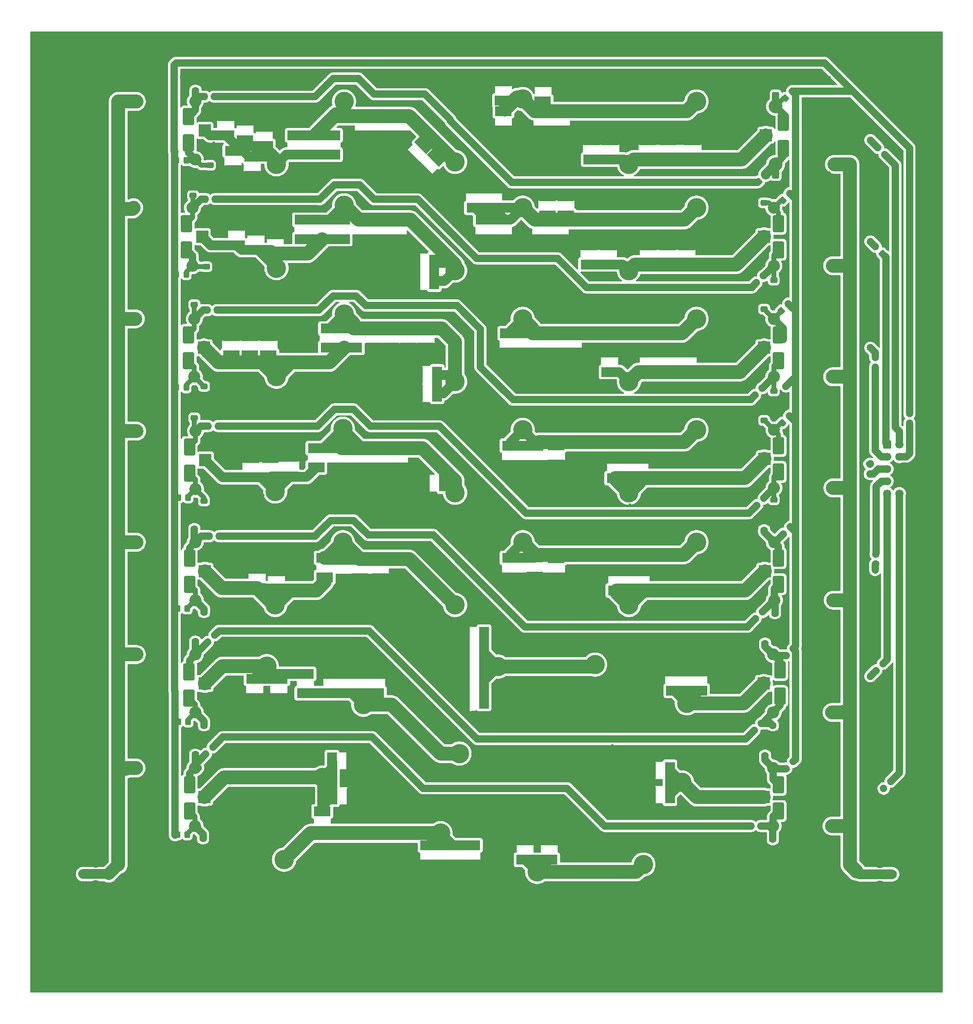
<source format=gbl>
G04 #@! TF.GenerationSoftware,KiCad,Pcbnew,8.0.4*
G04 #@! TF.CreationDate,2024-11-18T14:28:34+01:00*
G04 #@! TF.ProjectId,Zolotarev,5a6f6c6f-7461-4726-9576-2e6b69636164,rev?*
G04 #@! TF.SameCoordinates,Original*
G04 #@! TF.FileFunction,Copper,L2,Bot*
G04 #@! TF.FilePolarity,Positive*
%FSLAX46Y46*%
G04 Gerber Fmt 4.6, Leading zero omitted, Abs format (unit mm)*
G04 Created by KiCad (PCBNEW 8.0.4) date 2024-11-18 14:28:34*
%MOMM*%
%LPD*%
G01*
G04 APERTURE LIST*
G04 Aperture macros list*
%AMRoundRect*
0 Rectangle with rounded corners*
0 $1 Rounding radius*
0 $2 $3 $4 $5 $6 $7 $8 $9 X,Y pos of 4 corners*
0 Add a 4 corners polygon primitive as box body*
4,1,4,$2,$3,$4,$5,$6,$7,$8,$9,$2,$3,0*
0 Add four circle primitives for the rounded corners*
1,1,$1+$1,$2,$3*
1,1,$1+$1,$4,$5*
1,1,$1+$1,$6,$7*
1,1,$1+$1,$8,$9*
0 Add four rect primitives between the rounded corners*
20,1,$1+$1,$2,$3,$4,$5,0*
20,1,$1+$1,$4,$5,$6,$7,0*
20,1,$1+$1,$6,$7,$8,$9,0*
20,1,$1+$1,$8,$9,$2,$3,0*%
%AMRotRect*
0 Rectangle, with rotation*
0 The origin of the aperture is its center*
0 $1 length*
0 $2 width*
0 $3 Rotation angle, in degrees counterclockwise*
0 Add horizontal line*
21,1,$1,$2,0,0,$3*%
G04 Aperture macros list end*
G04 #@! TA.AperFunction,ComponentPad*
%ADD10C,0.800000*%
G04 #@! TD*
G04 #@! TA.AperFunction,ComponentPad*
%ADD11C,7.000000*%
G04 #@! TD*
G04 #@! TA.AperFunction,ComponentPad*
%ADD12R,2.500000X2.500000*%
G04 #@! TD*
G04 #@! TA.AperFunction,ComponentPad*
%ADD13O,2.500000X2.500000*%
G04 #@! TD*
G04 #@! TA.AperFunction,ComponentPad*
%ADD14C,4.000000*%
G04 #@! TD*
G04 #@! TA.AperFunction,ComponentPad*
%ADD15C,1.998980*%
G04 #@! TD*
G04 #@! TA.AperFunction,ComponentPad*
%ADD16C,2.499360*%
G04 #@! TD*
G04 #@! TA.AperFunction,ComponentPad*
%ADD17RoundRect,0.250000X-0.600000X-0.600000X0.600000X-0.600000X0.600000X0.600000X-0.600000X0.600000X0*%
G04 #@! TD*
G04 #@! TA.AperFunction,ComponentPad*
%ADD18C,1.700000*%
G04 #@! TD*
G04 #@! TA.AperFunction,SMDPad,CuDef*
%ADD19R,3.500000X2.000000*%
G04 #@! TD*
G04 #@! TA.AperFunction,SMDPad,CuDef*
%ADD20RoundRect,0.250000X-0.900000X1.500000X-0.900000X-1.500000X0.900000X-1.500000X0.900000X1.500000X0*%
G04 #@! TD*
G04 #@! TA.AperFunction,SMDPad,CuDef*
%ADD21RoundRect,0.250000X0.900000X-1.500000X0.900000X1.500000X-0.900000X1.500000X-0.900000X-1.500000X0*%
G04 #@! TD*
G04 #@! TA.AperFunction,SMDPad,CuDef*
%ADD22RoundRect,0.250000X0.088388X-0.548008X0.548008X-0.088388X-0.088388X0.548008X-0.548008X0.088388X0*%
G04 #@! TD*
G04 #@! TA.AperFunction,SMDPad,CuDef*
%ADD23RoundRect,0.250000X0.475000X-0.337500X0.475000X0.337500X-0.475000X0.337500X-0.475000X-0.337500X0*%
G04 #@! TD*
G04 #@! TA.AperFunction,SMDPad,CuDef*
%ADD24RoundRect,0.250000X-0.088388X0.548008X-0.548008X0.088388X0.088388X-0.548008X0.548008X-0.088388X0*%
G04 #@! TD*
G04 #@! TA.AperFunction,SMDPad,CuDef*
%ADD25RoundRect,0.250000X-0.475000X0.337500X-0.475000X-0.337500X0.475000X-0.337500X0.475000X0.337500X0*%
G04 #@! TD*
G04 #@! TA.AperFunction,SMDPad,CuDef*
%ADD26RoundRect,0.250000X-0.325000X-0.450000X0.325000X-0.450000X0.325000X0.450000X-0.325000X0.450000X0*%
G04 #@! TD*
G04 #@! TA.AperFunction,SMDPad,CuDef*
%ADD27R,2.000000X3.500000*%
G04 #@! TD*
G04 #@! TA.AperFunction,SMDPad,CuDef*
%ADD28RoundRect,0.250000X-0.450000X0.325000X-0.450000X-0.325000X0.450000X-0.325000X0.450000X0.325000X0*%
G04 #@! TD*
G04 #@! TA.AperFunction,SMDPad,CuDef*
%ADD29RoundRect,0.250000X-0.548008X-0.088388X-0.088388X-0.548008X0.548008X0.088388X0.088388X0.548008X0*%
G04 #@! TD*
G04 #@! TA.AperFunction,SMDPad,CuDef*
%ADD30RotRect,2.000000X3.500000X225.000000*%
G04 #@! TD*
G04 #@! TA.AperFunction,SMDPad,CuDef*
%ADD31RoundRect,0.250000X0.548008X0.088388X0.088388X0.548008X-0.548008X-0.088388X-0.088388X-0.548008X0*%
G04 #@! TD*
G04 #@! TA.AperFunction,SMDPad,CuDef*
%ADD32RoundRect,0.250000X0.450000X-0.325000X0.450000X0.325000X-0.450000X0.325000X-0.450000X-0.325000X0*%
G04 #@! TD*
G04 #@! TA.AperFunction,ViaPad*
%ADD33C,0.600000*%
G04 #@! TD*
G04 #@! TA.AperFunction,ViaPad*
%ADD34C,2.000000*%
G04 #@! TD*
G04 #@! TA.AperFunction,Conductor*
%ADD35C,2.900000*%
G04 #@! TD*
G04 #@! TA.AperFunction,Conductor*
%ADD36C,1.500000*%
G04 #@! TD*
G04 #@! TA.AperFunction,Conductor*
%ADD37C,2.000000*%
G04 #@! TD*
G04 #@! TA.AperFunction,Conductor*
%ADD38C,2.500000*%
G04 #@! TD*
G04 #@! TA.AperFunction,Conductor*
%ADD39C,1.000000*%
G04 #@! TD*
G04 APERTURE END LIST*
D10*
X23250000Y-212625000D03*
X24018845Y-210768845D03*
X24018845Y-214481155D03*
X25875000Y-210000000D03*
D11*
X25875000Y-212625000D03*
D10*
X25875000Y-215250000D03*
X27731155Y-210768845D03*
X27731155Y-214481155D03*
X28500000Y-212625000D03*
X154750000Y-212500000D03*
X155518845Y-210643845D03*
X155518845Y-214356155D03*
X157375000Y-209875000D03*
D11*
X157375000Y-212500000D03*
D10*
X157375000Y-215125000D03*
X159231155Y-210643845D03*
X159231155Y-214356155D03*
X160000000Y-212500000D03*
X182500000Y-212500000D03*
X183268845Y-210643845D03*
X183268845Y-214356155D03*
X185125000Y-209875000D03*
D11*
X185125000Y-212500000D03*
D10*
X185125000Y-215125000D03*
X186981155Y-210643845D03*
X186981155Y-214356155D03*
X187750000Y-212500000D03*
X50750000Y-212625000D03*
X51518845Y-210768845D03*
X51518845Y-214481155D03*
X53375000Y-210000000D03*
D11*
X53375000Y-212625000D03*
D10*
X53375000Y-215250000D03*
X55231155Y-210768845D03*
X55231155Y-214481155D03*
X56000000Y-212625000D03*
D12*
X46500000Y-91000000D03*
D13*
X44500000Y-85000000D03*
X32300000Y-85000000D03*
X32300000Y-97000000D03*
X44500000Y-97000000D03*
D12*
X162550000Y-114000000D03*
D13*
X164550000Y-120000000D03*
X176750000Y-120000000D03*
X176750000Y-108000000D03*
X164550000Y-108000000D03*
D14*
X134500000Y-121000000D03*
X148500000Y-108000000D03*
D12*
X162500000Y-91000000D03*
D13*
X164500000Y-97000000D03*
X176700000Y-97000000D03*
X176700000Y-85000000D03*
X164500000Y-85000000D03*
D12*
X46700000Y-137250000D03*
D13*
X44700000Y-131250000D03*
X32500000Y-131250000D03*
X32500000Y-143250000D03*
X44700000Y-143250000D03*
D12*
X46627500Y-184000000D03*
D13*
X44627500Y-178000000D03*
X32427500Y-178000000D03*
X32427500Y-190000000D03*
X44627500Y-190000000D03*
D12*
X46700000Y-46000000D03*
D13*
X44700000Y-40000000D03*
X32500000Y-40000000D03*
X32500000Y-52000000D03*
X44700000Y-52000000D03*
D15*
X21540000Y-199960000D03*
D16*
X19000000Y-197420000D03*
X19000000Y-202500000D03*
X24080000Y-197420000D03*
X24080000Y-202500000D03*
D14*
X98500000Y-75000000D03*
X112500000Y-62000000D03*
X134500000Y-144250000D03*
X148500000Y-131250000D03*
X61250000Y-144250000D03*
X75250000Y-131250000D03*
D12*
X162622500Y-137250000D03*
D13*
X164622500Y-143250000D03*
X176822500Y-143250000D03*
X176822500Y-131250000D03*
X164622500Y-131250000D03*
D14*
X134500000Y-53000000D03*
X148500000Y-40000000D03*
X146500000Y-164595000D03*
X127500000Y-156595000D03*
D12*
X46127500Y-68000000D03*
D13*
X44127500Y-62000000D03*
X31927500Y-62000000D03*
X31927500Y-74000000D03*
X44127500Y-74000000D03*
D14*
X61500000Y-97000000D03*
X75500000Y-84000000D03*
D10*
X16375000Y-218000000D03*
X17143845Y-216143845D03*
X17143845Y-219856155D03*
X19000000Y-215375000D03*
D11*
X19000000Y-218000000D03*
D10*
X19000000Y-220625000D03*
X20856155Y-216143845D03*
X20856155Y-219856155D03*
X21625000Y-218000000D03*
D14*
X145500000Y-181000000D03*
X137500000Y-198000000D03*
X98500000Y-144250000D03*
X112500000Y-131250000D03*
X71095000Y-179973458D03*
X63095000Y-196973458D03*
X98500000Y-121000000D03*
X112500000Y-108000000D03*
X61500000Y-53000000D03*
X75500000Y-40000000D03*
D12*
X46700000Y-160500000D03*
D13*
X44700000Y-154500000D03*
X32500000Y-154500000D03*
X32500000Y-166500000D03*
X44700000Y-166500000D03*
D12*
X162500000Y-68000000D03*
D13*
X164500000Y-74000000D03*
X176700000Y-74000000D03*
X176700000Y-62000000D03*
X164500000Y-62000000D03*
D14*
X59500000Y-156905000D03*
X79500000Y-164905000D03*
X61250000Y-120750000D03*
X75250000Y-107750000D03*
D10*
X190375000Y-33143845D03*
X191143845Y-31287690D03*
X191143845Y-35000000D03*
X193000000Y-30518845D03*
D11*
X193000000Y-33143845D03*
D10*
X193000000Y-35768845D03*
X194856155Y-31287690D03*
X194856155Y-35000000D03*
X195625000Y-33143845D03*
D14*
X98500000Y-98000000D03*
X112500000Y-85000000D03*
X99405000Y-175000000D03*
X107405000Y-157000000D03*
D12*
X162872500Y-47000000D03*
D13*
X164872500Y-53000000D03*
X177072500Y-53000000D03*
X177072500Y-41000000D03*
X164872500Y-41000000D03*
D14*
X134500000Y-75000000D03*
X148500000Y-62000000D03*
D10*
X190375000Y-217625000D03*
X191143845Y-215768845D03*
X191143845Y-219481155D03*
X193000000Y-215000000D03*
D11*
X193000000Y-217625000D03*
D10*
X193000000Y-220250000D03*
X194856155Y-215768845D03*
X194856155Y-219481155D03*
X195625000Y-217625000D03*
D12*
X162372500Y-160500000D03*
D13*
X164372500Y-166500000D03*
X176572500Y-166500000D03*
X176572500Y-154500000D03*
X164372500Y-154500000D03*
D12*
X46750000Y-114250000D03*
D13*
X44750000Y-108250000D03*
X32550000Y-108250000D03*
X32550000Y-120250000D03*
X44750000Y-120250000D03*
D17*
X187960000Y-111000000D03*
D18*
X190500000Y-111000000D03*
X187960000Y-113540000D03*
X190500000Y-113540000D03*
X187960000Y-116080000D03*
X190500000Y-116080000D03*
X187960000Y-118620000D03*
X190500000Y-118620000D03*
X187960000Y-121160000D03*
X190500000Y-121160000D03*
D14*
X61500000Y-74500000D03*
X75500000Y-61500000D03*
D10*
X16375000Y-33143845D03*
X17143845Y-31287690D03*
X17143845Y-35000000D03*
X19000000Y-30518845D03*
D11*
X19000000Y-33143845D03*
D10*
X19000000Y-35768845D03*
X20856155Y-31287690D03*
X20856155Y-35000000D03*
X21625000Y-33143845D03*
D14*
X134500000Y-98000000D03*
X148500000Y-85000000D03*
D15*
X189000000Y-200000000D03*
D16*
X186460000Y-197460000D03*
X186460000Y-202540000D03*
X191540000Y-197460000D03*
X191540000Y-202540000D03*
D14*
X95500000Y-191500000D03*
X115500000Y-199500000D03*
D12*
X162372500Y-184000000D03*
D13*
X164372500Y-190000000D03*
X176572500Y-190000000D03*
X176572500Y-178000000D03*
X164372500Y-178000000D03*
D14*
X98500000Y-52500000D03*
X112500000Y-39500000D03*
D19*
X82096000Y-162500000D03*
X82096000Y-158500000D03*
D20*
X165800000Y-157700000D03*
X165800000Y-163100000D03*
D21*
X43300000Y-48500000D03*
X43300000Y-43100000D03*
D22*
X47275216Y-151924784D03*
X48724784Y-150475216D03*
D19*
X102600000Y-62000000D03*
X102600000Y-58000000D03*
X62096000Y-159500000D03*
X62096000Y-163500000D03*
D23*
X44500000Y-82075000D03*
X44500000Y-80000000D03*
D19*
X69500000Y-51000000D03*
X69500000Y-47000000D03*
X88800000Y-87000000D03*
X88800000Y-91000000D03*
D22*
X46875216Y-175124784D03*
X48324784Y-173675216D03*
D19*
X108500000Y-64500000D03*
X108500000Y-68500000D03*
X61500000Y-141250000D03*
X61500000Y-137250000D03*
X72404000Y-91000000D03*
X72404000Y-87000000D03*
X116500000Y-42000000D03*
X116500000Y-46000000D03*
D24*
X168524784Y-153275216D03*
X167075216Y-154724784D03*
D19*
X142500000Y-73750000D03*
X142500000Y-69750000D03*
D23*
X162500000Y-83000000D03*
X162500000Y-80925000D03*
D21*
X43500000Y-186900000D03*
X43500000Y-181500000D03*
D23*
X164900000Y-38637500D03*
X164900000Y-36562500D03*
D25*
X164900000Y-55362500D03*
X164900000Y-57437500D03*
D19*
X147600000Y-52000000D03*
X147600000Y-48000000D03*
D26*
X47575000Y-130000000D03*
X49625000Y-130000000D03*
D19*
X69750000Y-115750000D03*
X69750000Y-111750000D03*
X93000000Y-194000000D03*
X93000000Y-198000000D03*
D26*
X40775000Y-99200000D03*
X42825000Y-99200000D03*
D19*
X142500000Y-96000000D03*
X142500000Y-92000000D03*
D25*
X164500000Y-99962500D03*
X164500000Y-102037500D03*
D20*
X165500000Y-134550000D03*
X165500000Y-139950000D03*
D19*
X112904000Y-197000000D03*
X112904000Y-193000000D03*
X138500000Y-73750000D03*
X138500000Y-69750000D03*
X143904000Y-162000000D03*
X143904000Y-158000000D03*
X67500000Y-158500000D03*
X67500000Y-162500000D03*
X57000000Y-159500000D03*
X57000000Y-163500000D03*
D23*
X44750000Y-37787500D03*
X44750000Y-35712500D03*
D25*
X164500000Y-122462500D03*
X164500000Y-124537500D03*
D20*
X165500000Y-65300000D03*
X165500000Y-70700000D03*
X165500000Y-88300000D03*
X165500000Y-93700000D03*
D25*
X46300000Y-192562500D03*
X46300000Y-194637500D03*
D27*
X73000000Y-176500000D03*
X77000000Y-176500000D03*
D26*
X40775000Y-75800000D03*
X42825000Y-75800000D03*
D27*
X143000000Y-178500000D03*
X139000000Y-178500000D03*
D25*
X46500000Y-169162500D03*
X46500000Y-171237500D03*
D19*
X79500000Y-43000000D03*
X79500000Y-47000000D03*
X59800000Y-92600000D03*
X59800000Y-88600000D03*
X77500000Y-91000000D03*
X77500000Y-87000000D03*
X82800000Y-64500000D03*
X82800000Y-68500000D03*
X104500000Y-64500000D03*
X104500000Y-68500000D03*
X51100000Y-47000000D03*
X51100000Y-43000000D03*
D23*
X44500000Y-105537500D03*
X44500000Y-103462500D03*
D19*
X92400000Y-87000000D03*
X92400000Y-91000000D03*
D27*
X96200000Y-119000000D03*
X92199998Y-119000000D03*
D22*
X160675216Y-147124784D03*
X162124784Y-145675216D03*
D24*
X167524784Y-81875216D03*
X166075216Y-83324784D03*
D23*
X162500000Y-60977500D03*
X162500000Y-58902500D03*
D28*
X185500000Y-92950000D03*
X185500000Y-95000000D03*
D19*
X65500000Y-51000000D03*
X65500000Y-47000000D03*
D26*
X46775000Y-60200000D03*
X48825000Y-60200000D03*
D25*
X46500000Y-99000000D03*
X46500000Y-101075000D03*
D19*
X61250000Y-71500000D03*
X61250000Y-67500000D03*
X77000000Y-162500000D03*
X77000000Y-158500000D03*
X85200000Y-87000000D03*
X85200000Y-91000000D03*
X55000000Y-48000000D03*
X55000000Y-44000000D03*
D23*
X162500000Y-106037500D03*
X162500000Y-103962500D03*
D19*
X86600000Y-64500000D03*
X86600000Y-68500000D03*
X79000000Y-64500000D03*
X79000000Y-68500000D03*
D24*
X167800000Y-59000000D03*
X166350432Y-60449568D03*
D19*
X120500000Y-42000000D03*
X120500000Y-46000000D03*
X83000000Y-111750000D03*
X83000000Y-115750000D03*
D22*
X161000000Y-123600000D03*
X162449568Y-122150432D03*
D19*
X115000000Y-134400000D03*
X115000000Y-138400000D03*
D22*
X161400000Y-56600000D03*
X162849568Y-55150432D03*
D19*
X109500000Y-88000000D03*
X109500000Y-92000000D03*
D27*
X94800000Y-100400000D03*
X90800000Y-100400000D03*
X143000000Y-183596000D03*
X139000000Y-183596000D03*
D19*
X75000000Y-111750000D03*
X75000000Y-115750000D03*
X130500000Y-96000000D03*
X130500000Y-92000000D03*
D25*
X46500000Y-122712500D03*
X46500000Y-124787500D03*
D19*
X83000000Y-134750000D03*
X83000000Y-138750000D03*
X117600000Y-63600000D03*
X117600000Y-59600000D03*
D26*
X41175000Y-122000000D03*
X43225000Y-122000000D03*
D19*
X67000000Y-68500000D03*
X67000000Y-64500000D03*
X83500000Y-43000000D03*
X83500000Y-47000000D03*
X118000000Y-197000000D03*
X118000000Y-193000000D03*
D24*
X167924784Y-128075216D03*
X166475216Y-129524784D03*
D19*
X137000000Y-141250000D03*
X137000000Y-137250000D03*
D27*
X94200000Y-73400000D03*
X90199998Y-73400000D03*
D19*
X71000000Y-68500000D03*
X71000000Y-64500000D03*
X146800000Y-96000000D03*
X146800000Y-92000000D03*
X98096000Y-194000000D03*
X98096000Y-198000000D03*
X73000000Y-51000000D03*
X73000000Y-47000000D03*
D24*
X168324784Y-37875216D03*
X166875216Y-39324784D03*
D27*
X104500000Y-164000000D03*
X100500000Y-164000000D03*
X73102000Y-183823000D03*
X77102000Y-183823000D03*
X104500000Y-154596000D03*
X100500000Y-154596000D03*
D19*
X64400000Y-117600000D03*
X64400000Y-113600000D03*
X119400000Y-134600000D03*
X119400000Y-138600000D03*
D25*
X164300000Y-169162500D03*
X164300000Y-171237500D03*
X164300000Y-192762500D03*
X164300000Y-194837500D03*
D19*
X56600000Y-51400000D03*
X56600000Y-55400000D03*
X119400000Y-111200000D03*
X119400000Y-115200000D03*
X56200000Y-117800000D03*
X56200000Y-113800000D03*
D29*
X185550432Y-70050432D03*
X187000000Y-71500000D03*
D19*
X149000000Y-162000000D03*
X149000000Y-158000000D03*
D24*
X167724784Y-105075216D03*
X166275216Y-106524784D03*
D19*
X73000000Y-162500000D03*
X73000000Y-158500000D03*
X59100000Y-49200000D03*
X59100000Y-45200000D03*
X121400000Y-63600000D03*
X121400000Y-59600000D03*
X126800000Y-52000000D03*
X126800000Y-48000000D03*
D21*
X43400000Y-163500000D03*
X43400000Y-158100000D03*
D19*
X110000000Y-134500000D03*
X110000000Y-138500000D03*
X115096000Y-111250000D03*
X115096000Y-115250000D03*
D26*
X40975000Y-145000000D03*
X43025000Y-145000000D03*
D22*
X160875216Y-77524784D03*
X162324784Y-76075216D03*
D19*
X71500000Y-138500000D03*
X71500000Y-134500000D03*
X52200000Y-92600000D03*
X52200000Y-88600000D03*
X116600000Y-40000000D03*
X116600000Y-36000000D03*
X119000000Y-88000000D03*
X119000000Y-92000000D03*
X78750000Y-134750000D03*
X78750000Y-138750000D03*
X138400000Y-52000000D03*
X138400000Y-48000000D03*
D25*
X164750000Y-145962500D03*
X164750000Y-148037500D03*
D23*
X162700000Y-175437500D03*
X162700000Y-173362500D03*
X44250000Y-59500000D03*
X44250000Y-57425000D03*
D19*
X87000000Y-111750000D03*
X87000000Y-115750000D03*
X126250000Y-73750000D03*
X126250000Y-69750000D03*
X75000000Y-68500000D03*
X75000000Y-64500000D03*
D21*
X42900000Y-70700000D03*
X42900000Y-65300000D03*
D19*
X106400000Y-62000000D03*
X106400000Y-58000000D03*
D30*
X94614214Y-51585786D03*
X91785786Y-54414214D03*
D23*
X44700000Y-175237500D03*
X44700000Y-173162500D03*
D19*
X130250000Y-73750000D03*
X130250000Y-69750000D03*
X60200000Y-117800000D03*
X60200000Y-113800000D03*
D20*
X166500000Y-44300000D03*
X166500000Y-49700000D03*
D19*
X131654000Y-118000000D03*
X131654000Y-114000000D03*
X138500000Y-96000000D03*
X138500000Y-92000000D03*
D31*
X187500000Y-51000000D03*
X186050432Y-49550432D03*
D23*
X162500000Y-128787500D03*
X162500000Y-126712500D03*
D26*
X159775000Y-190000000D03*
X161825000Y-190000000D03*
D19*
X52600000Y-50200000D03*
X52600000Y-54200000D03*
X116250000Y-64500000D03*
X116250000Y-68500000D03*
D20*
X165500000Y-111300000D03*
X165500000Y-116700000D03*
D19*
X108400000Y-39800000D03*
X108400000Y-35800000D03*
D26*
X40775000Y-52200000D03*
X42825000Y-52200000D03*
D24*
X188700000Y-180800000D03*
X187250432Y-182249568D03*
D25*
X46500000Y-145712500D03*
X46500000Y-147787500D03*
D26*
X47375000Y-107200000D03*
X49425000Y-107200000D03*
D19*
X57500000Y-140750000D03*
X57500000Y-136750000D03*
D32*
X185600000Y-135725000D03*
X185600000Y-133675000D03*
D19*
X110000000Y-111250000D03*
X110000000Y-115250000D03*
X102000000Y-194000000D03*
X102000000Y-198000000D03*
D23*
X162700000Y-152237500D03*
X162700000Y-150162500D03*
D22*
X185675216Y-157824784D03*
X187124784Y-156375216D03*
D19*
X57250000Y-70750000D03*
X57250000Y-66750000D03*
D22*
X160475216Y-170200000D03*
X161924784Y-168750432D03*
X160600000Y-100800000D03*
X162049568Y-99350432D03*
D23*
X44700000Y-151837500D03*
X44700000Y-149762500D03*
D19*
X130600000Y-52000000D03*
X130600000Y-48000000D03*
X53250000Y-69750000D03*
X53250000Y-65750000D03*
X120250000Y-64500000D03*
X120250000Y-68500000D03*
X79000000Y-111750000D03*
X79000000Y-115750000D03*
D24*
X168524784Y-176675216D03*
X167075216Y-178124784D03*
D21*
X43500000Y-139950000D03*
X43500000Y-134550000D03*
D20*
X165500000Y-181500000D03*
X165500000Y-186900000D03*
D21*
X43500000Y-116950000D03*
X43500000Y-111550000D03*
D32*
X192600000Y-106624999D03*
X192600000Y-104575001D03*
D26*
X46600000Y-39000000D03*
X48650000Y-39000000D03*
D28*
X184400000Y-115075000D03*
X184400000Y-117125000D03*
D26*
X40975000Y-191800000D03*
X43025000Y-191800000D03*
D19*
X131904000Y-141250000D03*
X131904000Y-137250000D03*
D21*
X43300000Y-93700000D03*
X43300000Y-88300000D03*
D19*
X146500000Y-73750000D03*
X146500000Y-69750000D03*
X142600000Y-52000000D03*
X142600000Y-48000000D03*
X108500000Y-42000000D03*
X108500000Y-46000000D03*
D30*
X92000000Y-49000000D03*
X89171572Y-51828428D03*
D27*
X94800001Y-96600000D03*
X90799999Y-96600000D03*
D25*
X164500000Y-77000000D03*
X164500000Y-79075000D03*
X47750000Y-53212500D03*
X47750000Y-55287500D03*
D27*
X94200000Y-77200000D03*
X90200000Y-77200000D03*
D23*
X44500000Y-128537500D03*
X44500000Y-126462500D03*
D19*
X114596000Y-88000000D03*
X114596000Y-92000000D03*
D26*
X47175000Y-83200000D03*
X49225000Y-83200000D03*
D19*
X81750000Y-87000000D03*
X81750000Y-91000000D03*
D26*
X41175000Y-168400000D03*
X43225000Y-168400000D03*
D19*
X123000000Y-88000000D03*
X123000000Y-92000000D03*
X56000000Y-92600000D03*
X56000000Y-88600000D03*
X87400000Y-43000000D03*
X87400000Y-47000000D03*
D27*
X104500000Y-150500000D03*
X100500000Y-150500000D03*
D19*
X136750000Y-118000000D03*
X136750000Y-114000000D03*
D27*
X104500000Y-159692000D03*
X100500000Y-159692000D03*
D25*
X47000000Y-74212500D03*
X47000000Y-76287500D03*
D19*
X71000000Y-187000000D03*
X71000000Y-191000000D03*
D33*
X190000000Y-221500000D03*
X185000000Y-221500000D03*
X180000000Y-221500000D03*
X175000000Y-221500000D03*
X170000000Y-221500000D03*
X165000000Y-221500000D03*
X160000000Y-221500000D03*
X155000000Y-221500000D03*
X150000000Y-221500000D03*
X145000000Y-221500000D03*
X140000000Y-221500000D03*
X135000000Y-221500000D03*
X130000000Y-221500000D03*
X125000000Y-221500000D03*
X120000000Y-221500000D03*
X115000000Y-221500000D03*
X110000000Y-221500000D03*
X105000000Y-221500000D03*
X100000000Y-221500000D03*
X95000000Y-221500000D03*
X90000000Y-221500000D03*
X85000000Y-221500000D03*
X80000000Y-221500000D03*
X75000000Y-221500000D03*
X70000000Y-221500000D03*
X65000000Y-221500000D03*
X60000000Y-221500000D03*
X55000000Y-221500000D03*
X50000000Y-221500000D03*
X45000000Y-221500000D03*
X40000000Y-221500000D03*
X35000000Y-221500000D03*
X30000000Y-221500000D03*
X25000000Y-221500000D03*
X20000000Y-221500000D03*
X187500000Y-216500000D03*
X182500000Y-216500000D03*
X177500000Y-216500000D03*
X172500000Y-216500000D03*
X167500000Y-216500000D03*
X162500000Y-216500000D03*
X152500000Y-216500000D03*
X147500000Y-216500000D03*
X142500000Y-216500000D03*
X137500000Y-216500000D03*
X132500000Y-216500000D03*
X127500000Y-216500000D03*
X122500000Y-216500000D03*
X117500000Y-216500000D03*
X112500000Y-216500000D03*
X107500000Y-216500000D03*
X102500000Y-216500000D03*
X97500000Y-216500000D03*
X92500000Y-216500000D03*
X87500000Y-216500000D03*
X82500000Y-216500000D03*
X77500000Y-216500000D03*
X72500000Y-216500000D03*
X67500000Y-216500000D03*
X62500000Y-216500000D03*
X57500000Y-216500000D03*
X47500000Y-216500000D03*
X42500000Y-216500000D03*
X37500000Y-216500000D03*
X32500000Y-216500000D03*
X27500000Y-216500000D03*
X22500000Y-216500000D03*
X185000000Y-211500000D03*
X180000000Y-211500000D03*
X175000000Y-211500000D03*
X170000000Y-211500000D03*
X165000000Y-211500000D03*
X150000000Y-211500000D03*
X145000000Y-211500000D03*
X140000000Y-211500000D03*
X135000000Y-211500000D03*
X130000000Y-211500000D03*
X125000000Y-211500000D03*
X120000000Y-211500000D03*
X115000000Y-211500000D03*
X110000000Y-211500000D03*
X105000000Y-211500000D03*
X100000000Y-211500000D03*
X95000000Y-211500000D03*
X90000000Y-211500000D03*
X85000000Y-211500000D03*
X80000000Y-211500000D03*
X75000000Y-211500000D03*
X70000000Y-211500000D03*
X65000000Y-211500000D03*
X60000000Y-211500000D03*
X45000000Y-211500000D03*
X40000000Y-211500000D03*
X35000000Y-211500000D03*
X30000000Y-211500000D03*
X20000000Y-211500000D03*
X15000000Y-211500000D03*
X12500000Y-208000000D03*
X17500000Y-208000000D03*
X172750000Y-179250000D03*
X171000000Y-181000000D03*
X174500000Y-178000000D03*
X167350000Y-183850000D03*
X169100000Y-182600000D03*
X172500000Y-189000000D03*
X168850000Y-191850000D03*
X170600000Y-190600000D03*
X34250000Y-193250000D03*
X35500000Y-195000000D03*
X37250000Y-178750000D03*
X35500000Y-177000000D03*
X38500000Y-180500000D03*
X32650000Y-173350000D03*
X33900000Y-175100000D03*
X168000000Y-200000000D03*
X168000000Y-202250000D03*
X168000000Y-198000000D03*
X168000000Y-204250000D03*
X168000000Y-196000000D03*
X176000000Y-200000000D03*
X176000000Y-202250000D03*
X176000000Y-198000000D03*
X176000000Y-204250000D03*
X176000000Y-196000000D03*
X183500000Y-188500000D03*
X183500000Y-190750000D03*
X183500000Y-186500000D03*
X183500000Y-192750000D03*
X183500000Y-184500000D03*
X173500000Y-187500000D03*
X171250000Y-187500000D03*
X175500000Y-187500000D03*
X169250000Y-187500000D03*
X177500000Y-187500000D03*
X177250000Y-182500000D03*
X175250000Y-182500000D03*
X183500000Y-182500000D03*
X45000000Y-200500000D03*
X45000000Y-202750000D03*
X45000000Y-198500000D03*
X45000000Y-204750000D03*
X45000000Y-196500000D03*
X37000000Y-200500000D03*
X37000000Y-202750000D03*
X37000000Y-198500000D03*
X37000000Y-204750000D03*
X37000000Y-196500000D03*
X33500000Y-186500000D03*
X33500000Y-184500000D03*
X33500000Y-182500000D03*
X38500000Y-186500000D03*
X38500000Y-188750000D03*
X38500000Y-184500000D03*
X38500000Y-190750000D03*
X38500000Y-182500000D03*
D34*
X29000000Y-187000000D03*
X29000000Y-184000000D03*
X29000000Y-181000000D03*
X29000000Y-169000000D03*
X29000000Y-172000000D03*
X29000000Y-175000000D03*
X29000000Y-178000000D03*
X180000000Y-184000000D03*
X180000000Y-196000000D03*
X180000000Y-193000000D03*
X180000000Y-190000000D03*
X180000000Y-187000000D03*
D33*
X19500000Y-194500000D03*
X117900000Y-161200000D03*
X137750000Y-103500000D03*
X196000000Y-162000000D03*
X53500000Y-109250000D03*
X95000000Y-103500000D03*
X70500000Y-124750000D03*
X116200000Y-34400000D03*
X127250000Y-58750000D03*
X151750000Y-99250000D03*
X50750000Y-121500000D03*
X19500000Y-44500000D03*
X133100000Y-187600000D03*
X142700000Y-46600000D03*
X82500000Y-132000000D03*
X155050000Y-193600000D03*
X127700000Y-168600000D03*
X125500000Y-55000000D03*
X94000000Y-133750000D03*
X19500000Y-69500000D03*
X138700000Y-46600000D03*
X173500000Y-125000000D03*
X109100000Y-168600000D03*
X67000000Y-208000000D03*
X78750000Y-97750000D03*
X149750000Y-99250000D03*
X58300000Y-65250000D03*
X138900000Y-68250000D03*
X98500000Y-48000000D03*
X101750000Y-94250000D03*
X116000000Y-116500000D03*
X86550000Y-117000000D03*
X52250000Y-97750000D03*
X112000000Y-208000000D03*
X85600000Y-69800000D03*
X155000000Y-147000000D03*
X186500000Y-58000000D03*
X24500000Y-167000000D03*
X107750000Y-69750000D03*
X53500000Y-103500000D03*
X150500000Y-69250000D03*
X106250000Y-100750000D03*
X127000000Y-80500000D03*
X50500000Y-133000000D03*
X36000000Y-65000000D03*
X131750000Y-99250000D03*
X55850000Y-173400000D03*
X159750000Y-99250000D03*
X114500000Y-150750000D03*
X61500000Y-57250000D03*
X78700000Y-175800000D03*
X141000000Y-80500000D03*
X183500000Y-61000000D03*
X59500000Y-103500000D03*
X75750000Y-78000000D03*
X82750000Y-74750000D03*
X78700000Y-183600000D03*
X142750000Y-90750000D03*
X36000000Y-95000000D03*
X121750000Y-77250000D03*
X99500000Y-203000000D03*
X185500000Y-83500000D03*
X24500000Y-97000000D03*
X115900000Y-161200000D03*
X147000000Y-90800000D03*
X143750000Y-99250000D03*
X36000000Y-50000000D03*
X114900000Y-187000000D03*
X163500000Y-30000000D03*
X76500000Y-55000000D03*
X119900000Y-38020000D03*
X183500000Y-149000000D03*
X145100000Y-187600000D03*
X84300000Y-169200000D03*
X109550000Y-69750000D03*
X70500000Y-74750000D03*
X146500000Y-150750000D03*
X24500000Y-107000000D03*
X66000000Y-35000000D03*
X76100000Y-157000000D03*
X70100000Y-173400000D03*
X48500000Y-74750000D03*
X115250000Y-74750000D03*
X196000000Y-82000000D03*
X60100000Y-43600000D03*
X108550000Y-93250000D03*
X94250000Y-59750000D03*
X158500000Y-30000000D03*
X129000000Y-80500000D03*
X154000000Y-103500000D03*
X103750000Y-103500000D03*
X83000000Y-103500000D03*
X152500000Y-133000000D03*
X119250000Y-143500000D03*
X193000000Y-134000000D03*
X153100000Y-187600000D03*
X78900000Y-140250000D03*
X139000000Y-76500000D03*
X123250000Y-178400000D03*
X66750000Y-145000000D03*
X142750000Y-123500000D03*
X144750000Y-147000000D03*
X98500000Y-199400000D03*
X196000000Y-157000000D03*
X124750000Y-147000000D03*
X196000000Y-152000000D03*
X59250000Y-62500000D03*
X178500000Y-30000000D03*
X50500000Y-127250000D03*
X97250000Y-62750000D03*
X131100000Y-185600000D03*
X148100000Y-156400000D03*
X86750000Y-84500000D03*
X196000000Y-47000000D03*
X51250000Y-62500000D03*
X88750000Y-84500000D03*
X99100000Y-149600000D03*
X57300000Y-152600000D03*
X19500000Y-104500000D03*
X101750000Y-90250000D03*
X153000000Y-38020000D03*
X19500000Y-164500000D03*
X91300000Y-155500000D03*
X131000000Y-127250000D03*
X116800000Y-34400000D03*
X124750000Y-123500000D03*
X137000000Y-80500000D03*
X104000000Y-119500000D03*
X137100000Y-187600000D03*
X152000000Y-208000000D03*
X196000000Y-182000000D03*
X183500000Y-66000000D03*
X196000000Y-72000000D03*
X126400000Y-46400000D03*
X173500000Y-120000000D03*
X131100000Y-173350000D03*
X55500000Y-109250000D03*
X88500000Y-132000000D03*
X107100000Y-168600000D03*
X113000000Y-80500000D03*
X142150000Y-90750000D03*
X57300000Y-135250000D03*
X58500000Y-97750000D03*
X83150000Y-140250000D03*
X78200000Y-69800000D03*
X107250000Y-178400000D03*
X78700000Y-177000000D03*
X100750000Y-73000000D03*
X149950000Y-168600000D03*
X66500000Y-97750000D03*
X51750000Y-80500000D03*
X139000000Y-90750000D03*
X110750000Y-140000000D03*
X84500000Y-109000000D03*
X193000000Y-144000000D03*
X153250000Y-80500000D03*
X129250000Y-58750000D03*
X36000000Y-115000000D03*
X137000000Y-208000000D03*
X119250000Y-178400000D03*
X82300000Y-169200000D03*
X196000000Y-97000000D03*
X61500000Y-147750000D03*
X65500000Y-103500000D03*
X196000000Y-117000000D03*
X78650000Y-187000000D03*
X84500000Y-203000000D03*
X72700000Y-157000000D03*
X114750000Y-147000000D03*
X101750000Y-97750000D03*
X92100000Y-165800000D03*
X36000000Y-170000000D03*
X139750000Y-103500000D03*
X87000000Y-103500000D03*
X50900000Y-41400000D03*
X176069239Y-54730761D03*
X87750000Y-117000000D03*
X173500000Y-140300000D03*
X56700000Y-165200000D03*
X173294877Y-164861591D03*
X141250000Y-58750000D03*
X51300000Y-147800000D03*
X173500000Y-70000000D03*
X193000000Y-179000000D03*
X19500000Y-119500000D03*
X131000000Y-68250000D03*
X151000000Y-123500000D03*
X75500000Y-147750000D03*
X72750000Y-97750000D03*
X127500000Y-55000000D03*
X56100000Y-165200000D03*
X107750000Y-103500000D03*
X80750000Y-121500000D03*
X90000000Y-57250000D03*
X122900000Y-187000000D03*
X134500000Y-203000000D03*
X72750000Y-74750000D03*
X53500000Y-30000000D03*
X80750000Y-74750000D03*
X61000000Y-111800000D03*
X135700000Y-156600000D03*
X125750000Y-103500000D03*
X94500000Y-203000000D03*
X99750000Y-147750000D03*
X148500000Y-30000000D03*
X141500000Y-55000000D03*
X101600000Y-56600000D03*
X59500000Y-57250000D03*
X57300000Y-165200000D03*
X14500000Y-117000000D03*
X84750000Y-84500000D03*
X106000000Y-94250000D03*
X149000000Y-147000000D03*
X104500000Y-84250000D03*
X143500000Y-30000000D03*
X19500000Y-154500000D03*
X80750000Y-145000000D03*
X121000000Y-127250000D03*
X124000000Y-93200000D03*
X115500000Y-69750000D03*
X53589452Y-41250000D03*
X85000000Y-145000000D03*
X50100000Y-187000000D03*
X196000000Y-172000000D03*
X53700000Y-64500000D03*
X61500000Y-109250000D03*
X196000000Y-132000000D03*
X14500000Y-157000000D03*
X80800000Y-92400000D03*
X141000000Y-35000000D03*
X151000000Y-35000000D03*
X19500000Y-114500000D03*
X58500000Y-74750000D03*
X158000000Y-64250000D03*
X154750000Y-150750000D03*
X129800000Y-68250000D03*
X150000000Y-47250000D03*
X69500000Y-147750000D03*
X137150000Y-136500000D03*
X139500000Y-68250000D03*
X69500000Y-103500000D03*
X85950000Y-117000000D03*
X114800000Y-140000000D03*
X95000000Y-110500000D03*
X19500000Y-169500000D03*
X116700000Y-69750000D03*
X137700000Y-184400000D03*
X116600000Y-58400000D03*
X196000000Y-77000000D03*
X78800000Y-69800000D03*
X85300000Y-149500000D03*
X125220000Y-38020000D03*
X153250000Y-76500000D03*
X99750000Y-86750000D03*
X88500000Y-30000000D03*
X36000000Y-40000000D03*
X123000000Y-80500000D03*
X129500000Y-178400000D03*
X87400000Y-69800000D03*
X78700000Y-183000000D03*
X92500000Y-132000000D03*
X109150000Y-93250000D03*
X97750000Y-147750000D03*
X151000000Y-147000000D03*
X129000000Y-76500000D03*
X71500000Y-147750000D03*
X109550000Y-116500000D03*
X114800000Y-116500000D03*
X86800000Y-69800000D03*
X53600000Y-55800000D03*
X99100000Y-163200000D03*
X57750000Y-80500000D03*
X91000000Y-35000000D03*
X125000000Y-127250000D03*
X102000000Y-134000000D03*
X84500000Y-48600000D03*
X183500000Y-94000000D03*
X101750000Y-103500000D03*
X68500000Y-127250000D03*
X141050000Y-193600000D03*
X61100000Y-66250000D03*
X63500000Y-147750000D03*
X149250000Y-76500000D03*
X117400000Y-34400000D03*
X88200000Y-48600000D03*
X161100000Y-187600000D03*
X130750000Y-90750000D03*
X85800000Y-92400000D03*
X139050000Y-193600000D03*
X196000000Y-112000000D03*
X95750000Y-38000000D03*
X24500000Y-162000000D03*
X96500000Y-112000000D03*
X51400000Y-87000000D03*
X119750000Y-103500000D03*
X36000000Y-105000000D03*
X89200000Y-101000000D03*
X82600000Y-69800000D03*
X99100000Y-154400000D03*
X77700000Y-140250000D03*
X58300000Y-43600000D03*
X155500000Y-55000000D03*
X36000000Y-45000000D03*
X19500000Y-49500000D03*
X76650000Y-187000000D03*
X56050000Y-169200000D03*
X196000000Y-187000000D03*
X70500000Y-55000000D03*
X89100000Y-162300000D03*
X70500000Y-80500000D03*
X92750000Y-84500000D03*
X151250000Y-127250000D03*
X135050000Y-193600000D03*
X122750000Y-147000000D03*
X24500000Y-197000000D03*
X99100000Y-159400000D03*
X36000000Y-110000000D03*
X99100000Y-150800000D03*
X121000000Y-58400000D03*
X49250000Y-62500000D03*
X14500000Y-152000000D03*
X104350000Y-69750000D03*
X132750000Y-147000000D03*
X76100000Y-199600000D03*
X53300000Y-147800000D03*
X86500000Y-127250000D03*
X80000000Y-117000000D03*
X149300000Y-156400000D03*
X145450000Y-68250000D03*
X123250000Y-79000000D03*
X48750000Y-121500000D03*
X41800000Y-35000000D03*
X94650000Y-187000000D03*
X47250000Y-62500000D03*
X67550000Y-152600000D03*
X14500000Y-177000000D03*
X100500000Y-132500000D03*
X119500000Y-55000000D03*
X135700000Y-152350000D03*
X97000000Y-46500000D03*
X103750000Y-97750000D03*
X136750000Y-123500000D03*
X80500000Y-127250000D03*
X109550000Y-140000000D03*
X90800000Y-119200000D03*
X105000000Y-137000000D03*
X105500000Y-38000000D03*
X158000000Y-103500000D03*
X105000000Y-80500000D03*
X60050000Y-169200000D03*
X108300000Y-47600000D03*
X92100000Y-199400000D03*
X98500000Y-30000000D03*
X54100000Y-187000000D03*
X121100000Y-69750000D03*
X173500000Y-40000000D03*
X68500000Y-80500000D03*
X106650000Y-187000000D03*
X149000000Y-123500000D03*
X52100000Y-41400000D03*
X53300000Y-152600000D03*
X36000000Y-35000000D03*
X63300000Y-152600000D03*
X129500000Y-203000000D03*
X68750000Y-145000000D03*
X129200000Y-68250000D03*
X110750000Y-116500000D03*
X101100000Y-199400000D03*
X78500000Y-124750000D03*
X157250000Y-127250000D03*
X153000000Y-64250000D03*
X99100000Y-153800000D03*
X14500000Y-172000000D03*
X130400000Y-68250000D03*
X52500000Y-74750000D03*
X73300000Y-157000000D03*
X111250000Y-74750000D03*
X36000000Y-165000000D03*
X183500000Y-154000000D03*
X78300000Y-140250000D03*
X27000000Y-208000000D03*
X127750000Y-103500000D03*
X113700000Y-191600000D03*
X194500000Y-192000000D03*
X120400000Y-116600000D03*
X52250000Y-145000000D03*
X57900000Y-165200000D03*
X110650000Y-187000000D03*
X137000000Y-76500000D03*
X103750000Y-69750000D03*
X157250000Y-58750000D03*
X143000000Y-76500000D03*
X147750000Y-99250000D03*
X24500000Y-47000000D03*
X89200000Y-101600000D03*
X108500000Y-30000000D03*
X84650000Y-187000000D03*
X54300000Y-64500000D03*
X72100000Y-199600000D03*
X147250000Y-80500000D03*
X98500000Y-127250000D03*
X130950000Y-136500000D03*
X109500000Y-203000000D03*
X113900000Y-161200000D03*
X183500000Y-179000000D03*
X56800000Y-111800000D03*
X24500000Y-42000000D03*
X14500000Y-47000000D03*
X78500000Y-48600000D03*
X77500000Y-147750000D03*
X196000000Y-57000000D03*
X106000000Y-35000000D03*
X143500000Y-55000000D03*
X55300000Y-147800000D03*
X90750000Y-84500000D03*
X62250000Y-80500000D03*
X112750000Y-127250000D03*
X109900000Y-161200000D03*
X159500000Y-76500000D03*
X89200000Y-97600000D03*
X121300000Y-47600000D03*
X157050000Y-193600000D03*
X24500000Y-187000000D03*
X87000000Y-48600000D03*
X62300000Y-66250000D03*
X87150000Y-117000000D03*
X121000000Y-80500000D03*
X89200000Y-99800000D03*
X103000000Y-43000000D03*
X146000000Y-35000000D03*
X51850000Y-173400000D03*
X14500000Y-62000000D03*
X125250000Y-178400000D03*
X173500000Y-105000000D03*
X99100000Y-158800000D03*
X49500000Y-109250000D03*
X149250000Y-58750000D03*
X78700000Y-177600000D03*
X124000000Y-120000000D03*
X120200000Y-93200000D03*
X46000000Y-35000000D03*
X111250000Y-58750000D03*
X142000000Y-208000000D03*
X77550000Y-152600000D03*
X117700000Y-191600000D03*
X59500000Y-109250000D03*
X63500000Y-86250000D03*
X183500000Y-119000000D03*
X183500000Y-124000000D03*
X147600000Y-90800000D03*
X73750000Y-78000000D03*
X120200000Y-140000000D03*
X123000000Y-127250000D03*
X153500000Y-55000000D03*
X52100000Y-187000000D03*
X81700000Y-157000000D03*
X137700000Y-178200000D03*
X82000000Y-57250000D03*
X81100000Y-157000000D03*
X57700000Y-65250000D03*
X104650000Y-187000000D03*
X96050000Y-160250000D03*
X92500000Y-42000000D03*
X173500000Y-175000000D03*
X145800000Y-90800000D03*
X173500000Y-30000000D03*
X64050000Y-169200000D03*
X139000000Y-127250000D03*
X183500000Y-71000000D03*
X83400000Y-117000000D03*
X114200000Y-140000000D03*
X107700000Y-47600000D03*
X119900000Y-69750000D03*
X62750000Y-135750000D03*
X87000000Y-145000000D03*
X127250000Y-178400000D03*
X123400000Y-93200000D03*
X155250000Y-58750000D03*
X90850000Y-164050000D03*
X36000000Y-75000000D03*
X115000000Y-80500000D03*
X76500000Y-124750000D03*
X138750000Y-123500000D03*
X61700000Y-66250000D03*
X69500000Y-86250000D03*
X87600000Y-48600000D03*
X183500000Y-169000000D03*
X111750000Y-99250000D03*
X171000000Y-35000000D03*
X115000000Y-127250000D03*
X49500000Y-203000000D03*
X137700000Y-183800000D03*
X130150000Y-161200000D03*
X88700000Y-173900000D03*
X85000000Y-97750000D03*
X96750000Y-80500000D03*
X93900000Y-199400000D03*
X73900000Y-157000000D03*
X21000000Y-35000000D03*
X89000000Y-121500000D03*
X88500000Y-80500000D03*
X115600000Y-34400000D03*
X106000000Y-92250000D03*
X47000000Y-208000000D03*
X87600000Y-160800000D03*
X117100000Y-191600000D03*
X91200000Y-56000000D03*
X193000000Y-119000000D03*
X106000000Y-88250000D03*
X97750000Y-40750000D03*
X24500000Y-87000000D03*
X156000000Y-103500000D03*
X160250000Y-103500000D03*
X74500000Y-203000000D03*
X82650000Y-187000000D03*
X99100000Y-160000000D03*
X121700000Y-168600000D03*
X122500000Y-150750000D03*
X66350000Y-187000000D03*
X127600000Y-46400000D03*
X67500000Y-57250000D03*
X101750000Y-147750000D03*
X116750000Y-147000000D03*
X136500000Y-150750000D03*
X84000000Y-57250000D03*
X50050000Y-169200000D03*
X65500000Y-57250000D03*
X14500000Y-147000000D03*
X117750000Y-99250000D03*
X97000000Y-137000000D03*
X83500000Y-40250000D03*
X117300000Y-69750000D03*
X196000000Y-122000000D03*
X115250000Y-178400000D03*
X123500000Y-30000000D03*
X114200000Y-116500000D03*
X111250000Y-178400000D03*
X93000000Y-145000000D03*
X138400000Y-90750000D03*
X53200000Y-87000000D03*
X53850000Y-173400000D03*
X167300000Y-193600000D03*
X14500000Y-192000000D03*
X143100000Y-187600000D03*
X80300000Y-48600000D03*
X91000000Y-103500000D03*
X147000000Y-147000000D03*
X79100000Y-48600000D03*
X131100000Y-175350000D03*
X143050000Y-193600000D03*
X101000000Y-35000000D03*
X99100000Y-199400000D03*
X57400000Y-111800000D03*
X111900000Y-191600000D03*
X65250000Y-62500000D03*
X92500000Y-109000000D03*
X129750000Y-103500000D03*
X84750000Y-74750000D03*
X98000000Y-57250000D03*
X126500000Y-115000000D03*
X80750000Y-84500000D03*
X52600000Y-87000000D03*
X122200000Y-93200000D03*
X19500000Y-84500000D03*
X108000000Y-140000000D03*
X119300000Y-69750000D03*
X99100000Y-163800000D03*
X142900000Y-156400000D03*
X183500000Y-99000000D03*
X148400000Y-46600000D03*
X79750000Y-40250000D03*
X14500000Y-127000000D03*
X141500000Y-46600000D03*
X14500000Y-92000000D03*
X86750000Y-74750000D03*
X196000000Y-177000000D03*
X64500000Y-127250000D03*
X89200000Y-100400000D03*
X65500000Y-86250000D03*
X101250000Y-178400000D03*
X126750000Y-138500000D03*
X28500000Y-30000000D03*
X115500000Y-55000000D03*
X19500000Y-89500000D03*
X130750000Y-123500000D03*
X63250000Y-62500000D03*
X84350000Y-199600000D03*
X61550000Y-135750000D03*
X36000000Y-85000000D03*
X112500000Y-121750000D03*
X77500000Y-101500000D03*
X157500000Y-109750000D03*
X58500000Y-41250000D03*
X149900000Y-156400000D03*
X101000000Y-116500000D03*
X137750000Y-136500000D03*
X153750000Y-99250000D03*
X157950000Y-168600000D03*
X70050000Y-169200000D03*
X100200000Y-57200000D03*
X89200000Y-96400000D03*
X54250000Y-97750000D03*
X69500000Y-57250000D03*
X119800000Y-116600000D03*
X147500000Y-55000000D03*
X137700000Y-177600000D03*
X117000000Y-127250000D03*
X102650000Y-187000000D03*
X147000000Y-123500000D03*
X173500000Y-110000000D03*
X86100000Y-159300000D03*
X147250000Y-58750000D03*
X141100000Y-187600000D03*
X119000000Y-127250000D03*
X97500000Y-103500000D03*
X68500000Y-133000000D03*
X111250000Y-143250000D03*
X130150000Y-90750000D03*
X135700000Y-164600000D03*
X111000000Y-80500000D03*
X24500000Y-102000000D03*
X55600000Y-87000000D03*
X118400000Y-140000000D03*
X149500000Y-55000000D03*
X111000000Y-35000000D03*
X67500000Y-147750000D03*
X82700000Y-48600000D03*
X58750000Y-121500000D03*
X56700000Y-135250000D03*
X117250000Y-178400000D03*
X173500000Y-100000000D03*
X36000000Y-160000000D03*
X162250000Y-103500000D03*
X36000000Y-135000000D03*
X90000000Y-54800000D03*
X143500000Y-156400000D03*
X53100000Y-64500000D03*
X115000000Y-93250000D03*
X157500000Y-42250000D03*
X111500000Y-55000000D03*
X146400000Y-90800000D03*
X86400000Y-48600000D03*
X88800000Y-72600000D03*
X51500000Y-57250000D03*
X129500000Y-55000000D03*
X58500000Y-133000000D03*
X144500000Y-150750000D03*
X123750000Y-103500000D03*
X110350000Y-93250000D03*
X155750000Y-99250000D03*
X145250000Y-58750000D03*
X90800000Y-55600000D03*
X24500000Y-82000000D03*
X150000000Y-103500000D03*
X162500000Y-64250000D03*
X19500000Y-94500000D03*
X143700000Y-168600000D03*
X61850000Y-173400000D03*
X156750000Y-150750000D03*
X93400000Y-92400000D03*
X83300000Y-48600000D03*
X61300000Y-152600000D03*
X118900000Y-187000000D03*
X173500000Y-170000000D03*
X14500000Y-37000000D03*
X116750000Y-123500000D03*
X61500000Y-86250000D03*
X57600000Y-56800000D03*
X67500000Y-103500000D03*
X129600000Y-46400000D03*
X63850000Y-173400000D03*
X102000000Y-110750000D03*
X141000000Y-127250000D03*
X94000000Y-57250000D03*
X76750000Y-97750000D03*
X36000000Y-120000000D03*
X72100000Y-173400000D03*
X88800000Y-53600000D03*
X92200000Y-92400000D03*
X91700000Y-177400000D03*
X73500000Y-147750000D03*
X64500000Y-97750000D03*
X155100000Y-187600000D03*
X196000000Y-52000000D03*
X124150000Y-161200000D03*
X62500000Y-133000000D03*
X113700000Y-168600000D03*
X49300000Y-147800000D03*
X120900000Y-187000000D03*
X80650000Y-187000000D03*
X95750000Y-61250000D03*
X119750000Y-99250000D03*
X136550000Y-113250000D03*
X78750000Y-145000000D03*
X107400000Y-34200000D03*
X76000000Y-117000000D03*
X101700000Y-199400000D03*
X157500000Y-55000000D03*
X92700000Y-199400000D03*
X77300000Y-157000000D03*
X22000000Y-208000000D03*
X130800000Y-46400000D03*
X88500000Y-109000000D03*
X83500000Y-30000000D03*
X102500000Y-118000000D03*
X99250000Y-178400000D03*
X59800000Y-111800000D03*
X82750000Y-121500000D03*
X50300000Y-41400000D03*
X157500000Y-133000000D03*
X73550000Y-152600000D03*
X109000000Y-80500000D03*
X147250000Y-68250000D03*
X120100000Y-47600000D03*
X60250000Y-80500000D03*
X126500000Y-150750000D03*
X104250000Y-40500000D03*
X131750000Y-103500000D03*
X51800000Y-55800000D03*
X74200000Y-117000000D03*
X168500000Y-30000000D03*
X145050000Y-193600000D03*
X136000000Y-35000000D03*
X89000000Y-145000000D03*
X59500000Y-203000000D03*
X53250000Y-62500000D03*
X71550000Y-152600000D03*
X99100000Y-155000000D03*
X14500000Y-122000000D03*
X88800000Y-73800000D03*
X60500000Y-66250000D03*
X66500000Y-127250000D03*
X88000000Y-52800000D03*
X96000000Y-57250000D03*
X127750000Y-99250000D03*
X56200000Y-87000000D03*
X82550000Y-140250000D03*
X53750000Y-80500000D03*
X132000000Y-208000000D03*
X131400000Y-46400000D03*
X56750000Y-121500000D03*
X92000000Y-208000000D03*
X54050000Y-169200000D03*
X126000000Y-35000000D03*
X126650000Y-68250000D03*
X107000000Y-123000000D03*
X187000000Y-172000000D03*
X157750000Y-87000000D03*
X24500000Y-62000000D03*
X81400000Y-92400000D03*
X137050000Y-193600000D03*
X183500000Y-129000000D03*
X123500000Y-55000000D03*
X69500000Y-109250000D03*
X51500000Y-41400000D03*
X183500000Y-30000000D03*
X68500000Y-97750000D03*
X88000000Y-57250000D03*
X144100000Y-156400000D03*
X157000000Y-208000000D03*
X19500000Y-184500000D03*
X86400000Y-92400000D03*
X36000000Y-60000000D03*
X56500000Y-127250000D03*
X119000000Y-120000000D03*
X85000000Y-103500000D03*
X66500000Y-55000000D03*
X162000000Y-208000000D03*
X137700000Y-168600000D03*
X137700000Y-183200000D03*
X196000000Y-137000000D03*
X86500000Y-132000000D03*
X98000000Y-113750000D03*
X79500000Y-147750000D03*
X94750000Y-84500000D03*
X89500000Y-203000000D03*
X120250000Y-75750000D03*
X52500000Y-64500000D03*
X74800000Y-117000000D03*
X80500000Y-55000000D03*
X101750000Y-96250000D03*
X82350000Y-199600000D03*
X88800000Y-73200000D03*
X121750000Y-99250000D03*
X115400000Y-116500000D03*
X36000000Y-90000000D03*
X117200000Y-58400000D03*
X14500000Y-52000000D03*
X130200000Y-46400000D03*
X78200000Y-117000000D03*
X19500000Y-124500000D03*
X60950000Y-135750000D03*
X120750000Y-123500000D03*
X120500000Y-150750000D03*
X94300000Y-158500000D03*
X78700000Y-184800000D03*
X121250000Y-178400000D03*
X148700000Y-156400000D03*
X90650000Y-187000000D03*
X129700000Y-168600000D03*
X123250000Y-97000000D03*
X38500000Y-30000000D03*
X76700000Y-157000000D03*
X173500000Y-60000000D03*
X135220000Y-38020000D03*
X14500000Y-57000000D03*
X120500000Y-69750000D03*
X99250000Y-38000000D03*
X108750000Y-127250000D03*
X183500000Y-81000000D03*
X87000000Y-208000000D03*
X104500000Y-203000000D03*
X77000000Y-208000000D03*
X142650000Y-68250000D03*
X145000000Y-127250000D03*
X183500000Y-109000000D03*
X105750000Y-121250000D03*
X110150000Y-116500000D03*
X173500000Y-65000000D03*
X131100000Y-187600000D03*
X160750000Y-150750000D03*
X58500000Y-127250000D03*
X91750000Y-63750000D03*
X147250000Y-76500000D03*
X111900000Y-161200000D03*
X97250000Y-178400000D03*
X19500000Y-79500000D03*
X157000000Y-123500000D03*
X101750000Y-92250000D03*
X133250000Y-58750000D03*
X126750000Y-147000000D03*
X138500000Y-30000000D03*
X193000000Y-149000000D03*
X48100000Y-187000000D03*
X131250000Y-58750000D03*
X98500000Y-138250000D03*
X58600000Y-87000000D03*
X56400000Y-56800000D03*
X153000000Y-147000000D03*
X105000000Y-46000000D03*
X59800000Y-87000000D03*
X63500000Y-57250000D03*
X96700000Y-171200000D03*
X73500000Y-101500000D03*
X32000000Y-208000000D03*
X113250000Y-58750000D03*
X66750000Y-121500000D03*
X59200000Y-87000000D03*
X88300000Y-152750000D03*
X143350000Y-90750000D03*
X50250000Y-97750000D03*
X57300000Y-147800000D03*
X19500000Y-159500000D03*
X80100000Y-173400000D03*
X105550000Y-69750000D03*
X185500000Y-151500000D03*
X155000000Y-138000000D03*
X102200000Y-56600000D03*
X141750000Y-103500000D03*
X47500000Y-80500000D03*
X95500000Y-147750000D03*
X102800000Y-56600000D03*
X125750000Y-99250000D03*
X54500000Y-203000000D03*
X65400000Y-111800000D03*
X173500000Y-145000000D03*
X72050000Y-169200000D03*
X64500000Y-55000000D03*
X90500000Y-132000000D03*
X103000000Y-53000000D03*
X143250000Y-68250000D03*
X196000000Y-127000000D03*
X55250000Y-62500000D03*
X144750000Y-123500000D03*
X85000000Y-121500000D03*
X79400000Y-117000000D03*
X93500000Y-147750000D03*
X97750000Y-69500000D03*
X88800000Y-76800000D03*
X59500000Y-43600000D03*
X173500000Y-85000000D03*
X90800000Y-119800000D03*
X99500000Y-115000000D03*
X60350000Y-187000000D03*
X14500000Y-102000000D03*
X82900000Y-157000000D03*
X57850000Y-173400000D03*
X151050000Y-193600000D03*
X78700000Y-184200000D03*
X141450000Y-68250000D03*
X49500000Y-103500000D03*
X102120000Y-38020000D03*
X161250000Y-58750000D03*
X103400000Y-56600000D03*
X24500000Y-122000000D03*
X119600000Y-93200000D03*
X185500000Y-146500000D03*
X88500000Y-40500000D03*
X98750000Y-80500000D03*
X107250000Y-74750000D03*
X92000000Y-57250000D03*
X97000000Y-208000000D03*
X36000000Y-155000000D03*
X55600000Y-111800000D03*
X147200000Y-46600000D03*
X24500000Y-127000000D03*
X60500000Y-127250000D03*
X82750000Y-84500000D03*
X115750000Y-99250000D03*
X99500000Y-103500000D03*
X55900000Y-42600000D03*
X150000000Y-138000000D03*
X86350000Y-199600000D03*
X122800000Y-93200000D03*
X124500000Y-150750000D03*
X161500000Y-80500000D03*
X82200000Y-117000000D03*
X131500000Y-55000000D03*
X137700000Y-179400000D03*
X86500000Y-80500000D03*
X87000000Y-97750000D03*
X54500000Y-127250000D03*
X105750000Y-103500000D03*
X139100000Y-187600000D03*
X117250000Y-74750000D03*
X146050000Y-68250000D03*
X43500000Y-30000000D03*
X140220000Y-38020000D03*
X82500000Y-80500000D03*
X55000000Y-87000000D03*
X116900000Y-47600000D03*
X109250000Y-58750000D03*
X159500000Y-55000000D03*
X106000000Y-56600000D03*
X135100000Y-187600000D03*
X142500000Y-150750000D03*
X51500000Y-109250000D03*
X121500000Y-55000000D03*
X64750000Y-145000000D03*
X159250000Y-127250000D03*
X52050000Y-169200000D03*
X74300000Y-169200000D03*
X137500000Y-55000000D03*
X187000000Y-162000000D03*
X127000000Y-46400000D03*
X14500000Y-107000000D03*
X143000000Y-127250000D03*
X64750000Y-121500000D03*
X65300000Y-152600000D03*
X131050000Y-193600000D03*
X75550000Y-152600000D03*
X157250000Y-76500000D03*
X24500000Y-157000000D03*
X105750000Y-147750000D03*
X82300000Y-157000000D03*
X80750000Y-97750000D03*
X122000000Y-208000000D03*
X157100000Y-187600000D03*
X108350000Y-69750000D03*
X92500000Y-127250000D03*
X128750000Y-123500000D03*
X114750000Y-123500000D03*
X100500000Y-127250000D03*
X82750000Y-97750000D03*
X78100000Y-199600000D03*
X88800000Y-78000000D03*
X151250000Y-80500000D03*
X66500000Y-74750000D03*
X48500000Y-30000000D03*
X91500000Y-147750000D03*
X137750000Y-113250000D03*
X74750000Y-97750000D03*
X14500000Y-162000000D03*
X137800000Y-90750000D03*
X14500000Y-142000000D03*
X120700000Y-47600000D03*
X89800000Y-154000000D03*
X127000000Y-127250000D03*
X121600000Y-58400000D03*
X131000000Y-80500000D03*
X93700000Y-167700000D03*
X68500000Y-55000000D03*
X150000000Y-114750000D03*
X141550000Y-90750000D03*
X61649452Y-41300000D03*
X196000000Y-87000000D03*
X78300000Y-169200000D03*
X183500000Y-51000000D03*
X108650000Y-187000000D03*
X72750000Y-121500000D03*
X152500000Y-109750000D03*
X62000000Y-208000000D03*
X80100000Y-153300000D03*
X196000000Y-102000000D03*
X97300000Y-162000000D03*
X82000000Y-69800000D03*
X85500000Y-147750000D03*
X132150000Y-136500000D03*
X185500000Y-78500000D03*
X173500000Y-135000000D03*
X89200000Y-95800000D03*
X65500000Y-147750000D03*
X143000000Y-80500000D03*
X127000000Y-208000000D03*
X24500000Y-137000000D03*
X113750000Y-103500000D03*
X155000000Y-123500000D03*
X19500000Y-149500000D03*
X61900000Y-165200000D03*
X95500000Y-45000000D03*
X19500000Y-144500000D03*
X64500000Y-74750000D03*
X49500000Y-57250000D03*
X52500000Y-133000000D03*
X132750000Y-123500000D03*
X137700000Y-178800000D03*
X98750000Y-64250000D03*
X91000000Y-40500000D03*
X19500000Y-74500000D03*
X196000000Y-42000000D03*
X183500000Y-56000000D03*
X47500000Y-86250000D03*
X90500000Y-127250000D03*
X119500000Y-203000000D03*
X142750000Y-147000000D03*
X58050000Y-169200000D03*
X122200000Y-58400000D03*
X145000000Y-76500000D03*
X74100000Y-199600000D03*
X78500000Y-55000000D03*
X139750000Y-99250000D03*
X131100000Y-177600000D03*
X138300000Y-68250000D03*
X72100000Y-157000000D03*
X19500000Y-179500000D03*
X14500000Y-97000000D03*
X137750000Y-99250000D03*
X131000000Y-35000000D03*
X105250000Y-74750000D03*
X155950000Y-168600000D03*
X130500000Y-150750000D03*
X95500000Y-135250000D03*
X158000000Y-38020000D03*
X50250000Y-145000000D03*
X80350000Y-199600000D03*
X70750000Y-145000000D03*
X84600000Y-157800000D03*
X68750000Y-121500000D03*
X118600000Y-116600000D03*
X167000000Y-208000000D03*
X19500000Y-139500000D03*
X56500000Y-133000000D03*
X109250000Y-74750000D03*
X84500000Y-127250000D03*
X155250000Y-92000000D03*
X52000000Y-87000000D03*
X70500000Y-97750000D03*
X193000000Y-169000000D03*
X130950000Y-113250000D03*
X119000000Y-140000000D03*
X193000000Y-159000000D03*
X50500000Y-74750000D03*
X62500000Y-165200000D03*
X183500000Y-164000000D03*
X105250000Y-178400000D03*
X78800000Y-117000000D03*
X135000000Y-127250000D03*
X19500000Y-174500000D03*
X109500000Y-47600000D03*
X138500000Y-150750000D03*
X14500000Y-77000000D03*
X147050000Y-193600000D03*
X54750000Y-121500000D03*
X24500000Y-77000000D03*
X153950000Y-168600000D03*
X75400000Y-117000000D03*
X131350000Y-90750000D03*
X51000000Y-35000000D03*
X153250000Y-58750000D03*
X158750000Y-150750000D03*
X193000000Y-129000000D03*
X152750000Y-87000000D03*
X84500000Y-80500000D03*
X117700000Y-168600000D03*
X67500000Y-86250000D03*
X62350000Y-187000000D03*
X62150000Y-135750000D03*
X149100000Y-187600000D03*
X59850000Y-173400000D03*
X87600000Y-52400000D03*
X196000000Y-192000000D03*
X134500000Y-150750000D03*
X87500000Y-147750000D03*
X24500000Y-117000000D03*
X90400000Y-55200000D03*
X138100000Y-46600000D03*
X106600000Y-56600000D03*
X110750000Y-127250000D03*
X183500000Y-86000000D03*
X106500000Y-138500000D03*
X91000000Y-145000000D03*
X135700000Y-160600000D03*
X103000000Y-80500000D03*
X74500000Y-124750000D03*
X100650000Y-187000000D03*
X82750000Y-145000000D03*
X139500000Y-55000000D03*
X161050000Y-193600000D03*
X112500000Y-191600000D03*
X53000000Y-55800000D03*
X102750000Y-82250000D03*
X24500000Y-152000000D03*
X173500000Y-75000000D03*
X98250000Y-85500000D03*
X159100000Y-187600000D03*
X83900000Y-48600000D03*
X24500000Y-57000000D03*
X72500000Y-124750000D03*
X33500000Y-30000000D03*
X84000000Y-117000000D03*
X142100000Y-46600000D03*
X114400000Y-93250000D03*
X114500000Y-203000000D03*
X185500000Y-88500000D03*
X86000000Y-35000000D03*
X196000000Y-142000000D03*
X54500000Y-74750000D03*
X118500000Y-150750000D03*
X128500000Y-30000000D03*
X48050000Y-169200000D03*
X72000000Y-208000000D03*
X147950000Y-168600000D03*
X55750000Y-80500000D03*
X193000000Y-154000000D03*
X98650000Y-187000000D03*
X63100000Y-165200000D03*
X92800000Y-92400000D03*
X113500000Y-55000000D03*
X36000000Y-130000000D03*
X125700000Y-168600000D03*
X143750000Y-103500000D03*
X111250000Y-120000000D03*
X74750000Y-74750000D03*
X100000000Y-49500000D03*
X127250000Y-68250000D03*
X54700000Y-42600000D03*
X131000000Y-76500000D03*
X128750000Y-147000000D03*
X54500000Y-133000000D03*
X55500000Y-103500000D03*
X140750000Y-147000000D03*
X79700000Y-48600000D03*
X83800000Y-69800000D03*
X159250000Y-58750000D03*
X24500000Y-67000000D03*
X72500000Y-55000000D03*
X14500000Y-42000000D03*
X77750000Y-78000000D03*
X71352207Y-109102207D03*
X109750000Y-93250000D03*
X78100000Y-173400000D03*
X82500000Y-109000000D03*
X118500000Y-30000000D03*
X183500000Y-104000000D03*
X144700000Y-156400000D03*
X102300000Y-199400000D03*
X181000000Y-35000000D03*
X58250000Y-145000000D03*
X90800000Y-118000000D03*
X122200000Y-115000000D03*
X58900000Y-43600000D03*
X72750000Y-145000000D03*
X183500000Y-144000000D03*
X116900000Y-187000000D03*
X106500000Y-115250000D03*
X79500000Y-203000000D03*
X150750000Y-150750000D03*
X99100000Y-151400000D03*
X93250000Y-178400000D03*
X196000000Y-147000000D03*
X56800000Y-87000000D03*
X86000000Y-57250000D03*
X119700000Y-168600000D03*
X24500000Y-52000000D03*
X124500000Y-203000000D03*
X147800000Y-46600000D03*
X24500000Y-92000000D03*
X187000000Y-167000000D03*
X96500000Y-127250000D03*
X133050000Y-193600000D03*
X88800000Y-74400000D03*
X93000000Y-121500000D03*
X106000000Y-86250000D03*
X108950000Y-116500000D03*
X140750000Y-123500000D03*
X135000000Y-80500000D03*
X14500000Y-67000000D03*
X113750000Y-99250000D03*
X78500000Y-30000000D03*
X173500000Y-130000000D03*
X36000000Y-140000000D03*
X86650000Y-187000000D03*
X36000000Y-145000000D03*
X81500000Y-147750000D03*
X14500000Y-72000000D03*
X138750000Y-147000000D03*
X116100000Y-69750000D03*
X93300000Y-199400000D03*
X82000000Y-208000000D03*
X59300000Y-152600000D03*
X36000000Y-150000000D03*
X89500000Y-147750000D03*
X100000000Y-139750000D03*
X56100000Y-187000000D03*
X111750000Y-103500000D03*
X96650000Y-187000000D03*
X103500000Y-135750000D03*
X93000000Y-103500000D03*
X186500000Y-68000000D03*
X101750000Y-51250000D03*
X106750000Y-127250000D03*
X89200000Y-97000000D03*
X95250000Y-178400000D03*
X74750000Y-121500000D03*
X134750000Y-123500000D03*
X105400000Y-56600000D03*
X120750000Y-147000000D03*
X99100000Y-160600000D03*
X19500000Y-129500000D03*
X24500000Y-72000000D03*
X117000000Y-208000000D03*
X118250000Y-97000000D03*
X104750000Y-99000000D03*
X193000000Y-124000000D03*
X80000000Y-69800000D03*
X78750000Y-74750000D03*
X153250000Y-127250000D03*
X96750000Y-84500000D03*
X62050000Y-169200000D03*
X129000000Y-127250000D03*
X54100000Y-42600000D03*
X121750000Y-138500000D03*
X90450000Y-175650000D03*
X74100000Y-173400000D03*
X88350000Y-199600000D03*
X86200000Y-69800000D03*
X47250000Y-57250000D03*
X60400000Y-87000000D03*
X48500000Y-48500000D03*
X118750000Y-147000000D03*
X57500000Y-103500000D03*
X122150000Y-161200000D03*
X173500000Y-155000000D03*
X90350000Y-199600000D03*
X99100000Y-164400000D03*
X19500000Y-189500000D03*
X76100000Y-173400000D03*
X119250000Y-74750000D03*
X24500000Y-147000000D03*
X24500000Y-172000000D03*
X19500000Y-134500000D03*
X155250000Y-80500000D03*
X159500000Y-80500000D03*
X60400000Y-111800000D03*
X132750000Y-136500000D03*
X183500000Y-174000000D03*
X57250000Y-62500000D03*
X147000000Y-208000000D03*
X115700000Y-168600000D03*
X145000000Y-80500000D03*
X117500000Y-55000000D03*
X133700000Y-168600000D03*
X119200000Y-116600000D03*
X19500000Y-99500000D03*
X101750000Y-67750000D03*
X99100000Y-150200000D03*
X53500000Y-57250000D03*
X135700000Y-162600000D03*
X189500000Y-39500000D03*
X129750000Y-99250000D03*
X135500000Y-178400000D03*
X92750000Y-58500000D03*
X78700000Y-176400000D03*
X60500000Y-133000000D03*
X70100000Y-199600000D03*
X155250000Y-76500000D03*
X155500000Y-69250000D03*
X48250000Y-97750000D03*
X142050000Y-68250000D03*
X78750000Y-121500000D03*
X139600000Y-90750000D03*
X103500000Y-112500000D03*
X132750000Y-113250000D03*
X88500000Y-127250000D03*
X66050000Y-169200000D03*
X79400000Y-69800000D03*
X57900000Y-135250000D03*
X155000000Y-114750000D03*
X173500000Y-50000000D03*
X185500000Y-73500000D03*
X115750000Y-103500000D03*
X88200000Y-92400000D03*
X19500000Y-109500000D03*
X42000000Y-208000000D03*
X124250000Y-143500000D03*
X97900000Y-199400000D03*
X107750000Y-102000000D03*
X113250000Y-178400000D03*
X109250000Y-178400000D03*
X129050000Y-193600000D03*
X131100000Y-183600000D03*
X126750000Y-123500000D03*
X139250000Y-58750000D03*
X31000000Y-35000000D03*
X118400000Y-58400000D03*
X83750000Y-140250000D03*
X196000000Y-37000000D03*
X183500000Y-139000000D03*
X101000000Y-40750000D03*
X150250000Y-92000000D03*
X70750000Y-41250000D03*
X196000000Y-167000000D03*
X63500000Y-109250000D03*
X157000000Y-147000000D03*
X36000000Y-175000000D03*
X153000000Y-123500000D03*
X103000000Y-142750000D03*
X64500000Y-133000000D03*
X102900000Y-199400000D03*
X137700000Y-182600000D03*
X100500000Y-66000000D03*
X109500000Y-118250000D03*
X115400000Y-140000000D03*
X187000000Y-208000000D03*
X48500000Y-133000000D03*
X19500000Y-39500000D03*
X65850000Y-173400000D03*
X63600000Y-111800000D03*
X148500000Y-150750000D03*
X146650000Y-68250000D03*
X149250000Y-80500000D03*
X144500000Y-203000000D03*
X137500000Y-46600000D03*
X67500000Y-109250000D03*
X117500000Y-47600000D03*
X135700000Y-166600000D03*
X133500000Y-30000000D03*
X145500000Y-55000000D03*
X145750000Y-99250000D03*
X63500000Y-103500000D03*
X133500000Y-178400000D03*
X90800000Y-118600000D03*
X14500000Y-167000000D03*
X109200000Y-34200000D03*
X173500000Y-162000000D03*
X105100000Y-168600000D03*
X137700000Y-68250000D03*
X92650000Y-187000000D03*
X24500000Y-192000000D03*
X104750000Y-144500000D03*
X69500000Y-203000000D03*
X108600000Y-34200000D03*
X96000000Y-35000000D03*
X88800000Y-76200000D03*
X14500000Y-87000000D03*
X93500000Y-30000000D03*
X145750000Y-103500000D03*
X56500000Y-65250000D03*
X49500000Y-80500000D03*
X151250000Y-76500000D03*
X116300000Y-47600000D03*
X90250000Y-62000000D03*
X26000000Y-35000000D03*
X57000000Y-56800000D03*
X91000000Y-121500000D03*
X96250000Y-68000000D03*
X106000000Y-90250000D03*
X177000000Y-208000000D03*
X157750000Y-99250000D03*
X120400000Y-58400000D03*
X95000000Y-145000000D03*
X54250000Y-145000000D03*
X56500000Y-74750000D03*
X116500000Y-150750000D03*
X85200000Y-92400000D03*
X104950000Y-69750000D03*
X116000000Y-140000000D03*
X196000000Y-67000000D03*
X161250000Y-127250000D03*
X74750000Y-145000000D03*
X113100000Y-191600000D03*
X24500000Y-177000000D03*
X102000000Y-208000000D03*
X83200000Y-69800000D03*
X119500000Y-47600000D03*
X196000000Y-107000000D03*
X58500000Y-30000000D03*
X131100000Y-181600000D03*
X82800000Y-117000000D03*
X48250000Y-145000000D03*
X36000000Y-70000000D03*
X85700000Y-170900000D03*
X68100000Y-199600000D03*
X152000000Y-103500000D03*
X110150000Y-140000000D03*
X55300000Y-42600000D03*
X118300000Y-191600000D03*
X122750000Y-123500000D03*
X87200000Y-172400000D03*
X120150000Y-161200000D03*
X102750000Y-127250000D03*
X156000000Y-35000000D03*
X135700000Y-154350000D03*
X125450000Y-68250000D03*
X55300000Y-152600000D03*
X86800000Y-151000000D03*
X136550000Y-136500000D03*
X125000000Y-80500000D03*
X155250000Y-127250000D03*
X119600000Y-140000000D03*
X90000000Y-92400000D03*
X126050000Y-68250000D03*
X14500000Y-112000000D03*
X64250000Y-80500000D03*
X19500000Y-59500000D03*
X88650000Y-187000000D03*
X157250000Y-80500000D03*
X196000000Y-92000000D03*
X139700000Y-168600000D03*
X86500000Y-109000000D03*
X76750000Y-121500000D03*
X131550000Y-113250000D03*
X56250000Y-145000000D03*
X193000000Y-139000000D03*
X52500000Y-127250000D03*
X69550000Y-152600000D03*
X159050000Y-193600000D03*
X63500000Y-30000000D03*
X52750000Y-121500000D03*
X151950000Y-168600000D03*
X81600000Y-154800000D03*
X90500000Y-80500000D03*
X136750000Y-147000000D03*
X99580000Y-43100000D03*
X90500000Y-109000000D03*
X109750000Y-103500000D03*
X56500000Y-97750000D03*
X126150000Y-161200000D03*
X99100000Y-165000000D03*
X143300000Y-46600000D03*
X103500000Y-30000000D03*
X68050000Y-169200000D03*
X139000000Y-80500000D03*
X24500000Y-132000000D03*
X149050000Y-193600000D03*
X68500000Y-74750000D03*
X87000000Y-121500000D03*
X82500000Y-127250000D03*
X92800000Y-157000000D03*
X112900000Y-187000000D03*
X135700000Y-168600000D03*
X137250000Y-58750000D03*
X77900000Y-157000000D03*
X146600000Y-46600000D03*
X19500000Y-54500000D03*
X153050000Y-193600000D03*
X155000000Y-47250000D03*
X14500000Y-82000000D03*
X59300000Y-147800000D03*
X48500000Y-127250000D03*
X73500000Y-30000000D03*
X135250000Y-58750000D03*
X133000000Y-80500000D03*
X74500000Y-55000000D03*
X64200000Y-111800000D03*
X133000000Y-127250000D03*
X103250000Y-178400000D03*
X80300000Y-169200000D03*
X132500000Y-150750000D03*
X59200000Y-111800000D03*
X130750000Y-147000000D03*
X19500000Y-64500000D03*
X194500000Y-197000000D03*
X149500000Y-203000000D03*
X94000000Y-43750000D03*
X94750000Y-66500000D03*
X108000000Y-116750000D03*
X128150000Y-161200000D03*
X113800000Y-93250000D03*
X108000000Y-34200000D03*
X36000000Y-80000000D03*
X133750000Y-103500000D03*
X62500000Y-127250000D03*
X183500000Y-134000000D03*
X166000000Y-35000000D03*
X131700000Y-168600000D03*
X93250000Y-65000000D03*
X127000000Y-76500000D03*
X118750000Y-123500000D03*
X119000000Y-80500000D03*
X139300000Y-46600000D03*
X64500000Y-203000000D03*
X108950000Y-69750000D03*
X128500000Y-150750000D03*
X147100000Y-187600000D03*
X131550000Y-136500000D03*
X58350000Y-187000000D03*
X186500000Y-63000000D03*
X67850000Y-173400000D03*
X61000000Y-35000000D03*
X193000000Y-174000000D03*
X58500000Y-135250000D03*
X141700000Y-168600000D03*
X52400000Y-55800000D03*
X141750000Y-99250000D03*
X47500000Y-109250000D03*
X107000000Y-80500000D03*
X137000000Y-127250000D03*
X176000000Y-35000000D03*
X182000000Y-208000000D03*
X151500000Y-55000000D03*
X61250000Y-62500000D03*
X89000000Y-103500000D03*
X80500000Y-80500000D03*
X148000000Y-103500000D03*
X135950000Y-136500000D03*
X68500000Y-30000000D03*
X118400000Y-93200000D03*
X94750000Y-80500000D03*
X111700000Y-168600000D03*
X36000000Y-100000000D03*
X24500000Y-182000000D03*
X14500000Y-137000000D03*
X147000000Y-127250000D03*
X84600000Y-92400000D03*
X123750000Y-99250000D03*
X76750000Y-74750000D03*
X173500000Y-80000000D03*
X92750000Y-80500000D03*
X129550000Y-90750000D03*
X165250000Y-58750000D03*
X91600000Y-92400000D03*
X101250000Y-88250000D03*
X81950000Y-140250000D03*
X76750000Y-145000000D03*
X61300000Y-165200000D03*
X51500000Y-103500000D03*
X14500000Y-187000000D03*
X82600000Y-92400000D03*
X117750000Y-103500000D03*
X152750000Y-150750000D03*
X109500000Y-141500000D03*
X79500000Y-140250000D03*
X187000000Y-177000000D03*
X36000000Y-55000000D03*
X24500000Y-142000000D03*
X101000000Y-80500000D03*
X95450000Y-169450000D03*
X56200000Y-111800000D03*
X57000000Y-208000000D03*
X57100000Y-65250000D03*
X66500000Y-133000000D03*
X117800000Y-58400000D03*
X14500000Y-132000000D03*
X151250000Y-58750000D03*
X131100000Y-187600000D03*
X51300000Y-152600000D03*
X145700000Y-168600000D03*
X99500000Y-71250000D03*
X64800000Y-111800000D03*
X185500000Y-141500000D03*
X88800000Y-92400000D03*
X97300000Y-199400000D03*
X66560000Y-41300000D03*
X193000000Y-164000000D03*
X107900000Y-161200000D03*
X196000000Y-62000000D03*
X107000000Y-208000000D03*
X49500000Y-86250000D03*
X101500000Y-141250000D03*
X153500000Y-30000000D03*
X149000000Y-127250000D03*
X36000000Y-125000000D03*
X131100000Y-179600000D03*
X105000000Y-113750000D03*
X183500000Y-76000000D03*
X83500000Y-147750000D03*
X140500000Y-150750000D03*
X103750000Y-147750000D03*
X52000000Y-208000000D03*
X65500000Y-109250000D03*
X113500000Y-30000000D03*
X61500000Y-103500000D03*
X103250000Y-74750000D03*
X76300000Y-169200000D03*
X118900000Y-191600000D03*
X64350000Y-187000000D03*
X107750000Y-147750000D03*
X127050000Y-193600000D03*
X108900000Y-47600000D03*
X88800000Y-77400000D03*
X66250000Y-80500000D03*
X143250000Y-58750000D03*
X56000000Y-35000000D03*
X113250000Y-74750000D03*
X123700000Y-168600000D03*
X57500000Y-109250000D03*
X186500000Y-53000000D03*
X132150000Y-113250000D03*
X70750000Y-121500000D03*
X47500000Y-103500000D03*
X121000000Y-35000000D03*
X75500000Y-101500000D03*
X82000000Y-92400000D03*
X135700000Y-158600000D03*
X173500000Y-150000000D03*
X135950000Y-113250000D03*
X139500000Y-203000000D03*
X115700000Y-47600000D03*
X173500000Y-95000000D03*
X14500000Y-182000000D03*
X115600000Y-93250000D03*
X117000000Y-80500000D03*
X89400000Y-92400000D03*
X100500000Y-109250000D03*
X137150000Y-113250000D03*
X94500000Y-127250000D03*
X125800000Y-46400000D03*
X119000000Y-93200000D03*
X24500000Y-112000000D03*
X121750000Y-103500000D03*
X125250000Y-58750000D03*
X130220000Y-38020000D03*
X99100000Y-155600000D03*
X152500000Y-42250000D03*
X55800000Y-56800000D03*
X107200000Y-56600000D03*
X88400000Y-53200000D03*
X108950000Y-140000000D03*
X84500000Y-132000000D03*
X135750000Y-103500000D03*
X104750000Y-127250000D03*
X151100000Y-187600000D03*
X141000000Y-76500000D03*
X112500000Y-145000000D03*
X184500000Y-48000000D03*
X184500000Y-69000000D03*
X184500000Y-115000000D03*
X183800000Y-115000000D03*
X185500000Y-137000000D03*
X184500000Y-91000000D03*
X184500000Y-159000000D03*
X187250430Y-182249570D03*
D35*
X69750000Y-141250000D02*
X71500000Y-139500000D01*
X66000000Y-141250000D02*
X69750000Y-141250000D01*
D36*
X159750000Y-101650000D02*
X160600000Y-100800000D01*
X110500000Y-101750000D02*
X159750000Y-101750000D01*
X103750000Y-95000000D02*
X110500000Y-101750000D01*
X98875000Y-82250000D02*
X103750000Y-87125000D01*
X103750000Y-87125000D02*
X103750000Y-95000000D01*
X80000000Y-82250000D02*
X98875000Y-82250000D01*
X78000000Y-80250000D02*
X80000000Y-82250000D01*
X70300000Y-83200000D02*
X73250000Y-80250000D01*
X73250000Y-80250000D02*
X78000000Y-80250000D01*
X49225000Y-83200000D02*
X70300000Y-83200000D01*
X159750000Y-101750000D02*
X159750000Y-101650000D01*
D37*
X162849568Y-55150432D02*
X162849568Y-55022932D01*
X162849568Y-55022932D02*
X164872500Y-53000000D01*
X59900000Y-51400000D02*
X61500000Y-53000000D01*
X56600000Y-51400000D02*
X59900000Y-51400000D01*
X61500000Y-51600000D02*
X59100000Y-49200000D01*
X61500000Y-53000000D02*
X61500000Y-51600000D01*
D35*
X180250000Y-198000000D02*
X181625000Y-199375000D01*
X180250000Y-190000000D02*
X180250000Y-198000000D01*
D37*
X189000000Y-200000000D02*
X182250000Y-200000000D01*
X182250000Y-200000000D02*
X180250000Y-198000000D01*
D36*
X187250432Y-182249568D02*
X187250430Y-182249570D01*
D38*
X26790000Y-199960000D02*
X28750000Y-198000000D01*
D37*
X21460000Y-199960000D02*
X26790000Y-199960000D01*
X73000000Y-51000000D02*
X63500000Y-51000000D01*
X53600000Y-49200000D02*
X52600000Y-50200000D01*
X58800000Y-49200000D02*
X56600000Y-51400000D01*
X59100000Y-49200000D02*
X53300000Y-49200000D01*
X53300000Y-49200000D02*
X51100000Y-47000000D01*
X55800000Y-51400000D02*
X53600000Y-49200000D01*
X59100000Y-49200000D02*
X58800000Y-49200000D01*
X51100000Y-47000000D02*
X47700000Y-47000000D01*
X59100000Y-49200000D02*
X53600000Y-49200000D01*
X47700000Y-47000000D02*
X46700000Y-46000000D01*
X56600000Y-51400000D02*
X55800000Y-51400000D01*
X63500000Y-51000000D02*
X61500000Y-53000000D01*
X73000000Y-47000000D02*
X65500000Y-47000000D01*
D35*
X83500000Y-43000000D02*
X89000000Y-43000000D01*
X69900000Y-46600000D02*
X73900000Y-42600000D01*
X75500000Y-43000000D02*
X79500000Y-43000000D01*
X89000000Y-43000000D02*
X98500000Y-52500000D01*
X75500000Y-43000000D02*
X75500000Y-40000000D01*
X79500000Y-43000000D02*
X83500000Y-43000000D01*
X73500000Y-43000000D02*
X75500000Y-43000000D01*
D37*
X104500000Y-154596000D02*
X104500000Y-159692000D01*
X104500000Y-150500000D02*
X104500000Y-154596000D01*
D35*
X107405000Y-157000000D02*
X127095000Y-157000000D01*
D37*
X104500000Y-159692000D02*
X104500000Y-164000000D01*
X104500000Y-159692000D02*
X104713000Y-159692000D01*
X104713000Y-159692000D02*
X107405000Y-157000000D01*
D35*
X127095000Y-157000000D02*
X127500000Y-156595000D01*
D37*
X105001000Y-154596000D02*
X107405000Y-157000000D01*
X104500000Y-154596000D02*
X105001000Y-154596000D01*
D35*
X120500000Y-42000000D02*
X116500000Y-42000000D01*
X116500000Y-42000000D02*
X115000000Y-42000000D01*
X146500000Y-42000000D02*
X148500000Y-40000000D01*
X112500000Y-39500000D02*
X111000000Y-39500000D01*
X111350000Y-39150000D02*
X108850000Y-41650000D01*
X120500000Y-42000000D02*
X146500000Y-42000000D01*
X115000000Y-42000000D02*
X112500000Y-39500000D01*
X142500000Y-52000000D02*
X138500000Y-52000000D01*
X142500000Y-52000000D02*
X157872500Y-52000000D01*
D37*
X126800000Y-52000000D02*
X130600000Y-52000000D01*
D35*
X157872500Y-52000000D02*
X162872500Y-47000000D01*
X135500000Y-52000000D02*
X134500000Y-53000000D01*
D37*
X130600000Y-52000000D02*
X133500000Y-52000000D01*
X133500000Y-52000000D02*
X134500000Y-53000000D01*
D35*
X138500000Y-52000000D02*
X135500000Y-52000000D01*
D37*
X54250000Y-70750000D02*
X53250000Y-69750000D01*
X53250000Y-69750000D02*
X47877500Y-69750000D01*
X57250000Y-70750000D02*
X60500000Y-70750000D01*
X75000000Y-68500000D02*
X71000000Y-68500000D01*
X67000000Y-68500000D02*
X71000000Y-68500000D01*
X57250000Y-70750000D02*
X54250000Y-70750000D01*
D35*
X61250000Y-74250000D02*
X61500000Y-74500000D01*
X61250000Y-71500000D02*
X68000000Y-71500000D01*
D37*
X60500000Y-70750000D02*
X61250000Y-71500000D01*
X47877500Y-69750000D02*
X46127500Y-68000000D01*
X57250000Y-70750000D02*
X57750000Y-70750000D01*
D35*
X68000000Y-71500000D02*
X71000000Y-68500000D01*
X61250000Y-71500000D02*
X61250000Y-74250000D01*
D37*
X57750000Y-70750000D02*
X61500000Y-74500000D01*
X94200000Y-77200000D02*
X94200000Y-73400000D01*
D35*
X79154000Y-64500000D02*
X83250000Y-64500000D01*
X89250000Y-64500000D02*
X98500000Y-73750000D01*
D37*
X75000000Y-62000000D02*
X75500000Y-61500000D01*
D35*
X78500000Y-64500000D02*
X75500000Y-61500000D01*
D37*
X94200000Y-73400000D02*
X96900000Y-73400000D01*
D35*
X79154000Y-64500000D02*
X78500000Y-64500000D01*
X98500000Y-73750000D02*
X98500000Y-75000000D01*
X83250000Y-64500000D02*
X87250000Y-64500000D01*
D37*
X96300000Y-77200000D02*
X98500000Y-75000000D01*
X71000000Y-64500000D02*
X72500000Y-64500000D01*
D35*
X87250000Y-64500000D02*
X89250000Y-64500000D01*
D37*
X75000000Y-64500000D02*
X75000000Y-62000000D01*
X72500000Y-64500000D02*
X75500000Y-61500000D01*
X96900000Y-73400000D02*
X98500000Y-75000000D01*
X71000000Y-64500000D02*
X75000000Y-64500000D01*
X94200000Y-77200000D02*
X96300000Y-77200000D01*
X67000000Y-64500000D02*
X71000000Y-64500000D01*
X104500000Y-63900000D02*
X102600000Y-62000000D01*
X104500000Y-63900000D02*
X106400000Y-62000000D01*
X102600000Y-62000000D02*
X106400000Y-62000000D01*
D35*
X120250000Y-64500000D02*
X146000000Y-64500000D01*
D37*
X110000000Y-64500000D02*
X112500000Y-62000000D01*
D35*
X116250000Y-64500000D02*
X115000000Y-64500000D01*
D37*
X104500000Y-64500000D02*
X104500000Y-63900000D01*
X108500000Y-64100000D02*
X106400000Y-62000000D01*
X108500000Y-64500000D02*
X108500000Y-64100000D01*
X108500000Y-64500000D02*
X110000000Y-64500000D01*
X106400000Y-62000000D02*
X112500000Y-62000000D01*
D35*
X120250000Y-64500000D02*
X116250000Y-64500000D01*
X115000000Y-64500000D02*
X112500000Y-62000000D01*
D37*
X104500000Y-64500000D02*
X108500000Y-64500000D01*
D35*
X146000000Y-64500000D02*
X148500000Y-62000000D01*
X142500000Y-73750000D02*
X146500000Y-73750000D01*
D37*
X130250000Y-73750000D02*
X133250000Y-73750000D01*
D35*
X146500000Y-73750000D02*
X156750000Y-73750000D01*
X138500000Y-73750000D02*
X135750000Y-73750000D01*
D37*
X133250000Y-73750000D02*
X134500000Y-75000000D01*
X126250000Y-73750000D02*
X130250000Y-73750000D01*
D35*
X138500000Y-73750000D02*
X142500000Y-73750000D01*
X156750000Y-73750000D02*
X162500000Y-68000000D01*
X135750000Y-73750000D02*
X134500000Y-75000000D01*
X98500000Y-89750000D02*
X98500000Y-98000000D01*
X95750000Y-87000000D02*
X98500000Y-89750000D01*
X77500000Y-87000000D02*
X81750000Y-87000000D01*
X77500000Y-87000000D02*
X77500000Y-86000000D01*
D37*
X72404000Y-87000000D02*
X77500000Y-87000000D01*
D35*
X93500000Y-87000000D02*
X95750000Y-87000000D01*
X81750000Y-87000000D02*
X85500000Y-87000000D01*
D37*
X72500000Y-87000000D02*
X75500000Y-84000000D01*
X72404000Y-87000000D02*
X72500000Y-87000000D01*
X94800000Y-100400000D02*
X94800000Y-96600001D01*
X97100000Y-96600000D02*
X98500000Y-98000000D01*
D35*
X77500000Y-86000000D02*
X75500000Y-84000000D01*
X89500000Y-87000000D02*
X93500000Y-87000000D01*
D37*
X94800001Y-96600000D02*
X97100000Y-96600000D01*
X96100000Y-100400000D02*
X98500000Y-98000000D01*
X94800000Y-96600001D02*
X94800001Y-96600000D01*
D35*
X85500000Y-87000000D02*
X89500000Y-87000000D01*
D37*
X94800000Y-100400000D02*
X96100000Y-100400000D01*
D35*
X58500000Y-94000000D02*
X61500000Y-97000000D01*
X49500000Y-94000000D02*
X46500000Y-91000000D01*
X63596000Y-94904000D02*
X61500000Y-97000000D01*
X72500000Y-94000000D02*
X75500000Y-91000000D01*
X63596000Y-94000000D02*
X72500000Y-94000000D01*
X58500000Y-94000000D02*
X49500000Y-94000000D01*
X63596000Y-94000000D02*
X58500000Y-94000000D01*
D37*
X77500000Y-91000000D02*
X72404000Y-91000000D01*
D35*
X63596000Y-94000000D02*
X63596000Y-94904000D01*
X114596000Y-87096000D02*
X112500000Y-85000000D01*
D37*
X109500000Y-88000000D02*
X114596000Y-88000000D01*
X109500000Y-88000000D02*
X112500000Y-85000000D01*
D35*
X114596000Y-88000000D02*
X114596000Y-87096000D01*
X114596000Y-88000000D02*
X145500000Y-88000000D01*
X145500000Y-88000000D02*
X148500000Y-85000000D01*
X157500000Y-96000000D02*
X162500000Y-91000000D01*
D37*
X130500000Y-96000000D02*
X132500000Y-96000000D01*
X132500000Y-96000000D02*
X134500000Y-98000000D01*
D35*
X142500000Y-96000000D02*
X157500000Y-96000000D01*
X138500000Y-96000000D02*
X142500000Y-96000000D01*
X136500000Y-96000000D02*
X134500000Y-98000000D01*
X138500000Y-96000000D02*
X136500000Y-96000000D01*
D37*
X60200000Y-117800000D02*
X56200000Y-117800000D01*
X64400000Y-117600000D02*
X60400000Y-117600000D01*
X50300000Y-117800000D02*
X46750000Y-114250000D01*
X67750000Y-117750000D02*
X64250000Y-117750000D01*
X56200000Y-117800000D02*
X50300000Y-117800000D01*
X64250000Y-117750000D02*
X61250000Y-120750000D01*
X58300000Y-117800000D02*
X61250000Y-120750000D01*
X60400000Y-117600000D02*
X60200000Y-117800000D01*
X61346000Y-117750000D02*
X67750000Y-117750000D01*
D35*
X61250000Y-120750000D02*
X61000000Y-120750000D01*
D37*
X56200000Y-117800000D02*
X58300000Y-117800000D01*
X67750000Y-117750000D02*
X69750000Y-115750000D01*
D38*
X75250000Y-107750000D02*
X75250000Y-108000000D01*
D37*
X96500000Y-119000000D02*
X98500000Y-121000000D01*
D35*
X91750000Y-111750000D02*
X98500000Y-118500000D01*
D37*
X69750000Y-111750000D02*
X75000000Y-111750000D01*
D35*
X98500000Y-118500000D02*
X98500000Y-121000000D01*
X75000000Y-108000000D02*
X75250000Y-107750000D01*
X75000000Y-111750000D02*
X75000000Y-108000000D01*
X79000000Y-111750000D02*
X83000000Y-111750000D01*
D38*
X75250000Y-108000000D02*
X79000000Y-111750000D01*
D37*
X96200000Y-119000000D02*
X96500000Y-119000000D01*
D35*
X75000000Y-111750000D02*
X79000000Y-111750000D01*
X87000000Y-111750000D02*
X91750000Y-111750000D01*
X83000000Y-111750000D02*
X87000000Y-111750000D01*
D37*
X69750000Y-111750000D02*
X71250000Y-111750000D01*
X71250000Y-111750000D02*
X75250000Y-107750000D01*
X110000000Y-111250000D02*
X110000000Y-110500000D01*
X115096000Y-111250000D02*
X115096000Y-110596000D01*
D35*
X115846000Y-110500000D02*
X146000000Y-110500000D01*
X146000000Y-110500000D02*
X148500000Y-108000000D01*
D37*
X110000000Y-111250000D02*
X115096000Y-111250000D01*
X110000000Y-110500000D02*
X112500000Y-108000000D01*
X115096000Y-110596000D02*
X112500000Y-108000000D01*
D35*
X158550000Y-118000000D02*
X162550000Y-114000000D01*
X131654000Y-118000000D02*
X136750000Y-118000000D01*
X136750000Y-118000000D02*
X158550000Y-118000000D01*
X131654000Y-118154000D02*
X134500000Y-121000000D01*
X131654000Y-118000000D02*
X131654000Y-118154000D01*
X136750000Y-118000000D02*
X136750000Y-118750000D01*
X136750000Y-118750000D02*
X134500000Y-121000000D01*
X61250000Y-144250000D02*
X61250000Y-141500000D01*
X61250000Y-144250000D02*
X64250000Y-141250000D01*
X58000000Y-141250000D02*
X57500000Y-140750000D01*
X61500000Y-141250000D02*
X58000000Y-141250000D01*
X61500000Y-141250000D02*
X66000000Y-141250000D01*
X57500000Y-140750000D02*
X50200000Y-140750000D01*
X61250000Y-141500000D02*
X61500000Y-141250000D01*
X64250000Y-141250000D02*
X66000000Y-141250000D01*
X61000000Y-144250000D02*
X57500000Y-140750000D01*
X50200000Y-140750000D02*
X46700000Y-137250000D01*
X61250000Y-144250000D02*
X61000000Y-144250000D01*
X71500000Y-134500000D02*
X78500000Y-134500000D01*
X89000000Y-134750000D02*
X98500000Y-144250000D01*
X83000000Y-134750000D02*
X89000000Y-134750000D01*
X72000000Y-134500000D02*
X75250000Y-131250000D01*
X71500000Y-134500000D02*
X72000000Y-134500000D01*
X78750000Y-134750000D02*
X83000000Y-134750000D01*
X78500000Y-134500000D02*
X78750000Y-134750000D01*
X78750000Y-134750000D02*
X75250000Y-131250000D01*
X115096000Y-133846000D02*
X112500000Y-131250000D01*
D37*
X110000000Y-134500000D02*
X114900000Y-134500000D01*
X110000000Y-134500000D02*
X110000000Y-133750000D01*
X110000000Y-133750000D02*
X112500000Y-131250000D01*
D35*
X145904000Y-133846000D02*
X115096000Y-133846000D01*
D37*
X114900000Y-134500000D02*
X115000000Y-134400000D01*
D35*
X148500000Y-131250000D02*
X145904000Y-133846000D01*
X131904000Y-141250000D02*
X137000000Y-141250000D01*
X137000000Y-141750000D02*
X134500000Y-144250000D01*
X131904000Y-141654000D02*
X134500000Y-144250000D01*
X137000000Y-141250000D02*
X137000000Y-141750000D01*
X137000000Y-141250000D02*
X158622500Y-141250000D01*
X131904000Y-141250000D02*
X131904000Y-141654000D01*
X158622500Y-141250000D02*
X162622500Y-137250000D01*
X59500000Y-156905000D02*
X50295000Y-156905000D01*
D37*
X63096000Y-158500000D02*
X62096000Y-159500000D01*
X61095000Y-158500000D02*
X59500000Y-156905000D01*
X57000000Y-159405000D02*
X59500000Y-156905000D01*
X57000000Y-159500000D02*
X62096000Y-159500000D01*
X67500000Y-158500000D02*
X61095000Y-158500000D01*
X57000000Y-159500000D02*
X57000000Y-159405000D01*
D35*
X50295000Y-156905000D02*
X46700000Y-160500000D01*
D37*
X62095000Y-159500000D02*
X59500000Y-156905000D01*
X67500000Y-158500000D02*
X63096000Y-158500000D01*
X62096000Y-159500000D02*
X62095000Y-159500000D01*
X77000000Y-162500000D02*
X77095000Y-162500000D01*
D35*
X85405000Y-164905000D02*
X95500000Y-175000000D01*
X95500000Y-175000000D02*
X99405000Y-175000000D01*
X79500000Y-164905000D02*
X85405000Y-164905000D01*
D37*
X77000000Y-162500000D02*
X82096000Y-162500000D01*
X77095000Y-162500000D02*
X79500000Y-164905000D01*
X67500000Y-162500000D02*
X73000000Y-162500000D01*
X73000000Y-162500000D02*
X77000000Y-162500000D01*
X73102000Y-183823000D02*
X73102000Y-176602000D01*
X73000000Y-178068458D02*
X71095000Y-179973458D01*
X71000000Y-187000000D02*
X71000000Y-185925000D01*
X73000000Y-176500000D02*
X73000000Y-178068458D01*
X71000000Y-180068458D02*
X71095000Y-179973458D01*
X71000000Y-187000000D02*
X71000000Y-180068458D01*
X71095000Y-181816000D02*
X73102000Y-183823000D01*
X71095000Y-179973458D02*
X71095000Y-181816000D01*
D35*
X50654042Y-179973458D02*
X46627500Y-184000000D01*
D37*
X71000000Y-185925000D02*
X73102000Y-183823000D01*
X73102000Y-176602000D02*
X73000000Y-176500000D01*
D35*
X71095000Y-179973458D02*
X50654042Y-179973458D01*
X68568458Y-191500000D02*
X63095000Y-196973458D01*
D37*
X93000000Y-194000000D02*
X95500000Y-191500000D01*
X98000000Y-194000000D02*
X95500000Y-191500000D01*
X93000000Y-194000000D02*
X98096000Y-194000000D01*
D35*
X95500000Y-191500000D02*
X68568458Y-191500000D01*
D37*
X98096000Y-194000000D02*
X102000000Y-194000000D01*
X98096000Y-194000000D02*
X98000000Y-194000000D01*
X113000000Y-197000000D02*
X115500000Y-199500000D01*
X118000000Y-197000000D02*
X115500000Y-199500000D01*
X112904000Y-197000000D02*
X113000000Y-197000000D01*
D35*
X115500000Y-199500000D02*
X136000000Y-199500000D01*
X136000000Y-199500000D02*
X137500000Y-198000000D01*
D37*
X112904000Y-197000000D02*
X118000000Y-197000000D01*
X143000000Y-183596000D02*
X143000000Y-183500000D01*
X143000000Y-178500000D02*
X143000000Y-183596000D01*
X145500000Y-181000000D02*
X143000000Y-178500000D01*
D35*
X162372500Y-184000000D02*
X148500000Y-184000000D01*
X148500000Y-184000000D02*
X145500000Y-181000000D01*
D37*
X143000000Y-183500000D02*
X145500000Y-181000000D01*
D35*
X158277500Y-164595000D02*
X162372500Y-160500000D01*
D37*
X149000000Y-162000000D02*
X149000000Y-162095000D01*
X143905000Y-162000000D02*
X146500000Y-164595000D01*
X149000000Y-162095000D02*
X146500000Y-164595000D01*
X143904000Y-162000000D02*
X143905000Y-162000000D01*
X143904000Y-162000000D02*
X149000000Y-162000000D01*
D35*
X146500000Y-164595000D02*
X158277500Y-164595000D01*
D36*
X169000000Y-83200000D02*
X169000000Y-98000000D01*
X169000000Y-38550432D02*
X168324784Y-37875216D01*
X169000000Y-60200000D02*
X169000000Y-38550432D01*
X169000000Y-83200000D02*
X169000000Y-60200000D01*
X40400000Y-50450000D02*
X40450000Y-50400000D01*
X40300000Y-32450000D02*
X40750000Y-32000000D01*
X180875216Y-37875216D02*
X168324784Y-37875216D01*
X168500000Y-97500000D02*
X167000000Y-99000000D01*
X169000000Y-129150432D02*
X169000000Y-106600000D01*
X40500000Y-162200000D02*
X40400000Y-162100000D01*
X40300000Y-50400000D02*
X40300000Y-32450000D01*
X168849568Y-83200000D02*
X167524784Y-81875216D01*
X169000000Y-152800000D02*
X169000000Y-129150432D01*
X169019759Y-153770191D02*
X169019759Y-176180241D01*
X169000000Y-129150432D02*
X167924784Y-128075216D01*
X169000000Y-106600000D02*
X169000000Y-106350432D01*
X168524784Y-153275216D02*
X169019759Y-153770191D01*
X40400000Y-162100000D02*
X40400000Y-50450000D01*
X192600000Y-49600000D02*
X180875216Y-37875216D01*
X169019759Y-176180241D02*
X168524784Y-176675216D01*
X192600000Y-104575001D02*
X192600000Y-49600000D01*
X169000000Y-83200000D02*
X168849568Y-83200000D01*
X169000000Y-106350432D02*
X167724784Y-105075216D01*
X40500000Y-162200000D02*
X40500000Y-185600000D01*
X169000000Y-98000000D02*
X168500000Y-97500000D01*
X168524784Y-153275216D02*
X169000000Y-152800000D01*
X175000000Y-32000000D02*
X180875216Y-37875216D01*
X40500000Y-185600000D02*
X40500000Y-191900000D01*
X169000000Y-60200000D02*
X167800000Y-59000000D01*
X169000000Y-106600000D02*
X169000000Y-98000000D01*
X40750000Y-32000000D02*
X175000000Y-32000000D01*
X164872500Y-53000000D02*
X164872500Y-52427500D01*
D35*
X164872500Y-53000000D02*
X164900000Y-53000000D01*
D36*
X186050432Y-49550432D02*
X184500000Y-48000000D01*
X165062500Y-53190000D02*
X164872500Y-53000000D01*
X164900000Y-53027500D02*
X164872500Y-53000000D01*
X166500000Y-49700000D02*
X166500000Y-51372500D01*
X164900000Y-55200000D02*
X164900000Y-52865000D01*
X166500000Y-51372500D02*
X164872500Y-53000000D01*
X162424784Y-76075216D02*
X164500000Y-74000000D01*
D39*
X164500000Y-74000000D02*
X164500000Y-71700000D01*
D36*
X184500000Y-69000000D02*
X185550432Y-70050432D01*
X162324784Y-76075216D02*
X162424784Y-76075216D01*
D39*
X164500000Y-71700000D02*
X165500000Y-70700000D01*
X164500000Y-77000000D02*
X164500000Y-74000000D01*
D36*
X184425000Y-115075000D02*
X184500000Y-115000000D01*
D39*
X164550000Y-117650000D02*
X165500000Y-116700000D01*
X164500000Y-120050000D02*
X164550000Y-120000000D01*
D36*
X184400000Y-115075000D02*
X184425000Y-115075000D01*
D39*
X164550000Y-120000000D02*
X164550000Y-117650000D01*
X164500000Y-122462500D02*
X164500000Y-120050000D01*
D36*
X162449568Y-122150432D02*
X162449568Y-122100432D01*
X162449568Y-122100432D02*
X164550000Y-120000000D01*
X164622500Y-140827500D02*
X165500000Y-139950000D01*
X162197284Y-145675216D02*
X164622500Y-143250000D01*
X185500000Y-135825000D02*
X185600000Y-135725000D01*
X185500000Y-137000000D02*
X185500000Y-135825000D01*
X162124784Y-145675216D02*
X162197284Y-145675216D01*
X164750000Y-145962500D02*
X164750000Y-143377500D01*
X164622500Y-143250000D02*
X164622500Y-140827500D01*
X164750000Y-143377500D02*
X164622500Y-143250000D01*
D39*
X164500000Y-94700000D02*
X165500000Y-93700000D01*
X164500000Y-99962500D02*
X164500000Y-97000000D01*
D36*
X185500000Y-92000000D02*
X184500000Y-91000000D01*
X162149568Y-99350432D02*
X164500000Y-97000000D01*
D39*
X164500000Y-97000000D02*
X164500000Y-94700000D01*
D36*
X162049568Y-99350432D02*
X162149568Y-99350432D01*
X185500000Y-92950000D02*
X185500000Y-92000000D01*
X161924784Y-168750432D02*
X163887932Y-168750432D01*
X162122068Y-168750432D02*
X164372500Y-166500000D01*
X161924784Y-168750432D02*
X162122068Y-168750432D01*
X163887932Y-168750432D02*
X164300000Y-169162500D01*
X165800000Y-163100000D02*
X165800000Y-165072500D01*
X185675216Y-157824784D02*
X184500000Y-159000000D01*
X165800000Y-165072500D02*
X164372500Y-166500000D01*
X164372500Y-190000000D02*
X163972500Y-190400000D01*
X164300000Y-192762500D02*
X164300000Y-190072500D01*
X164372500Y-190000000D02*
X164500000Y-190000000D01*
X161825000Y-190000000D02*
X164372500Y-190000000D01*
X164300000Y-190072500D02*
X164372500Y-190000000D01*
X164372500Y-190000000D02*
X164372500Y-188027500D01*
X164372500Y-188027500D02*
X165500000Y-186900000D01*
D35*
X28750000Y-84750000D02*
X28750000Y-108500000D01*
X32500000Y-40000000D02*
X28750000Y-40000000D01*
X30500000Y-178000000D02*
X32427500Y-178000000D01*
X28750000Y-108500000D02*
X28750000Y-131500000D01*
X28750000Y-62250000D02*
X28750000Y-84750000D01*
X31677500Y-62250000D02*
X31927500Y-62000000D01*
X29000000Y-108250000D02*
X28750000Y-108500000D01*
X28850000Y-154500000D02*
X32500000Y-154500000D01*
X28750000Y-62250000D02*
X31677500Y-62250000D01*
X28750000Y-178200000D02*
X30300000Y-178200000D01*
X29000000Y-85000000D02*
X28750000Y-84750000D01*
X32550000Y-108250000D02*
X29000000Y-108250000D01*
X28750000Y-161750000D02*
X28750000Y-178200000D01*
X28750000Y-131500000D02*
X28750000Y-154400000D01*
X28750000Y-40000000D02*
X28750000Y-62250000D01*
X32300000Y-85000000D02*
X29000000Y-85000000D01*
X32500000Y-131250000D02*
X29000000Y-131250000D01*
X28750000Y-154400000D02*
X28850000Y-154500000D01*
X30300000Y-178200000D02*
X30500000Y-178000000D01*
X28750000Y-154400000D02*
X28750000Y-161750000D01*
X29000000Y-131250000D02*
X28750000Y-131500000D01*
X180250000Y-166400000D02*
X180250000Y-190000000D01*
X176700000Y-97000000D02*
X180000000Y-97000000D01*
X178600000Y-166500000D02*
X176572500Y-166500000D01*
X180000000Y-120000000D02*
X180250000Y-119750000D01*
X180250000Y-143000000D02*
X180250000Y-161750000D01*
X178700000Y-166400000D02*
X178600000Y-166500000D01*
X180000000Y-143250000D02*
X180250000Y-143000000D01*
X180250000Y-97250000D02*
X180250000Y-119750000D01*
X180250000Y-190000000D02*
X176572500Y-190000000D01*
X180250000Y-166400000D02*
X178700000Y-166400000D01*
X180000000Y-97000000D02*
X180250000Y-97250000D01*
X176700000Y-74000000D02*
X180000000Y-74000000D01*
X180250000Y-161750000D02*
X180250000Y-166400000D01*
X180250000Y-53000000D02*
X180250000Y-74250000D01*
X176750000Y-120000000D02*
X180000000Y-120000000D01*
X180000000Y-74000000D02*
X180250000Y-74250000D01*
X180250000Y-74250000D02*
X180250000Y-97250000D01*
X177072500Y-53000000D02*
X180250000Y-53000000D01*
X180250000Y-119750000D02*
X180250000Y-143000000D01*
X176822500Y-143250000D02*
X180000000Y-143250000D01*
D36*
X187700000Y-72200000D02*
X187500000Y-72000000D01*
X187700000Y-110740000D02*
X187700000Y-72200000D01*
X187960000Y-111000000D02*
X187700000Y-110740000D01*
X185500000Y-112282081D02*
X185500000Y-95000000D01*
X187960000Y-113540000D02*
X186757919Y-113540000D01*
X186757919Y-113540000D02*
X185500000Y-112282081D01*
X185100000Y-117125000D02*
X186145000Y-116080000D01*
X184400000Y-117125000D02*
X185100000Y-117125000D01*
X186145000Y-116080000D02*
X187960000Y-116080000D01*
X185700000Y-119677919D02*
X186757919Y-118620000D01*
X185700000Y-133575000D02*
X185700000Y-119677919D01*
X186757919Y-118620000D02*
X187960000Y-118620000D01*
X185600000Y-133675000D02*
X185700000Y-133575000D01*
X187960000Y-155540000D02*
X187124784Y-156375216D01*
X187960000Y-121160000D02*
X187960000Y-155540000D01*
X188700000Y-180800000D02*
X190500000Y-179000000D01*
X190500000Y-121160000D02*
X190500000Y-179000000D01*
X191960000Y-113540000D02*
X192600000Y-112900000D01*
X192600000Y-112900000D02*
X192600000Y-106624999D01*
X190500000Y-113540000D02*
X191960000Y-113540000D01*
X190500000Y-111000000D02*
X190500000Y-108340000D01*
X189660000Y-53160000D02*
X187500000Y-51000000D01*
X189660000Y-107500000D02*
X189660000Y-53160000D01*
X190500000Y-108340000D02*
X189660000Y-107500000D01*
D39*
X47750000Y-53212500D02*
X45912500Y-53212500D01*
X45912500Y-53212500D02*
X44700000Y-52000000D01*
D36*
X44700000Y-52000000D02*
X43700000Y-52000000D01*
X43300000Y-50600000D02*
X44700000Y-52000000D01*
X43300000Y-48500000D02*
X43300000Y-50600000D01*
X44700000Y-40000000D02*
X45700000Y-39000000D01*
X44700000Y-40000000D02*
X44700000Y-37837500D01*
X44700000Y-41800000D02*
X43500000Y-43000000D01*
X44700000Y-37837500D02*
X44750000Y-37787500D01*
X45700000Y-39000000D02*
X46600000Y-39000000D01*
X44700000Y-40000000D02*
X44700000Y-41800000D01*
D39*
X47000000Y-74212500D02*
X44340000Y-74212500D01*
D36*
X44127500Y-71927500D02*
X42900000Y-70700000D01*
X44127500Y-74000000D02*
X44127500Y-71927500D01*
X44340000Y-74212500D02*
X44127500Y-74000000D01*
D39*
X42825000Y-75302500D02*
X44127500Y-74000000D01*
X42825000Y-75800000D02*
X42825000Y-75302500D01*
D36*
X46775000Y-60200000D02*
X45927500Y-60200000D01*
D39*
X44127500Y-64072500D02*
X42900000Y-65300000D01*
D36*
X45927500Y-60200000D02*
X44127500Y-62000000D01*
D39*
X44250000Y-59500000D02*
X44250000Y-61877500D01*
X44127500Y-62000000D02*
X44127500Y-64072500D01*
X44250000Y-61877500D02*
X44127500Y-62000000D01*
X42825000Y-98675000D02*
X44500000Y-97000000D01*
X44500000Y-97000000D02*
X44500000Y-94900000D01*
X44500000Y-94900000D02*
X43300000Y-93700000D01*
X42825000Y-99200000D02*
X42825000Y-98675000D01*
X46500000Y-99000000D02*
X44500000Y-97000000D01*
X44500000Y-87100000D02*
X43300000Y-88300000D01*
X44500000Y-85000000D02*
X44100000Y-85000000D01*
D36*
X46300000Y-83200000D02*
X44500000Y-85000000D01*
D39*
X44500000Y-82075000D02*
X44500000Y-85000000D01*
D36*
X47175000Y-83200000D02*
X46300000Y-83200000D01*
D39*
X44500000Y-85000000D02*
X44500000Y-87100000D01*
X46500000Y-122712500D02*
X46500000Y-122000000D01*
D36*
X44750000Y-120250000D02*
X44750000Y-120150000D01*
D39*
X46500000Y-122000000D02*
X44750000Y-120250000D01*
X43225000Y-122000000D02*
X43225000Y-121775000D01*
X43225000Y-121775000D02*
X44750000Y-120250000D01*
X44750000Y-118200000D02*
X43500000Y-116950000D01*
X44750000Y-120250000D02*
X44750000Y-118200000D01*
X44500000Y-108000000D02*
X44750000Y-108250000D01*
X44500000Y-105537500D02*
X44500000Y-108000000D01*
D36*
X47375000Y-107200000D02*
X45800000Y-107200000D01*
X45800000Y-107200000D02*
X44750000Y-108250000D01*
D39*
X44750000Y-110300000D02*
X43500000Y-111550000D01*
X44750000Y-108250000D02*
X44750000Y-110300000D01*
D36*
X46500000Y-145712500D02*
X46500000Y-145050000D01*
D39*
X44700000Y-141150000D02*
X43500000Y-139950000D01*
D36*
X46500000Y-145050000D02*
X44700000Y-143250000D01*
D39*
X43025000Y-145000000D02*
X43025000Y-144925000D01*
X44700000Y-143250000D02*
X44700000Y-141150000D01*
X43025000Y-144925000D02*
X44700000Y-143250000D01*
D36*
X44500000Y-131050000D02*
X44700000Y-131250000D01*
X44500000Y-128537500D02*
X44500000Y-131050000D01*
X43500000Y-134550000D02*
X43500000Y-132450000D01*
X45950000Y-130000000D02*
X44700000Y-131250000D01*
X47575000Y-130000000D02*
X45950000Y-130000000D01*
X43500000Y-132450000D02*
X44700000Y-131250000D01*
D39*
X43225000Y-167975000D02*
X44700000Y-166500000D01*
D36*
X46500000Y-168300000D02*
X44700000Y-166500000D01*
D39*
X44700000Y-166500000D02*
X44700000Y-164800000D01*
D36*
X44700000Y-166500000D02*
X44700000Y-166400000D01*
D39*
X43225000Y-168400000D02*
X43225000Y-167975000D01*
D36*
X46500000Y-169162500D02*
X46500000Y-168300000D01*
D39*
X44700000Y-164800000D02*
X43400000Y-163500000D01*
D36*
X47275216Y-151924784D02*
X44700000Y-154500000D01*
X43500000Y-155700000D02*
X44700000Y-154500000D01*
X43500000Y-158300000D02*
X43500000Y-155700000D01*
X44700000Y-151837500D02*
X44700000Y-154500000D01*
D39*
X44627500Y-188027500D02*
X43500000Y-186900000D01*
X43025000Y-191602500D02*
X44627500Y-190000000D01*
D36*
X46300000Y-192562500D02*
X46300000Y-191672500D01*
D39*
X43025000Y-191800000D02*
X43025000Y-191602500D01*
D36*
X44627500Y-189727500D02*
X44627500Y-190000000D01*
D39*
X44627500Y-190000000D02*
X44627500Y-188027500D01*
D36*
X46300000Y-191672500D02*
X44627500Y-190000000D01*
X45300000Y-178000000D02*
X44627500Y-178000000D01*
X43500000Y-181500000D02*
X43500000Y-179127500D01*
X44700000Y-175237500D02*
X44700000Y-177927500D01*
X44627500Y-177372500D02*
X46875216Y-175124784D01*
X44627500Y-178000000D02*
X44627500Y-177372500D01*
X44700000Y-177927500D02*
X44627500Y-178000000D01*
X43500000Y-179127500D02*
X44627500Y-178000000D01*
X81300000Y-171600000D02*
X91900000Y-182200000D01*
X129500000Y-190000000D02*
X159775000Y-190000000D01*
X50400000Y-171600000D02*
X81300000Y-171600000D01*
X91900000Y-182200000D02*
X121700000Y-182200000D01*
X48324784Y-173675216D02*
X50400000Y-171600000D01*
X121700000Y-182200000D02*
X129500000Y-190000000D01*
X164372500Y-178000000D02*
X164372500Y-180372500D01*
X167075216Y-178124784D02*
X164497284Y-178124784D01*
X164372500Y-180372500D02*
X165500000Y-181500000D01*
X162700000Y-176327500D02*
X164372500Y-178000000D01*
X164497284Y-178124784D02*
X164372500Y-178000000D01*
X162700000Y-175437500D02*
X162700000Y-176327500D01*
X160475216Y-170200000D02*
X158675216Y-172000000D01*
X49600000Y-149600000D02*
X48724784Y-150475216D01*
X103100000Y-172000000D02*
X80700000Y-149600000D01*
X158675216Y-172000000D02*
X103100000Y-172000000D01*
X80700000Y-149600000D02*
X49600000Y-149600000D01*
X162700000Y-152237500D02*
X162700000Y-152827500D01*
X164597284Y-154724784D02*
X164372500Y-154500000D01*
X162700000Y-152827500D02*
X164372500Y-154500000D01*
X165800000Y-157700000D02*
X165800000Y-155927500D01*
X167075216Y-154724784D02*
X164597284Y-154724784D01*
X165800000Y-155927500D02*
X164372500Y-154500000D01*
X113000000Y-148750000D02*
X94000000Y-129750000D01*
X159122500Y-148750000D02*
X159122500Y-148677500D01*
X159122500Y-148750000D02*
X113000000Y-148750000D01*
X69500000Y-130000000D02*
X70150000Y-129350000D01*
X77500000Y-126750000D02*
X72750000Y-126750000D01*
X72750000Y-126750000D02*
X70150000Y-129350000D01*
X49625000Y-130000000D02*
X69500000Y-130000000D01*
X94000000Y-129750000D02*
X80500000Y-129750000D01*
X80500000Y-129750000D02*
X77500000Y-126750000D01*
X159122500Y-148677500D02*
X160675216Y-147124784D01*
X165500000Y-132127500D02*
X164622500Y-131250000D01*
X164622500Y-131250000D02*
X164750000Y-131250000D01*
X162500000Y-128787500D02*
X162500000Y-129127500D01*
X165500000Y-134550000D02*
X165500000Y-132127500D01*
X162500000Y-129127500D02*
X164622500Y-131250000D01*
X164750000Y-131250000D02*
X166475216Y-129524784D01*
X73500000Y-103750000D02*
X70000000Y-107250000D01*
X159350000Y-125250000D02*
X113250000Y-125250000D01*
X95250000Y-107250000D02*
X81000000Y-107250000D01*
X81000000Y-107250000D02*
X77500000Y-103750000D01*
X70000000Y-107250000D02*
X69950000Y-107200000D01*
X113250000Y-125250000D02*
X95250000Y-107250000D01*
X77500000Y-103750000D02*
X73500000Y-103750000D01*
X69950000Y-107200000D02*
X49425000Y-107200000D01*
X161000000Y-123600000D02*
X159350000Y-125250000D01*
D39*
X162500000Y-106037500D02*
X162587500Y-106037500D01*
X166275216Y-106524784D02*
X166025216Y-106524784D01*
X166025216Y-106524784D02*
X164550000Y-108000000D01*
X164550000Y-108000000D02*
X164550000Y-108150000D01*
X165500000Y-108950000D02*
X164550000Y-108000000D01*
X162587500Y-106037500D02*
X164550000Y-108000000D01*
X165500000Y-111300000D02*
X165500000Y-108950000D01*
D36*
X166500000Y-87600000D02*
X166500000Y-89300000D01*
X166500000Y-87600000D02*
X166500000Y-87000000D01*
D39*
X166075216Y-83424784D02*
X164500000Y-85000000D01*
X166075216Y-83324784D02*
X166075216Y-83424784D01*
D36*
X166500000Y-87000000D02*
X164500000Y-85000000D01*
D39*
X162500000Y-83000000D02*
X164500000Y-85000000D01*
D36*
X160000000Y-78500000D02*
X160000000Y-78400000D01*
X125750000Y-78500000D02*
X119750000Y-72500000D01*
X103000000Y-72500000D02*
X90750000Y-60250000D01*
X90750000Y-60250000D02*
X81750000Y-60250000D01*
X70450000Y-60200000D02*
X48825000Y-60200000D01*
X160000000Y-78500000D02*
X125750000Y-78500000D01*
X160000000Y-78400000D02*
X160875216Y-77524784D01*
X70500000Y-60250000D02*
X70450000Y-60200000D01*
X73500000Y-57250000D02*
X70500000Y-60250000D01*
X119750000Y-72500000D02*
X103000000Y-72500000D01*
X81750000Y-60250000D02*
X78750000Y-57250000D01*
X78750000Y-57250000D02*
X73500000Y-57250000D01*
D39*
X163477500Y-60977500D02*
X164500000Y-62000000D01*
X162500000Y-60977500D02*
X163477500Y-60977500D01*
X166050432Y-60449568D02*
X164500000Y-62000000D01*
X165500000Y-65300000D02*
X165500000Y-63000000D01*
X165500000Y-63000000D02*
X164500000Y-62000000D01*
X166350432Y-60449568D02*
X166050432Y-60449568D01*
D36*
X97500000Y-44000000D02*
X97500000Y-43750000D01*
X81750000Y-38500000D02*
X78500000Y-35250000D01*
X73250000Y-35250000D02*
X69500000Y-39000000D01*
X78500000Y-35250000D02*
X73250000Y-35250000D01*
X69500000Y-39000000D02*
X48650000Y-39000000D01*
X97500000Y-43750000D02*
X92250000Y-38500000D01*
X92250000Y-38500000D02*
X81750000Y-38500000D01*
X110250000Y-56750000D02*
X97500000Y-44000000D01*
X161122500Y-56750000D02*
X110250000Y-56750000D01*
X166900000Y-43027500D02*
X164872500Y-41000000D01*
D35*
X164872500Y-41000000D02*
X164900000Y-41000000D01*
D36*
X164900000Y-41135000D02*
X164900000Y-38800000D01*
D39*
X166547716Y-39324784D02*
X164872500Y-41000000D01*
X166875216Y-39324784D02*
X166547716Y-39324784D01*
D36*
X166900000Y-43600000D02*
X166900000Y-43027500D01*
D35*
X28750000Y-178200000D02*
X28750000Y-198000000D01*
G04 #@! TA.AperFunction,Conductor*
G36*
X80197703Y-150870185D02*
G01*
X80218344Y-150886818D01*
X91281516Y-161949991D01*
X102285355Y-172953830D01*
X102285360Y-172953834D01*
X102389940Y-173029815D01*
X102444595Y-173069524D01*
X102556345Y-173126463D01*
X102619969Y-173158882D01*
X102619971Y-173158882D01*
X102619974Y-173158884D01*
X102720318Y-173191487D01*
X102807173Y-173219709D01*
X103001578Y-173250500D01*
X103001583Y-173250500D01*
X158773638Y-173250500D01*
X158968042Y-173219709D01*
X159155242Y-173158884D01*
X159330621Y-173069524D01*
X159489862Y-172953828D01*
X161429044Y-171014646D01*
X161544739Y-170855406D01*
X161564044Y-170817516D01*
X161586852Y-170786125D01*
X161589268Y-170783710D01*
X161654526Y-170703603D01*
X161733264Y-170546822D01*
X161773724Y-170376109D01*
X161773724Y-170200668D01*
X161772956Y-170197428D01*
X161773077Y-170195133D01*
X161772886Y-170193495D01*
X161773165Y-170193462D01*
X161776645Y-170127660D01*
X161817470Y-170070958D01*
X161882470Y-170045330D01*
X161922209Y-170048171D01*
X161925452Y-170048940D01*
X161925455Y-170048940D01*
X162100891Y-170048940D01*
X162100893Y-170048940D01*
X162271606Y-170008480D01*
X162271611Y-170008477D01*
X162271794Y-170008411D01*
X162272191Y-170008340D01*
X162278634Y-170006814D01*
X162278722Y-170007189D01*
X162314208Y-170000932D01*
X163213202Y-170000932D01*
X163280241Y-170020617D01*
X163300883Y-170037251D01*
X163356344Y-170092712D01*
X163505666Y-170184814D01*
X163629080Y-170225709D01*
X163629089Y-170225712D01*
X163646374Y-170232930D01*
X163729425Y-170275247D01*
X163819969Y-170321382D01*
X163819971Y-170321382D01*
X163819974Y-170321384D01*
X163906506Y-170349500D01*
X164007173Y-170382209D01*
X164201578Y-170413000D01*
X164201583Y-170413000D01*
X164398421Y-170413000D01*
X164592826Y-170382209D01*
X164598732Y-170380290D01*
X164780026Y-170321384D01*
X164953631Y-170232927D01*
X164970898Y-170225715D01*
X165094334Y-170184814D01*
X165243656Y-170092712D01*
X165367712Y-169968656D01*
X165459814Y-169819334D01*
X165514999Y-169652797D01*
X165525500Y-169550009D01*
X165525499Y-169428519D01*
X165527026Y-169409121D01*
X165541354Y-169318658D01*
X165550500Y-169260916D01*
X165550500Y-169064083D01*
X165550500Y-169064077D01*
X165527026Y-168915872D01*
X165525499Y-168896474D01*
X165525499Y-168774998D01*
X165525498Y-168774981D01*
X165514999Y-168672203D01*
X165514998Y-168672200D01*
X165482565Y-168574324D01*
X165459814Y-168505666D01*
X165367712Y-168356344D01*
X165243656Y-168232288D01*
X165237989Y-168227807D01*
X165239251Y-168226209D01*
X165199319Y-168181805D01*
X165188104Y-168112841D01*
X165215954Y-168048762D01*
X165246514Y-168023053D01*
X165246370Y-168022841D01*
X165248468Y-168021409D01*
X165249156Y-168020832D01*
X165250187Y-168020235D01*
X165250204Y-168020228D01*
X165466979Y-167872433D01*
X165659305Y-167693981D01*
X165822886Y-167488857D01*
X165954068Y-167261643D01*
X166049920Y-167017416D01*
X166108302Y-166761630D01*
X166123411Y-166560005D01*
X166148050Y-166494624D01*
X166159383Y-166481590D01*
X166420719Y-166220254D01*
X166753828Y-165887146D01*
X166869524Y-165727905D01*
X166958884Y-165552526D01*
X167019709Y-165365326D01*
X167024973Y-165332085D01*
X167054900Y-165268952D01*
X167082345Y-165245947D01*
X167168656Y-165192712D01*
X167292712Y-165068656D01*
X167384814Y-164919334D01*
X167439999Y-164752797D01*
X167450500Y-164650009D01*
X167450499Y-161549992D01*
X167442491Y-161471603D01*
X167439999Y-161447203D01*
X167439998Y-161447200D01*
X167421877Y-161392516D01*
X167384814Y-161280666D01*
X167292712Y-161131344D01*
X167168656Y-161007288D01*
X167065720Y-160943797D01*
X167019336Y-160915187D01*
X167019331Y-160915185D01*
X167017862Y-160914698D01*
X166852797Y-160860001D01*
X166852795Y-160860000D01*
X166750010Y-160849500D01*
X164849998Y-160849500D01*
X164849981Y-160849501D01*
X164747203Y-160860000D01*
X164747200Y-160860001D01*
X164580668Y-160915185D01*
X164580659Y-160915189D01*
X164481150Y-160976567D01*
X164413758Y-160995007D01*
X164347094Y-160974084D01*
X164302325Y-160920442D01*
X164293115Y-160854843D01*
X164293819Y-160849501D01*
X164323000Y-160627842D01*
X164323000Y-160372157D01*
X164289627Y-160118660D01*
X164237567Y-159924368D01*
X164239230Y-159854522D01*
X164278393Y-159796659D01*
X164342621Y-159769155D01*
X164411523Y-159780741D01*
X164425016Y-159789213D01*
X164425197Y-159788920D01*
X164431342Y-159792710D01*
X164431344Y-159792712D01*
X164580666Y-159884814D01*
X164747203Y-159939999D01*
X164849991Y-159950500D01*
X166750008Y-159950499D01*
X166852797Y-159939999D01*
X167019334Y-159884814D01*
X167168656Y-159792712D01*
X167292712Y-159668656D01*
X167384814Y-159519334D01*
X167439999Y-159352797D01*
X167450500Y-159250009D01*
X167450499Y-156149992D01*
X167441555Y-156062437D01*
X167454325Y-155993746D01*
X167502205Y-155942862D01*
X167509245Y-155939034D01*
X167578819Y-155904094D01*
X167578820Y-155904092D01*
X167584869Y-155901055D01*
X167585555Y-155902422D01*
X167644845Y-155884799D01*
X167711949Y-155904259D01*
X167757881Y-155956910D01*
X167769259Y-156008798D01*
X167769259Y-175610905D01*
X167749574Y-175677944D01*
X167732940Y-175698586D01*
X167570958Y-175860567D01*
X167570953Y-175860573D01*
X167455262Y-176019808D01*
X167455259Y-176019812D01*
X167435952Y-176057704D01*
X167413159Y-176089079D01*
X167410734Y-176091504D01*
X167410719Y-176091520D01*
X167345479Y-176171605D01*
X167345470Y-176171618D01*
X167266737Y-176328390D01*
X167266736Y-176328393D01*
X167266736Y-176328394D01*
X167230860Y-176479768D01*
X167226276Y-176499108D01*
X167226276Y-176674546D01*
X167227045Y-176677791D01*
X167226923Y-176680089D01*
X167227114Y-176681721D01*
X167226835Y-176681753D01*
X167223351Y-176747563D01*
X167182522Y-176804262D01*
X167117521Y-176829886D01*
X167077793Y-176827045D01*
X167074548Y-176826276D01*
X166899107Y-176826276D01*
X166833692Y-176841779D01*
X166728395Y-176866735D01*
X166728206Y-176866805D01*
X166727808Y-176866875D01*
X166721366Y-176868402D01*
X166721277Y-176868026D01*
X166685792Y-176874284D01*
X165773460Y-176874284D01*
X165706421Y-176854599D01*
X165676513Y-176827596D01*
X165659310Y-176806024D01*
X165659309Y-176806023D01*
X165659301Y-176806016D01*
X165466979Y-176627567D01*
X165250204Y-176479772D01*
X165250200Y-176479770D01*
X165250197Y-176479768D01*
X165250196Y-176479767D01*
X165013825Y-176365938D01*
X165013827Y-176365938D01*
X164763123Y-176288606D01*
X164763119Y-176288605D01*
X164763115Y-176288604D01*
X164638323Y-176269794D01*
X164503687Y-176249500D01*
X164503682Y-176249500D01*
X164441836Y-176249500D01*
X164374797Y-176229815D01*
X164354155Y-176213181D01*
X163986819Y-175845845D01*
X163953334Y-175784522D01*
X163950500Y-175758164D01*
X163950500Y-175339077D01*
X163927026Y-175190872D01*
X163925499Y-175171474D01*
X163925499Y-175049998D01*
X163925498Y-175049981D01*
X163914999Y-174947203D01*
X163914998Y-174947200D01*
X163884289Y-174854528D01*
X163859814Y-174780666D01*
X163767712Y-174631344D01*
X163643656Y-174507288D01*
X163550888Y-174450069D01*
X163494336Y-174415187D01*
X163494331Y-174415185D01*
X163428534Y-174393382D01*
X163370902Y-174374284D01*
X163353626Y-174367069D01*
X163266546Y-174322700D01*
X163180029Y-174278617D01*
X162992826Y-174217790D01*
X162798422Y-174187000D01*
X162798417Y-174187000D01*
X162601583Y-174187000D01*
X162601578Y-174187000D01*
X162407173Y-174217790D01*
X162219967Y-174278618D01*
X162046379Y-174367065D01*
X162029090Y-174374285D01*
X161905670Y-174415183D01*
X161905669Y-174415184D01*
X161756342Y-174507289D01*
X161632289Y-174631342D01*
X161540187Y-174780663D01*
X161540185Y-174780668D01*
X161512349Y-174864670D01*
X161485001Y-174947203D01*
X161485001Y-174947204D01*
X161485000Y-174947204D01*
X161474500Y-175049983D01*
X161474500Y-175171479D01*
X161472973Y-175190877D01*
X161449500Y-175339077D01*
X161449500Y-176425922D01*
X161480290Y-176620326D01*
X161541117Y-176807530D01*
X161596959Y-176917125D01*
X161630476Y-176982905D01*
X161746172Y-177142146D01*
X161746174Y-177142148D01*
X162585616Y-177981590D01*
X162619101Y-178042913D01*
X162621588Y-178060005D01*
X162636696Y-178261620D01*
X162636697Y-178261625D01*
X162695076Y-178517402D01*
X162695078Y-178517411D01*
X162695080Y-178517416D01*
X162790932Y-178761643D01*
X162922114Y-178988857D01*
X163085695Y-179193981D01*
X163085701Y-179193987D01*
X163088853Y-179197384D01*
X163087026Y-179199078D01*
X163117876Y-179250055D01*
X163122000Y-179281767D01*
X163122000Y-180470922D01*
X163152790Y-180665326D01*
X163213617Y-180852530D01*
X163273495Y-180970045D01*
X163302976Y-181027905D01*
X163418672Y-181187146D01*
X163418674Y-181187148D01*
X163813181Y-181581655D01*
X163846666Y-181642978D01*
X163849500Y-181669336D01*
X163849500Y-182130712D01*
X163829815Y-182197751D01*
X163777011Y-182243506D01*
X163712247Y-182254002D01*
X163704042Y-182253120D01*
X163670373Y-182249500D01*
X163670369Y-182249500D01*
X163267986Y-182249500D01*
X163220534Y-182240061D01*
X163118388Y-182197751D01*
X163000822Y-182149053D01*
X163000815Y-182149051D01*
X163000813Y-182149050D01*
X162753840Y-182082874D01*
X162682335Y-182073460D01*
X162500350Y-182049500D01*
X162500343Y-182049500D01*
X149359286Y-182049500D01*
X149292247Y-182029815D01*
X149271605Y-182013181D01*
X148021592Y-180763168D01*
X147988107Y-180701845D01*
X147986430Y-180689821D01*
X147986177Y-180689854D01*
X147985689Y-180685991D01*
X147973843Y-180623891D01*
X147926731Y-180376921D01*
X147829503Y-180077685D01*
X147816922Y-180050950D01*
X147753949Y-179917125D01*
X147695537Y-179792993D01*
X147557526Y-179575522D01*
X147526948Y-179527338D01*
X147526945Y-179527334D01*
X147326393Y-179284909D01*
X147326391Y-179284907D01*
X147289278Y-179250055D01*
X147097030Y-179069522D01*
X147097027Y-179069520D01*
X147097021Y-179069515D01*
X146842495Y-178884591D01*
X146842488Y-178884586D01*
X146842484Y-178884584D01*
X146566766Y-178733006D01*
X146566763Y-178733004D01*
X146566758Y-178733002D01*
X146566757Y-178733001D01*
X146274228Y-178617181D01*
X146274225Y-178617180D01*
X145969476Y-178538934D01*
X145969463Y-178538932D01*
X145657329Y-178499500D01*
X145657318Y-178499500D01*
X145342682Y-178499500D01*
X145342670Y-178499500D01*
X145206598Y-178516690D01*
X145137620Y-178505563D01*
X145103376Y-178481349D01*
X144536818Y-177914791D01*
X144503333Y-177853468D01*
X144500499Y-177827110D01*
X144500499Y-176702129D01*
X144500498Y-176702123D01*
X144498308Y-176681753D01*
X144494091Y-176642517D01*
X144487656Y-176625265D01*
X144443797Y-176507671D01*
X144443793Y-176507664D01*
X144357547Y-176392455D01*
X144357544Y-176392452D01*
X144242335Y-176306206D01*
X144242328Y-176306202D01*
X144107482Y-176255908D01*
X144107483Y-176255908D01*
X144047883Y-176249501D01*
X144047881Y-176249500D01*
X144047873Y-176249500D01*
X144047864Y-176249500D01*
X141952129Y-176249500D01*
X141952123Y-176249501D01*
X141892516Y-176255908D01*
X141757671Y-176306202D01*
X141757664Y-176306206D01*
X141642455Y-176392452D01*
X141642452Y-176392455D01*
X141556206Y-176507664D01*
X141556202Y-176507671D01*
X141505908Y-176642517D01*
X141504126Y-176650062D01*
X141501994Y-176649558D01*
X141479513Y-176703816D01*
X141422117Y-176743658D01*
X141382970Y-176750000D01*
X140000000Y-176750000D01*
X140000000Y-180250000D01*
X141375500Y-180250000D01*
X141442539Y-180269685D01*
X141488294Y-180322489D01*
X141499500Y-180374000D01*
X141499500Y-181626000D01*
X141479815Y-181693039D01*
X141427011Y-181738794D01*
X141375500Y-181750000D01*
X140000000Y-181750000D01*
X140000000Y-185250000D01*
X141375501Y-185250000D01*
X141442540Y-185269685D01*
X141488295Y-185322489D01*
X141499501Y-185374000D01*
X141499501Y-185393876D01*
X141505908Y-185453483D01*
X141556202Y-185588328D01*
X141556206Y-185588335D01*
X141642452Y-185703544D01*
X141642455Y-185703547D01*
X141757664Y-185789793D01*
X141757671Y-185789797D01*
X141892517Y-185840091D01*
X141892516Y-185840091D01*
X141899444Y-185840835D01*
X141952127Y-185846500D01*
X144047872Y-185846499D01*
X144107483Y-185840091D01*
X144242331Y-185789796D01*
X144357546Y-185703546D01*
X144443796Y-185588331D01*
X144494091Y-185453483D01*
X144500500Y-185393873D01*
X144500499Y-184172887D01*
X144520184Y-184105849D01*
X144536813Y-184085212D01*
X145094122Y-183527903D01*
X145155443Y-183494420D01*
X145225135Y-183499404D01*
X145269482Y-183527905D01*
X147211179Y-185469604D01*
X147211184Y-185469608D01*
X147211187Y-185469611D01*
X147303479Y-185540428D01*
X147303480Y-185540430D01*
X147365912Y-185588335D01*
X147414035Y-185625261D01*
X147414042Y-185625265D01*
X147611947Y-185739526D01*
X147635461Y-185753102D01*
X147635462Y-185753102D01*
X147635465Y-185753104D01*
X147871687Y-185850951D01*
X148118660Y-185917127D01*
X148297691Y-185940696D01*
X148372156Y-185950500D01*
X148372157Y-185950500D01*
X162500336Y-185950500D01*
X162500343Y-185950500D01*
X162753840Y-185917126D01*
X163000813Y-185850950D01*
X163109301Y-185806013D01*
X163220537Y-185759938D01*
X163267990Y-185750499D01*
X163670371Y-185750499D01*
X163670372Y-185750499D01*
X163688820Y-185748515D01*
X163712245Y-185745998D01*
X163781004Y-185758403D01*
X163832142Y-185806013D01*
X163849500Y-185869287D01*
X163849500Y-186730663D01*
X163829815Y-186797702D01*
X163813181Y-186818344D01*
X163418674Y-187212851D01*
X163418672Y-187212854D01*
X163368985Y-187281241D01*
X163302976Y-187372094D01*
X163213617Y-187547471D01*
X163213616Y-187547473D01*
X163213616Y-187547474D01*
X163170408Y-187680456D01*
X163158661Y-187716608D01*
X163152790Y-187734674D01*
X163122000Y-187929077D01*
X163122000Y-188625500D01*
X163102315Y-188692539D01*
X163049511Y-188738294D01*
X162998000Y-188749500D01*
X161726578Y-188749500D01*
X161532171Y-188780291D01*
X161532170Y-188780291D01*
X161491724Y-188793432D01*
X161453429Y-188799500D01*
X161449994Y-188799500D01*
X161347202Y-188810001D01*
X161347200Y-188810001D01*
X161180668Y-188865185D01*
X161180663Y-188865187D01*
X161031342Y-188957289D01*
X160907285Y-189081346D01*
X160905537Y-189084182D01*
X160903829Y-189085717D01*
X160902807Y-189087011D01*
X160902585Y-189086836D01*
X160853589Y-189130905D01*
X160784626Y-189142126D01*
X160720544Y-189114282D01*
X160694463Y-189084182D01*
X160692714Y-189081346D01*
X160568657Y-188957289D01*
X160568656Y-188957288D01*
X160475888Y-188900069D01*
X160419336Y-188865187D01*
X160419331Y-188865185D01*
X160417862Y-188864698D01*
X160252797Y-188810001D01*
X160252795Y-188810000D01*
X160150016Y-188799500D01*
X160150009Y-188799500D01*
X160146584Y-188799500D01*
X160108266Y-188793431D01*
X160067823Y-188780290D01*
X159873422Y-188749500D01*
X159873417Y-188749500D01*
X130069337Y-188749500D01*
X130002298Y-188729815D01*
X129981656Y-188713181D01*
X122514648Y-181246174D01*
X122514646Y-181246172D01*
X122355405Y-181130476D01*
X122180030Y-181041117D01*
X121992826Y-180980290D01*
X121798422Y-180949500D01*
X121798417Y-180949500D01*
X92469337Y-180949500D01*
X92402298Y-180929815D01*
X92381656Y-180913181D01*
X82114648Y-170646174D01*
X82114647Y-170646173D01*
X82114646Y-170646172D01*
X81955405Y-170530476D01*
X81780030Y-170441117D01*
X81592826Y-170380290D01*
X81398422Y-170349500D01*
X81398417Y-170349500D01*
X50301583Y-170349500D01*
X50301578Y-170349500D01*
X50133578Y-170376109D01*
X50116411Y-170378828D01*
X50108224Y-170380124D01*
X50107167Y-170380292D01*
X49919969Y-170441117D01*
X49744594Y-170530476D01*
X49653742Y-170596484D01*
X49585355Y-170646171D01*
X49585353Y-170646173D01*
X49585352Y-170646173D01*
X47370958Y-172860567D01*
X47370953Y-172860573D01*
X47255262Y-173019808D01*
X47255259Y-173019812D01*
X47235952Y-173057704D01*
X47213159Y-173089079D01*
X47210734Y-173091504D01*
X47210719Y-173091520D01*
X47145479Y-173171605D01*
X47145470Y-173171618D01*
X47066737Y-173328390D01*
X47026276Y-173499108D01*
X47026276Y-173674546D01*
X47027045Y-173677791D01*
X47026923Y-173680089D01*
X47027114Y-173681721D01*
X47026835Y-173681753D01*
X47023351Y-173747563D01*
X46982522Y-173804262D01*
X46917521Y-173829886D01*
X46877793Y-173827045D01*
X46874548Y-173826276D01*
X46699107Y-173826276D01*
X46528394Y-173866736D01*
X46528390Y-173866737D01*
X46371617Y-173945471D01*
X46371610Y-173945475D01*
X46291518Y-174010720D01*
X46291488Y-174010747D01*
X46289064Y-174013171D01*
X46257698Y-174035955D01*
X46219812Y-174055259D01*
X46060571Y-174170955D01*
X45871627Y-174359898D01*
X45810303Y-174393382D01*
X45740612Y-174388398D01*
X45696265Y-174359897D01*
X45643657Y-174307289D01*
X45643656Y-174307288D01*
X45549966Y-174249500D01*
X45494336Y-174215187D01*
X45494331Y-174215185D01*
X45491762Y-174214333D01*
X45370902Y-174174284D01*
X45353626Y-174167069D01*
X45266546Y-174122700D01*
X45180029Y-174078617D01*
X44992826Y-174017790D01*
X44798422Y-173987000D01*
X44798417Y-173987000D01*
X44601583Y-173987000D01*
X44601578Y-173987000D01*
X44407173Y-174017790D01*
X44219967Y-174078618D01*
X44046379Y-174167065D01*
X44029090Y-174174285D01*
X43905670Y-174215183D01*
X43905669Y-174215184D01*
X43756342Y-174307289D01*
X43632289Y-174431342D01*
X43540187Y-174580663D01*
X43540185Y-174580668D01*
X43517250Y-174649883D01*
X43485001Y-174747203D01*
X43485001Y-174747204D01*
X43485000Y-174747204D01*
X43474500Y-174849983D01*
X43474500Y-174971479D01*
X43472973Y-174990877D01*
X43449500Y-175139077D01*
X43449500Y-176650961D01*
X43429815Y-176718000D01*
X43409842Y-176741859D01*
X43340697Y-176806016D01*
X43340695Y-176806019D01*
X43177114Y-177011143D01*
X43045932Y-177238356D01*
X42950082Y-177482578D01*
X42950076Y-177482597D01*
X42891697Y-177738374D01*
X42891696Y-177738379D01*
X42876588Y-177939993D01*
X42851949Y-178005374D01*
X42840617Y-178018408D01*
X42546171Y-178312855D01*
X42430476Y-178472094D01*
X42341114Y-178647476D01*
X42282359Y-178828310D01*
X42282357Y-178828315D01*
X42280292Y-178834668D01*
X42280290Y-178834678D01*
X42249500Y-179029077D01*
X42249500Y-179265201D01*
X42229815Y-179332240D01*
X42190598Y-179370739D01*
X42131344Y-179407287D01*
X42007288Y-179531343D01*
X42007285Y-179531347D01*
X41980038Y-179575522D01*
X41928090Y-179622247D01*
X41859128Y-179633468D01*
X41795046Y-179605625D01*
X41756190Y-179547556D01*
X41750500Y-179510425D01*
X41750500Y-169645908D01*
X41770185Y-169578869D01*
X41814271Y-169540363D01*
X41813187Y-169538605D01*
X41819332Y-169534814D01*
X41819334Y-169534814D01*
X41968656Y-169442712D01*
X42092712Y-169318656D01*
X42094461Y-169315819D01*
X42096169Y-169314283D01*
X42097193Y-169312989D01*
X42097414Y-169313163D01*
X42146406Y-169269096D01*
X42215368Y-169257872D01*
X42279451Y-169285713D01*
X42305537Y-169315817D01*
X42307288Y-169318656D01*
X42431344Y-169442712D01*
X42580666Y-169534814D01*
X42747203Y-169589999D01*
X42849991Y-169600500D01*
X43600008Y-169600499D01*
X43600016Y-169600498D01*
X43600019Y-169600498D01*
X43656302Y-169594748D01*
X43702797Y-169589999D01*
X43869334Y-169534814D01*
X44018656Y-169442712D01*
X44142712Y-169318656D01*
X44234814Y-169169334D01*
X44289999Y-169002797D01*
X44300500Y-168900009D01*
X44300499Y-168365780D01*
X44320183Y-168298742D01*
X44336813Y-168278105D01*
X44346930Y-168267988D01*
X44408251Y-168234505D01*
X44453090Y-168233056D01*
X44568818Y-168250500D01*
X44630664Y-168250500D01*
X44697703Y-168270185D01*
X44718345Y-168286819D01*
X45213181Y-168781655D01*
X45246666Y-168842978D01*
X45249500Y-168869336D01*
X45249500Y-169260921D01*
X45272973Y-169409125D01*
X45274500Y-169428522D01*
X45274500Y-169550000D01*
X45274501Y-169550019D01*
X45285000Y-169652796D01*
X45285001Y-169652799D01*
X45340185Y-169819331D01*
X45340186Y-169819334D01*
X45432288Y-169968656D01*
X45556344Y-170092712D01*
X45705666Y-170184814D01*
X45829088Y-170225711D01*
X45846375Y-170232931D01*
X46019970Y-170321382D01*
X46019972Y-170321382D01*
X46019975Y-170321384D01*
X46106507Y-170349500D01*
X46207173Y-170382209D01*
X46401578Y-170413000D01*
X46401583Y-170413000D01*
X46598422Y-170413000D01*
X46792826Y-170382209D01*
X46798732Y-170380290D01*
X46980025Y-170321384D01*
X47153638Y-170232924D01*
X47170898Y-170225715D01*
X47294334Y-170184814D01*
X47443656Y-170092712D01*
X47567712Y-169968656D01*
X47659814Y-169819334D01*
X47714999Y-169652797D01*
X47725500Y-169550009D01*
X47725499Y-169428519D01*
X47727026Y-169409121D01*
X47741354Y-169318658D01*
X47750500Y-169260917D01*
X47750500Y-168201583D01*
X47733623Y-168095027D01*
X47719709Y-168007173D01*
X47684883Y-167899991D01*
X47658884Y-167819975D01*
X47658882Y-167819972D01*
X47658882Y-167819970D01*
X47569523Y-167644594D01*
X47453828Y-167485354D01*
X47314646Y-167346172D01*
X46486882Y-166518408D01*
X46453398Y-166457086D01*
X46450911Y-166439994D01*
X46435803Y-166238378D01*
X46435802Y-166238374D01*
X46435802Y-166238370D01*
X46377420Y-165982584D01*
X46281568Y-165738357D01*
X46150386Y-165511143D01*
X45986805Y-165306019D01*
X45986804Y-165306018D01*
X45986801Y-165306014D01*
X45864688Y-165192711D01*
X45794479Y-165127567D01*
X45793064Y-165126602D01*
X45754646Y-165100408D01*
X45710345Y-165046378D01*
X45700500Y-164997956D01*
X45700500Y-164701456D01*
X45679324Y-164595002D01*
X45679324Y-164594997D01*
X45668904Y-164542613D01*
X45662052Y-164508165D01*
X45586632Y-164326086D01*
X45586631Y-164326085D01*
X45586628Y-164326079D01*
X45477140Y-164162219D01*
X45477137Y-164162215D01*
X45086818Y-163771896D01*
X45053333Y-163710573D01*
X45050499Y-163684215D01*
X45050499Y-162313768D01*
X45070184Y-162246729D01*
X45122988Y-162200974D01*
X45192146Y-162191030D01*
X45217825Y-162197583D01*
X45342517Y-162244091D01*
X45402127Y-162250500D01*
X45804509Y-162250499D01*
X45851961Y-162259938D01*
X46071671Y-162350944D01*
X46071677Y-162350945D01*
X46071687Y-162350950D01*
X46318660Y-162417126D01*
X46572157Y-162450500D01*
X46572164Y-162450500D01*
X46827836Y-162450500D01*
X46827843Y-162450500D01*
X47081340Y-162417126D01*
X47328313Y-162350950D01*
X47483142Y-162286818D01*
X47548037Y-162259938D01*
X47595490Y-162250499D01*
X47997871Y-162250499D01*
X47997872Y-162250499D01*
X48057483Y-162244091D01*
X48192331Y-162193796D01*
X48307546Y-162107546D01*
X48393796Y-161992331D01*
X48444091Y-161857483D01*
X48450500Y-161797873D01*
X48450499Y-161559284D01*
X48470183Y-161492245D01*
X48486813Y-161471608D01*
X51066605Y-158891819D01*
X51127928Y-158858334D01*
X51154286Y-158855500D01*
X54625500Y-158855500D01*
X54692539Y-158875185D01*
X54738294Y-158927989D01*
X54749500Y-158979500D01*
X54749500Y-160547870D01*
X54749501Y-160547876D01*
X54755908Y-160607483D01*
X54806202Y-160742328D01*
X54806206Y-160742335D01*
X54892452Y-160857544D01*
X54892455Y-160857547D01*
X55007664Y-160943793D01*
X55007671Y-160943797D01*
X55142517Y-160994091D01*
X55150062Y-160995874D01*
X55149557Y-160998010D01*
X55203795Y-161020468D01*
X55243650Y-161077856D01*
X55250000Y-161117029D01*
X55250000Y-162500000D01*
X58750000Y-162500000D01*
X58750000Y-161124500D01*
X58769685Y-161057461D01*
X58822489Y-161011706D01*
X58874000Y-161000500D01*
X60126000Y-161000500D01*
X60193039Y-161020185D01*
X60238794Y-161072989D01*
X60250000Y-161124499D01*
X60250000Y-162500000D01*
X63750000Y-162500000D01*
X63750000Y-161124499D01*
X63769685Y-161057460D01*
X63822489Y-161011705D01*
X63874000Y-161000499D01*
X63893871Y-161000499D01*
X63893872Y-161000499D01*
X63953483Y-160994091D01*
X64088331Y-160943796D01*
X64203546Y-160857546D01*
X64289796Y-160742331D01*
X64340091Y-160607483D01*
X64346500Y-160547873D01*
X64346500Y-160124500D01*
X64366185Y-160057461D01*
X64418989Y-160011706D01*
X64470500Y-160000500D01*
X65626000Y-160000500D01*
X65693039Y-160020185D01*
X65738794Y-160072989D01*
X65750000Y-160124500D01*
X65750000Y-160882969D01*
X65730315Y-160950008D01*
X65677511Y-160995763D01*
X65649883Y-161003345D01*
X65650068Y-161004124D01*
X65642520Y-161005907D01*
X65507671Y-161056202D01*
X65507664Y-161056206D01*
X65392455Y-161142452D01*
X65392452Y-161142455D01*
X65306206Y-161257664D01*
X65306202Y-161257671D01*
X65255908Y-161392517D01*
X65250029Y-161447203D01*
X65249501Y-161452123D01*
X65249500Y-161452135D01*
X65249500Y-163547870D01*
X65249501Y-163547876D01*
X65255908Y-163607483D01*
X65306202Y-163742328D01*
X65306206Y-163742335D01*
X65392452Y-163857544D01*
X65392455Y-163857547D01*
X65507664Y-163943793D01*
X65507671Y-163943797D01*
X65642517Y-163994091D01*
X65642516Y-163994091D01*
X65649444Y-163994835D01*
X65702127Y-164000500D01*
X67371905Y-164000499D01*
X67371919Y-164000500D01*
X67381908Y-164000500D01*
X71202127Y-164000500D01*
X72881908Y-164000500D01*
X75202127Y-164000500D01*
X76422111Y-164000500D01*
X76489150Y-164020185D01*
X76509792Y-164036819D01*
X76977660Y-164504687D01*
X77011145Y-164566010D01*
X77013734Y-164600154D01*
X76994556Y-164904994D01*
X76994556Y-164905005D01*
X77014310Y-165219004D01*
X77014311Y-165219011D01*
X77014312Y-165219015D01*
X77070038Y-165511143D01*
X77073270Y-165528083D01*
X77170497Y-165827316D01*
X77170499Y-165827321D01*
X77304461Y-166112003D01*
X77304464Y-166112009D01*
X77473051Y-166377661D01*
X77473054Y-166377665D01*
X77673606Y-166620090D01*
X77673608Y-166620092D01*
X77673610Y-166620094D01*
X77895379Y-166828349D01*
X77902968Y-166835476D01*
X77902978Y-166835484D01*
X78157504Y-167020408D01*
X78157509Y-167020410D01*
X78157516Y-167020416D01*
X78433234Y-167171994D01*
X78433239Y-167171996D01*
X78433241Y-167171997D01*
X78433242Y-167171998D01*
X78725771Y-167287818D01*
X78725774Y-167287819D01*
X79024564Y-167364535D01*
X79030527Y-167366066D01*
X79096010Y-167374338D01*
X79342670Y-167405499D01*
X79342679Y-167405499D01*
X79342682Y-167405500D01*
X79342684Y-167405500D01*
X79657316Y-167405500D01*
X79657318Y-167405500D01*
X79657321Y-167405499D01*
X79657329Y-167405499D01*
X79843593Y-167381968D01*
X79969473Y-167366066D01*
X80274225Y-167287819D01*
X80331390Y-167265186D01*
X80566757Y-167171998D01*
X80566758Y-167171997D01*
X80566756Y-167171997D01*
X80566766Y-167171994D01*
X80842484Y-167020416D01*
X80901115Y-166977818D01*
X81036877Y-166879182D01*
X81102683Y-166855702D01*
X81109762Y-166855500D01*
X84545715Y-166855500D01*
X84612754Y-166875185D01*
X84633396Y-166891819D01*
X94030390Y-176288813D01*
X94211182Y-176469606D01*
X94211188Y-176469611D01*
X94257531Y-176505171D01*
X94414035Y-176625261D01*
X94414042Y-176625265D01*
X94635457Y-176753100D01*
X94635462Y-176753102D01*
X94635465Y-176753104D01*
X94871687Y-176850950D01*
X95118660Y-176917126D01*
X95372157Y-176950500D01*
X97795238Y-176950500D01*
X97862277Y-176970185D01*
X97868123Y-176974182D01*
X98062504Y-177115408D01*
X98062509Y-177115410D01*
X98062516Y-177115416D01*
X98338234Y-177266994D01*
X98338239Y-177266996D01*
X98338241Y-177266997D01*
X98338242Y-177266998D01*
X98630771Y-177382818D01*
X98630774Y-177382819D01*
X98880475Y-177446931D01*
X98935527Y-177461066D01*
X99001010Y-177469338D01*
X99247670Y-177500499D01*
X99247679Y-177500499D01*
X99247682Y-177500500D01*
X99247684Y-177500500D01*
X99562316Y-177500500D01*
X99562318Y-177500500D01*
X99562321Y-177500499D01*
X99562329Y-177500499D01*
X99780337Y-177472958D01*
X99874473Y-177461066D01*
X100179225Y-177382819D01*
X100184822Y-177380603D01*
X100471757Y-177266998D01*
X100471758Y-177266997D01*
X100471756Y-177266997D01*
X100471766Y-177266994D01*
X100747484Y-177115416D01*
X101002030Y-176930478D01*
X101231390Y-176715094D01*
X101431947Y-176472663D01*
X101600537Y-176207007D01*
X101734503Y-175922315D01*
X101831731Y-175623079D01*
X101890688Y-175314015D01*
X101898435Y-175190877D01*
X101910444Y-175000005D01*
X101910444Y-174999994D01*
X101890689Y-174685995D01*
X101890688Y-174685988D01*
X101890688Y-174685985D01*
X101831731Y-174376921D01*
X101734503Y-174077685D01*
X101714866Y-174035955D01*
X101625132Y-173845261D01*
X101600537Y-173792993D01*
X101525370Y-173674548D01*
X101431948Y-173527338D01*
X101431945Y-173527334D01*
X101231393Y-173284909D01*
X101231391Y-173284907D01*
X101110746Y-173171613D01*
X101002030Y-173069522D01*
X101002027Y-173069520D01*
X101002021Y-173069515D01*
X100747495Y-172884591D01*
X100747488Y-172884586D01*
X100747484Y-172884584D01*
X100471766Y-172733006D01*
X100471763Y-172733004D01*
X100471758Y-172733002D01*
X100471757Y-172733001D01*
X100179228Y-172617181D01*
X100179225Y-172617180D01*
X99874476Y-172538934D01*
X99874463Y-172538932D01*
X99562329Y-172499500D01*
X99562318Y-172499500D01*
X99247682Y-172499500D01*
X99247670Y-172499500D01*
X98935536Y-172538932D01*
X98935523Y-172538934D01*
X98630774Y-172617180D01*
X98630771Y-172617181D01*
X98338242Y-172733001D01*
X98338241Y-172733002D01*
X98062516Y-172884584D01*
X98062504Y-172884591D01*
X97868123Y-173025818D01*
X97802317Y-173049298D01*
X97795238Y-173049500D01*
X96359285Y-173049500D01*
X96292246Y-173029815D01*
X96271604Y-173013181D01*
X86693818Y-163435394D01*
X86693811Y-163435388D01*
X86490973Y-163279745D01*
X86490971Y-163279743D01*
X86490965Y-163279739D01*
X86490960Y-163279736D01*
X86490957Y-163279734D01*
X86269542Y-163151899D01*
X86269531Y-163151894D01*
X86033322Y-163054053D01*
X86033315Y-163054051D01*
X86033313Y-163054050D01*
X85786340Y-162987874D01*
X85730007Y-162980457D01*
X85532850Y-162954500D01*
X85532843Y-162954500D01*
X84470500Y-162954500D01*
X84403461Y-162934815D01*
X84357706Y-162882011D01*
X84346500Y-162830500D01*
X84346499Y-161452129D01*
X84346498Y-161452123D01*
X84346497Y-161452116D01*
X84340091Y-161392517D01*
X84336501Y-161382893D01*
X84289797Y-161257671D01*
X84289793Y-161257664D01*
X84203547Y-161142455D01*
X84203544Y-161142452D01*
X84088334Y-161056205D01*
X84088329Y-161056203D01*
X84080660Y-161053342D01*
X84024729Y-161011468D01*
X84000315Y-160946002D01*
X84000000Y-160937163D01*
X84000000Y-159500000D01*
X71250000Y-159500000D01*
X71250000Y-160875500D01*
X71230315Y-160942539D01*
X71177511Y-160988294D01*
X71126000Y-160999500D01*
X69374000Y-160999500D01*
X69306961Y-160979815D01*
X69261206Y-160927011D01*
X69250000Y-160875500D01*
X69250000Y-160117030D01*
X69269685Y-160049991D01*
X69322489Y-160004236D01*
X69350116Y-159996657D01*
X69349932Y-159995876D01*
X69357479Y-159994092D01*
X69357481Y-159994091D01*
X69357483Y-159994091D01*
X69492331Y-159943796D01*
X69607546Y-159857546D01*
X69693796Y-159742331D01*
X69744091Y-159607483D01*
X69750500Y-159547873D01*
X69750499Y-157452128D01*
X69744091Y-157392517D01*
X69693796Y-157257669D01*
X69693795Y-157257668D01*
X69693793Y-157257664D01*
X69607547Y-157142455D01*
X69607544Y-157142452D01*
X69492335Y-157056206D01*
X69492328Y-157056202D01*
X69357482Y-157005908D01*
X69357483Y-157005908D01*
X69297883Y-156999501D01*
X69297881Y-156999500D01*
X69297873Y-156999500D01*
X69297865Y-156999500D01*
X62127833Y-156999500D01*
X62060794Y-156979815D01*
X62015039Y-156927011D01*
X62004078Y-156883286D01*
X61985689Y-156590995D01*
X61985688Y-156590988D01*
X61985688Y-156590985D01*
X61926731Y-156281921D01*
X61829503Y-155982685D01*
X61824435Y-155971916D01*
X61740859Y-155794308D01*
X61695537Y-155697993D01*
X61562815Y-155488856D01*
X61526948Y-155432338D01*
X61526945Y-155432334D01*
X61326393Y-155189909D01*
X61326391Y-155189907D01*
X61254437Y-155122337D01*
X61097030Y-154974522D01*
X61097027Y-154974520D01*
X61097021Y-154974515D01*
X60842495Y-154789591D01*
X60842488Y-154789586D01*
X60842484Y-154789584D01*
X60566766Y-154638006D01*
X60566763Y-154638004D01*
X60566758Y-154638002D01*
X60566757Y-154638001D01*
X60274228Y-154522181D01*
X60274225Y-154522180D01*
X59969476Y-154443934D01*
X59969463Y-154443932D01*
X59657329Y-154404500D01*
X59657318Y-154404500D01*
X59342682Y-154404500D01*
X59342670Y-154404500D01*
X59030536Y-154443932D01*
X59030523Y-154443934D01*
X58725774Y-154522180D01*
X58725771Y-154522181D01*
X58433242Y-154638001D01*
X58433241Y-154638002D01*
X58157516Y-154789584D01*
X58157504Y-154789591D01*
X57963123Y-154930818D01*
X57897317Y-154954298D01*
X57890238Y-154954500D01*
X50167149Y-154954500D01*
X49941826Y-154984165D01*
X49913660Y-154987874D01*
X49701974Y-155044595D01*
X49666687Y-155054050D01*
X49666677Y-155054053D01*
X49430468Y-155151894D01*
X49430457Y-155151899D01*
X49209042Y-155279734D01*
X49209026Y-155279745D01*
X49006188Y-155435387D01*
X49006181Y-155435393D01*
X45728393Y-158713181D01*
X45667070Y-158746666D01*
X45640713Y-158749500D01*
X45402130Y-158749500D01*
X45402123Y-158749501D01*
X45342516Y-158755908D01*
X45217832Y-158802413D01*
X45148140Y-158807397D01*
X45086817Y-158773912D01*
X45053333Y-158712588D01*
X45050499Y-158686231D01*
X45050499Y-156549998D01*
X45050498Y-156549981D01*
X45039999Y-156447203D01*
X45039998Y-156447200D01*
X45018300Y-156381721D01*
X45013622Y-156367605D01*
X45011221Y-156297778D01*
X45046953Y-156237736D01*
X45094776Y-156210112D01*
X45341323Y-156134063D01*
X45560747Y-156028394D01*
X45577696Y-156020232D01*
X45577696Y-156020231D01*
X45577704Y-156020228D01*
X45794479Y-155872433D01*
X45982481Y-155697993D01*
X45986801Y-155693985D01*
X45986801Y-155693983D01*
X45986805Y-155693981D01*
X46150386Y-155488857D01*
X46281568Y-155261643D01*
X46377420Y-155017416D01*
X46435802Y-154761630D01*
X46450911Y-154560005D01*
X46475550Y-154494624D01*
X46486883Y-154481590D01*
X47333016Y-153635457D01*
X48229044Y-152739430D01*
X48344739Y-152580190D01*
X48364044Y-152542300D01*
X48386852Y-152510909D01*
X48389268Y-152508494D01*
X48454526Y-152428387D01*
X48533264Y-152271606D01*
X48573724Y-152100893D01*
X48573724Y-151925452D01*
X48572956Y-151922212D01*
X48573077Y-151919917D01*
X48572886Y-151918279D01*
X48573165Y-151918246D01*
X48576645Y-151852444D01*
X48617470Y-151795742D01*
X48682470Y-151770114D01*
X48722209Y-151772955D01*
X48725452Y-151773724D01*
X48725455Y-151773724D01*
X48900891Y-151773724D01*
X48900893Y-151773724D01*
X49071606Y-151733264D01*
X49228387Y-151654526D01*
X49308494Y-151589269D01*
X49310911Y-151586851D01*
X49342299Y-151564045D01*
X49380189Y-151544740D01*
X49539430Y-151429044D01*
X50081655Y-150886819D01*
X50142978Y-150853334D01*
X50169336Y-150850500D01*
X80130664Y-150850500D01*
X80197703Y-150870185D01*
G37*
G04 #@! TD.AperFunction*
G04 #@! TA.AperFunction,Conductor*
G36*
X76997703Y-128020185D02*
G01*
X77018345Y-128036819D01*
X79685355Y-130703829D01*
X79844595Y-130819524D01*
X80019974Y-130908884D01*
X80168592Y-130957173D01*
X80207174Y-130969709D01*
X80239575Y-130974840D01*
X80401578Y-131000500D01*
X80401583Y-131000500D01*
X80401584Y-131000500D01*
X80598417Y-131000500D01*
X93430664Y-131000500D01*
X93497703Y-131020185D01*
X93518345Y-131036819D01*
X112185355Y-149703829D01*
X112344595Y-149819524D01*
X112419528Y-149857704D01*
X112519969Y-149908882D01*
X112519971Y-149908882D01*
X112519974Y-149908884D01*
X112620318Y-149941487D01*
X112707173Y-149969709D01*
X112901578Y-150000500D01*
X112901583Y-150000500D01*
X159220922Y-150000500D01*
X159415326Y-149969709D01*
X159602525Y-149908884D01*
X159777905Y-149819524D01*
X159937146Y-149703828D01*
X160076328Y-149564646D01*
X160192024Y-149405405D01*
X160213188Y-149363866D01*
X160235987Y-149332485D01*
X161629044Y-147939430D01*
X161744740Y-147780189D01*
X161764046Y-147742297D01*
X161786852Y-147710909D01*
X161789268Y-147708494D01*
X161854526Y-147628387D01*
X161933264Y-147471606D01*
X161973724Y-147300893D01*
X161973724Y-147125452D01*
X161972956Y-147122212D01*
X161973077Y-147119917D01*
X161972886Y-147118279D01*
X161973165Y-147118246D01*
X161976645Y-147052444D01*
X162017470Y-146995742D01*
X162082470Y-146970114D01*
X162122209Y-146972955D01*
X162125452Y-146973724D01*
X162125455Y-146973724D01*
X162300891Y-146973724D01*
X162300893Y-146973724D01*
X162471606Y-146933264D01*
X162628387Y-146854526D01*
X162628390Y-146854522D01*
X162628810Y-146854252D01*
X162631160Y-146853132D01*
X162634438Y-146851487D01*
X162634472Y-146851556D01*
X162657880Y-146840413D01*
X162659946Y-146839741D01*
X162677310Y-146834100D01*
X162852689Y-146744740D01*
X163011930Y-146629044D01*
X163318339Y-146322634D01*
X163379658Y-146289152D01*
X163449349Y-146294136D01*
X163505283Y-146336007D01*
X163529374Y-146397716D01*
X163535001Y-146452797D01*
X163535001Y-146452799D01*
X163590185Y-146619331D01*
X163590187Y-146619336D01*
X163625069Y-146675888D01*
X163682288Y-146768656D01*
X163806344Y-146892712D01*
X163955666Y-146984814D01*
X164079088Y-147025711D01*
X164096375Y-147032931D01*
X164269970Y-147121382D01*
X164269972Y-147121382D01*
X164269975Y-147121384D01*
X164370317Y-147153987D01*
X164457173Y-147182209D01*
X164651578Y-147213000D01*
X164651583Y-147213000D01*
X164848422Y-147213000D01*
X165042826Y-147182209D01*
X165230025Y-147121384D01*
X165403638Y-147032924D01*
X165420898Y-147025715D01*
X165544334Y-146984814D01*
X165693656Y-146892712D01*
X165817712Y-146768656D01*
X165909814Y-146619334D01*
X165964999Y-146452797D01*
X165975500Y-146350009D01*
X165975499Y-146228519D01*
X165977026Y-146209121D01*
X166000500Y-146060917D01*
X166000500Y-144373015D01*
X166020185Y-144305976D01*
X166027548Y-144295708D01*
X166072886Y-144238857D01*
X166204068Y-144011643D01*
X166299920Y-143767416D01*
X166358302Y-143511630D01*
X166358303Y-143511620D01*
X166377908Y-143250004D01*
X166377908Y-143249995D01*
X166358303Y-142988379D01*
X166358302Y-142988374D01*
X166358302Y-142988370D01*
X166299920Y-142732584D01*
X166204068Y-142488357D01*
X166204067Y-142488356D01*
X166204068Y-142488356D01*
X166145260Y-142386499D01*
X166128787Y-142318599D01*
X166151639Y-142252572D01*
X166206560Y-142209382D01*
X166252647Y-142200499D01*
X166450002Y-142200499D01*
X166450008Y-142200499D01*
X166552797Y-142189999D01*
X166719334Y-142134814D01*
X166868656Y-142042712D01*
X166992712Y-141918656D01*
X167084814Y-141769334D01*
X167139999Y-141602797D01*
X167150500Y-141500009D01*
X167150499Y-138399992D01*
X167139999Y-138297203D01*
X167084814Y-138130666D01*
X166992712Y-137981344D01*
X166868656Y-137857288D01*
X166719334Y-137765186D01*
X166552797Y-137710001D01*
X166552795Y-137710000D01*
X166450016Y-137699500D01*
X164672046Y-137699500D01*
X164605007Y-137679815D01*
X164559252Y-137627011D01*
X164549107Y-137559318D01*
X164572999Y-137377843D01*
X164572999Y-137122157D01*
X164549108Y-136940684D01*
X164559874Y-136871649D01*
X164606254Y-136819393D01*
X164672043Y-136800499D01*
X166450008Y-136800499D01*
X166552797Y-136789999D01*
X166719334Y-136734814D01*
X166868656Y-136642712D01*
X166992712Y-136518656D01*
X167084814Y-136369334D01*
X167139999Y-136202797D01*
X167150500Y-136100009D01*
X167150499Y-132999992D01*
X167144847Y-132944667D01*
X167139999Y-132897203D01*
X167139998Y-132897200D01*
X167098672Y-132772487D01*
X167084814Y-132730666D01*
X166992712Y-132581344D01*
X166868656Y-132457288D01*
X166868655Y-132457287D01*
X166809402Y-132420739D01*
X166762678Y-132368791D01*
X166750500Y-132315201D01*
X166750500Y-132029077D01*
X166726622Y-131878322D01*
X166719709Y-131834674D01*
X166719270Y-131833325D01*
X166706689Y-131794602D01*
X166706685Y-131794592D01*
X166697855Y-131767416D01*
X166658885Y-131647477D01*
X166658883Y-131647474D01*
X166650662Y-131631340D01*
X166569524Y-131472095D01*
X166569522Y-131472092D01*
X166569521Y-131472090D01*
X166516832Y-131399571D01*
X166493351Y-131333765D01*
X166509176Y-131265711D01*
X166529464Y-131239008D01*
X167429044Y-130339430D01*
X167525183Y-130207105D01*
X167580512Y-130164442D01*
X167650125Y-130158463D01*
X167711920Y-130191069D01*
X167746278Y-130251908D01*
X167749500Y-130279993D01*
X167749500Y-152230664D01*
X167729815Y-152297703D01*
X167713181Y-152318345D01*
X167570958Y-152460567D01*
X167570953Y-152460573D01*
X167455262Y-152619808D01*
X167455259Y-152619812D01*
X167435952Y-152657704D01*
X167413159Y-152689079D01*
X167410734Y-152691504D01*
X167410719Y-152691520D01*
X167345479Y-152771605D01*
X167345470Y-152771618D01*
X167266737Y-152928390D01*
X167266736Y-152928393D01*
X167266736Y-152928394D01*
X167242562Y-153030394D01*
X167226276Y-153099108D01*
X167226276Y-153274546D01*
X167227045Y-153277791D01*
X167226923Y-153280089D01*
X167227114Y-153281721D01*
X167226835Y-153281753D01*
X167223351Y-153347563D01*
X167182522Y-153404262D01*
X167117521Y-153429886D01*
X167077793Y-153427045D01*
X167074548Y-153426276D01*
X166899107Y-153426276D01*
X166833692Y-153441779D01*
X166728395Y-153466735D01*
X166728206Y-153466805D01*
X166727808Y-153466875D01*
X166721366Y-153468402D01*
X166721277Y-153468026D01*
X166685792Y-153474284D01*
X165853207Y-153474284D01*
X165786168Y-153454599D01*
X165756260Y-153427597D01*
X165745450Y-153414042D01*
X165659305Y-153306019D01*
X165659304Y-153306018D01*
X165659301Y-153306014D01*
X165466979Y-153127567D01*
X165416020Y-153092824D01*
X165250204Y-152979772D01*
X165250200Y-152979770D01*
X165250197Y-152979768D01*
X165250196Y-152979767D01*
X165013825Y-152865938D01*
X165013827Y-152865938D01*
X164763123Y-152788606D01*
X164763119Y-152788605D01*
X164763115Y-152788604D01*
X164638323Y-152769794D01*
X164503687Y-152749500D01*
X164503682Y-152749500D01*
X164441836Y-152749500D01*
X164374797Y-152729815D01*
X164354155Y-152713181D01*
X163986819Y-152345845D01*
X163953334Y-152284522D01*
X163950500Y-152258164D01*
X163950500Y-152139077D01*
X163927026Y-151990872D01*
X163925499Y-151971474D01*
X163925499Y-151849998D01*
X163925498Y-151849981D01*
X163914999Y-151747203D01*
X163914998Y-151747200D01*
X163884289Y-151654528D01*
X163859814Y-151580666D01*
X163767712Y-151431344D01*
X163643656Y-151307288D01*
X163494334Y-151215186D01*
X163370902Y-151174284D01*
X163353626Y-151167069D01*
X163266546Y-151122700D01*
X163180029Y-151078617D01*
X162992826Y-151017790D01*
X162798422Y-150987000D01*
X162798417Y-150987000D01*
X162601583Y-150987000D01*
X162601578Y-150987000D01*
X162407173Y-151017790D01*
X162219967Y-151078618D01*
X162046379Y-151167065D01*
X162029090Y-151174285D01*
X161905670Y-151215183D01*
X161905669Y-151215184D01*
X161756342Y-151307289D01*
X161632289Y-151431342D01*
X161540187Y-151580663D01*
X161540185Y-151580668D01*
X161512349Y-151664670D01*
X161485001Y-151747203D01*
X161485001Y-151747204D01*
X161485000Y-151747204D01*
X161474500Y-151849983D01*
X161474500Y-151971479D01*
X161472973Y-151990877D01*
X161449500Y-152139077D01*
X161449500Y-152925919D01*
X161449499Y-152925920D01*
X161480290Y-153120326D01*
X161541117Y-153307530D01*
X161599500Y-153422111D01*
X161630476Y-153482905D01*
X161746172Y-153642146D01*
X161746174Y-153642148D01*
X162585616Y-154481590D01*
X162619101Y-154542913D01*
X162621588Y-154560005D01*
X162636696Y-154761620D01*
X162636697Y-154761625D01*
X162695076Y-155017402D01*
X162695077Y-155017404D01*
X162695080Y-155017416D01*
X162790932Y-155261643D01*
X162922114Y-155488857D01*
X163012005Y-155601577D01*
X163085698Y-155693985D01*
X163241813Y-155838837D01*
X163278021Y-155872433D01*
X163494796Y-156020228D01*
X163494801Y-156020230D01*
X163494802Y-156020231D01*
X163494803Y-156020232D01*
X163582448Y-156062439D01*
X163731173Y-156134061D01*
X163731174Y-156134061D01*
X163731177Y-156134063D01*
X163981885Y-156211396D01*
X164043982Y-156220755D01*
X164107338Y-156250211D01*
X164144712Y-156309245D01*
X164149500Y-156343370D01*
X164149500Y-158771585D01*
X164129815Y-158838624D01*
X164077011Y-158884379D01*
X164007853Y-158894323D01*
X163951189Y-158870851D01*
X163864835Y-158806206D01*
X163864828Y-158806202D01*
X163729982Y-158755908D01*
X163729983Y-158755908D01*
X163670383Y-158749501D01*
X163670381Y-158749500D01*
X163670373Y-158749500D01*
X163670365Y-158749500D01*
X163267986Y-158749500D01*
X163220534Y-158740061D01*
X163000813Y-158649049D01*
X163000814Y-158649049D01*
X163000811Y-158649048D01*
X162877326Y-158615961D01*
X162753840Y-158582873D01*
X162753834Y-158582872D01*
X162753829Y-158582871D01*
X162500344Y-158549500D01*
X162500343Y-158549500D01*
X162244658Y-158549500D01*
X162244657Y-158549500D01*
X161991170Y-158582871D01*
X161991163Y-158582872D01*
X161991160Y-158582873D01*
X161938965Y-158596858D01*
X161744188Y-158649048D01*
X161524465Y-158740061D01*
X161477012Y-158749500D01*
X161074629Y-158749500D01*
X161074623Y-158749501D01*
X161015016Y-158755908D01*
X160880171Y-158806202D01*
X160880164Y-158806206D01*
X160764955Y-158892452D01*
X160764952Y-158892455D01*
X160678706Y-159007664D01*
X160678702Y-159007671D01*
X160628408Y-159142517D01*
X160622001Y-159202116D01*
X160622000Y-159202135D01*
X160622000Y-159440713D01*
X160602315Y-159507752D01*
X160585681Y-159528394D01*
X159785052Y-160329024D01*
X158266874Y-161847203D01*
X157505896Y-162608181D01*
X157444573Y-162641666D01*
X157418215Y-162644500D01*
X151374500Y-162644500D01*
X151307461Y-162624815D01*
X151261706Y-162572011D01*
X151250500Y-162520500D01*
X151250499Y-160952129D01*
X151250498Y-160952123D01*
X151250497Y-160952116D01*
X151244091Y-160892517D01*
X151239922Y-160881340D01*
X151193797Y-160757671D01*
X151193793Y-160757664D01*
X151107547Y-160642455D01*
X151107544Y-160642452D01*
X150992335Y-160556206D01*
X150992328Y-160556202D01*
X150857482Y-160505908D01*
X150849938Y-160504126D01*
X150850441Y-160501994D01*
X150796184Y-160479513D01*
X150756342Y-160422117D01*
X150750000Y-160382970D01*
X150750000Y-159000000D01*
X142000000Y-159000000D01*
X142000000Y-160437163D01*
X141980315Y-160504202D01*
X141927511Y-160549957D01*
X141919340Y-160553342D01*
X141911670Y-160556203D01*
X141911665Y-160556205D01*
X141796455Y-160642452D01*
X141796452Y-160642455D01*
X141710206Y-160757664D01*
X141710202Y-160757671D01*
X141659908Y-160892517D01*
X141653728Y-160950008D01*
X141653501Y-160952123D01*
X141653500Y-160952135D01*
X141653500Y-163047870D01*
X141653501Y-163047876D01*
X141659908Y-163107483D01*
X141710202Y-163242328D01*
X141710206Y-163242335D01*
X141796452Y-163357544D01*
X141796455Y-163357547D01*
X141911664Y-163443793D01*
X141911671Y-163443797D01*
X142046517Y-163494091D01*
X142046516Y-163494091D01*
X142053444Y-163494835D01*
X142106127Y-163500500D01*
X143232110Y-163500499D01*
X143299149Y-163520184D01*
X143319791Y-163536818D01*
X143977660Y-164194687D01*
X144011145Y-164256010D01*
X144013734Y-164290154D01*
X143994556Y-164594994D01*
X143994556Y-164595001D01*
X144014310Y-164909004D01*
X144014311Y-164909011D01*
X144031278Y-164997956D01*
X144071954Y-165211188D01*
X144073270Y-165218083D01*
X144170497Y-165517316D01*
X144170499Y-165517321D01*
X144304461Y-165802003D01*
X144304464Y-165802009D01*
X144473051Y-166067661D01*
X144473054Y-166067665D01*
X144673606Y-166310090D01*
X144673608Y-166310092D01*
X144673610Y-166310094D01*
X144881562Y-166505374D01*
X144902968Y-166525476D01*
X144902978Y-166525484D01*
X145157504Y-166710408D01*
X145157509Y-166710410D01*
X145157516Y-166710416D01*
X145433234Y-166861994D01*
X145433239Y-166861996D01*
X145433241Y-166861997D01*
X145433242Y-166861998D01*
X145725771Y-166977818D01*
X145725774Y-166977819D01*
X145891648Y-167020408D01*
X146030527Y-167056066D01*
X146096010Y-167064338D01*
X146342670Y-167095499D01*
X146342679Y-167095499D01*
X146342682Y-167095500D01*
X146342684Y-167095500D01*
X146657316Y-167095500D01*
X146657318Y-167095500D01*
X146657321Y-167095499D01*
X146657329Y-167095499D01*
X146843593Y-167071968D01*
X146969473Y-167056066D01*
X147274225Y-166977819D01*
X147491437Y-166891819D01*
X147566757Y-166861998D01*
X147566758Y-166861997D01*
X147566756Y-166861997D01*
X147566766Y-166861994D01*
X147842484Y-166710416D01*
X147956127Y-166627850D01*
X148036877Y-166569182D01*
X148102683Y-166545702D01*
X148109762Y-166545500D01*
X158405336Y-166545500D01*
X158405343Y-166545500D01*
X158658840Y-166512126D01*
X158905813Y-166445950D01*
X159142035Y-166348104D01*
X159363465Y-166220261D01*
X159566313Y-166064610D01*
X163344105Y-162286818D01*
X163405428Y-162253333D01*
X163431786Y-162250499D01*
X163670371Y-162250499D01*
X163670372Y-162250499D01*
X163729983Y-162244091D01*
X163864831Y-162193796D01*
X163951190Y-162129146D01*
X164016652Y-162104730D01*
X164084925Y-162119581D01*
X164134331Y-162168985D01*
X164149500Y-162228414D01*
X164149500Y-164650003D01*
X164149516Y-164650298D01*
X164149500Y-164650360D01*
X164149501Y-164653164D01*
X164148831Y-164653164D01*
X164133265Y-164718252D01*
X164082855Y-164766632D01*
X164044160Y-164779217D01*
X163981878Y-164788605D01*
X163731173Y-164865938D01*
X163494803Y-164979767D01*
X163494802Y-164979768D01*
X163278020Y-165127567D01*
X163085698Y-165306014D01*
X162922114Y-165511143D01*
X162790932Y-165738356D01*
X162695082Y-165982578D01*
X162695076Y-165982597D01*
X162636697Y-166238374D01*
X162636696Y-166238379D01*
X162621588Y-166439993D01*
X162596949Y-166505374D01*
X162585616Y-166518408D01*
X161646969Y-167457055D01*
X161587888Y-167490031D01*
X161577960Y-167492384D01*
X161421185Y-167571119D01*
X161421178Y-167571123D01*
X161341086Y-167636368D01*
X161341056Y-167636395D01*
X161338633Y-167638818D01*
X161307267Y-167661602D01*
X161269381Y-167680906D01*
X161251380Y-167693985D01*
X161110138Y-167796604D01*
X161110136Y-167796606D01*
X161110135Y-167796606D01*
X160970958Y-167935783D01*
X160970958Y-167935784D01*
X160970956Y-167935786D01*
X160893825Y-168041946D01*
X160855259Y-168095028D01*
X160835953Y-168132917D01*
X160813169Y-168164283D01*
X160810748Y-168166704D01*
X160810719Y-168166736D01*
X160745479Y-168246821D01*
X160745470Y-168246834D01*
X160666737Y-168403606D01*
X160666736Y-168403609D01*
X160666736Y-168403610D01*
X160638443Y-168522989D01*
X160626276Y-168574324D01*
X160626276Y-168749762D01*
X160627045Y-168753007D01*
X160626923Y-168755305D01*
X160627114Y-168756937D01*
X160626835Y-168756969D01*
X160623351Y-168822779D01*
X160582522Y-168879478D01*
X160517521Y-168905102D01*
X160477793Y-168902261D01*
X160474548Y-168901492D01*
X160299107Y-168901492D01*
X160128394Y-168941952D01*
X160128390Y-168941953D01*
X159971617Y-169020687D01*
X159971610Y-169020691D01*
X159891518Y-169085936D01*
X159891488Y-169085963D01*
X159889064Y-169088387D01*
X159857698Y-169111171D01*
X159819812Y-169130475D01*
X159766332Y-169169331D01*
X159660570Y-169246172D01*
X159660568Y-169246174D01*
X159660567Y-169246174D01*
X158193561Y-170713181D01*
X158132238Y-170746666D01*
X158105880Y-170749500D01*
X103669337Y-170749500D01*
X103602298Y-170729815D01*
X103581656Y-170713181D01*
X81618474Y-148750000D01*
X101500000Y-148750000D01*
X101500000Y-166250000D01*
X103027952Y-166059005D01*
X103096912Y-166070222D01*
X103135523Y-166101928D01*
X103136180Y-166101272D01*
X103142451Y-166107542D01*
X103142454Y-166107546D01*
X103157302Y-166118661D01*
X103257664Y-166193793D01*
X103257671Y-166193797D01*
X103392517Y-166244091D01*
X103392516Y-166244091D01*
X103399444Y-166244835D01*
X103452127Y-166250500D01*
X105547872Y-166250499D01*
X105607483Y-166244091D01*
X105742331Y-166193796D01*
X105857546Y-166107546D01*
X105943796Y-165992331D01*
X105994091Y-165857483D01*
X106000500Y-165797873D01*
X106000500Y-164000499D01*
X106000500Y-160577888D01*
X106020185Y-160510849D01*
X106036814Y-160490211D01*
X107008378Y-159518647D01*
X107069699Y-159485164D01*
X107111595Y-159483308D01*
X107208431Y-159495541D01*
X107247672Y-159500499D01*
X107247678Y-159500499D01*
X107247682Y-159500500D01*
X107247684Y-159500500D01*
X107562316Y-159500500D01*
X107562318Y-159500500D01*
X107562321Y-159500499D01*
X107562329Y-159500499D01*
X107748593Y-159476968D01*
X107874473Y-159461066D01*
X108179225Y-159382819D01*
X108179228Y-159382818D01*
X108471757Y-159266998D01*
X108471758Y-159266997D01*
X108471756Y-159266997D01*
X108471766Y-159266994D01*
X108747484Y-159115416D01*
X108774896Y-159095500D01*
X108941877Y-158974182D01*
X109007683Y-158950702D01*
X109014762Y-158950500D01*
X126633121Y-158950500D01*
X126678768Y-158959207D01*
X126725775Y-158977819D01*
X127030527Y-159056066D01*
X127096010Y-159064338D01*
X127342670Y-159095499D01*
X127342679Y-159095499D01*
X127342682Y-159095500D01*
X127342684Y-159095500D01*
X127657316Y-159095500D01*
X127657318Y-159095500D01*
X127657321Y-159095499D01*
X127657329Y-159095499D01*
X127843593Y-159071968D01*
X127969473Y-159056066D01*
X128274225Y-158977819D01*
X128274228Y-158977818D01*
X128566757Y-158861998D01*
X128566758Y-158861997D01*
X128566756Y-158861997D01*
X128566766Y-158861994D01*
X128842484Y-158710416D01*
X129097030Y-158525478D01*
X129326390Y-158310094D01*
X129526947Y-158067663D01*
X129695537Y-157802007D01*
X129829503Y-157517315D01*
X129926731Y-157218079D01*
X129985688Y-156909015D01*
X129987307Y-156883286D01*
X130005444Y-156595005D01*
X130005444Y-156594994D01*
X129985689Y-156280995D01*
X129985688Y-156280988D01*
X129985688Y-156280985D01*
X129926731Y-155971921D01*
X129829503Y-155672685D01*
X129695537Y-155387993D01*
X129588907Y-155219971D01*
X129526948Y-155122338D01*
X129526945Y-155122334D01*
X129326393Y-154879909D01*
X129326391Y-154879907D01*
X129169953Y-154733001D01*
X129097030Y-154664522D01*
X129097027Y-154664520D01*
X129097021Y-154664515D01*
X128842495Y-154479591D01*
X128842488Y-154479586D01*
X128842484Y-154479584D01*
X128566766Y-154328006D01*
X128566763Y-154328004D01*
X128566758Y-154328002D01*
X128566757Y-154328001D01*
X128274228Y-154212181D01*
X128274225Y-154212180D01*
X127969476Y-154133934D01*
X127969463Y-154133932D01*
X127657329Y-154094500D01*
X127657318Y-154094500D01*
X127342682Y-154094500D01*
X127342670Y-154094500D01*
X127030536Y-154133932D01*
X127030523Y-154133934D01*
X126725774Y-154212180D01*
X126725771Y-154212181D01*
X126433242Y-154328001D01*
X126433241Y-154328002D01*
X126157516Y-154479584D01*
X126157504Y-154479591D01*
X125902978Y-154664515D01*
X125902968Y-154664523D01*
X125673608Y-154879907D01*
X125673606Y-154879909D01*
X125570502Y-155004541D01*
X125512603Y-155043648D01*
X125474959Y-155049500D01*
X109014762Y-155049500D01*
X108947723Y-155029815D01*
X108941877Y-155025818D01*
X108747495Y-154884591D01*
X108747488Y-154884586D01*
X108747484Y-154884584D01*
X108471766Y-154733006D01*
X108471763Y-154733004D01*
X108471758Y-154733002D01*
X108471757Y-154733001D01*
X108179228Y-154617181D01*
X108179225Y-154617180D01*
X107874476Y-154538934D01*
X107874463Y-154538932D01*
X107562329Y-154499500D01*
X107562318Y-154499500D01*
X107247682Y-154499500D01*
X107247670Y-154499500D01*
X107111598Y-154516690D01*
X107042620Y-154505563D01*
X107008376Y-154481349D01*
X106036819Y-153509792D01*
X106003334Y-153448469D01*
X106000500Y-153422111D01*
X106000500Y-150374313D01*
X106000499Y-150374295D01*
X106000499Y-148702129D01*
X106000498Y-148702123D01*
X105994091Y-148642516D01*
X105943796Y-148507669D01*
X105943793Y-148507664D01*
X105857546Y-148392454D01*
X105857544Y-148392452D01*
X105742335Y-148306206D01*
X105742328Y-148306202D01*
X105607482Y-148255908D01*
X105607483Y-148255908D01*
X105547883Y-148249501D01*
X105547881Y-148249500D01*
X105547873Y-148249500D01*
X105547864Y-148249500D01*
X103452129Y-148249500D01*
X103452123Y-148249501D01*
X103392516Y-148255908D01*
X103257671Y-148306202D01*
X103257664Y-148306206D01*
X103142455Y-148392452D01*
X103142454Y-148392454D01*
X103056206Y-148507664D01*
X103056204Y-148507669D01*
X103005908Y-148642517D01*
X103004126Y-148650062D01*
X103001994Y-148649558D01*
X102979513Y-148703816D01*
X102922117Y-148743658D01*
X102882970Y-148750000D01*
X101500000Y-148750000D01*
X81618474Y-148750000D01*
X81514648Y-148646174D01*
X81514646Y-148646172D01*
X81355405Y-148530476D01*
X81310634Y-148507664D01*
X81180030Y-148441117D01*
X80992826Y-148380290D01*
X80798422Y-148349500D01*
X80798417Y-148349500D01*
X49698416Y-148349500D01*
X49501583Y-148349500D01*
X49501578Y-148349500D01*
X49307176Y-148380290D01*
X49307171Y-148380291D01*
X49269739Y-148392453D01*
X49269740Y-148392454D01*
X49119970Y-148441117D01*
X48989357Y-148507669D01*
X48944593Y-148530477D01*
X48944590Y-148530478D01*
X48825307Y-148617144D01*
X48785354Y-148646172D01*
X48785352Y-148646174D01*
X48785351Y-148646174D01*
X47770958Y-149660567D01*
X47770953Y-149660573D01*
X47655262Y-149819808D01*
X47655259Y-149819812D01*
X47635952Y-149857704D01*
X47613159Y-149889079D01*
X47610734Y-149891504D01*
X47610719Y-149891520D01*
X47545479Y-149971605D01*
X47545470Y-149971618D01*
X47466737Y-150128390D01*
X47426276Y-150299108D01*
X47426276Y-150474546D01*
X47427045Y-150477791D01*
X47426923Y-150480089D01*
X47427114Y-150481721D01*
X47426835Y-150481753D01*
X47423351Y-150547563D01*
X47382522Y-150604262D01*
X47317521Y-150629886D01*
X47277793Y-150627045D01*
X47274548Y-150626276D01*
X47099107Y-150626276D01*
X46928394Y-150666736D01*
X46928390Y-150666737D01*
X46771617Y-150745471D01*
X46771610Y-150745475D01*
X46691518Y-150810720D01*
X46691488Y-150810747D01*
X46689064Y-150813171D01*
X46657698Y-150835955D01*
X46619812Y-150855259D01*
X46576374Y-150886819D01*
X46460570Y-150970956D01*
X46460568Y-150970958D01*
X46460566Y-150970959D01*
X46099294Y-151332230D01*
X46037971Y-151365715D01*
X45968279Y-151360731D01*
X45912346Y-151318859D01*
X45893907Y-151283553D01*
X45871253Y-151215187D01*
X45859814Y-151180666D01*
X45767712Y-151031344D01*
X45643656Y-150907288D01*
X45494334Y-150815186D01*
X45370902Y-150774284D01*
X45353626Y-150767069D01*
X45266546Y-150722700D01*
X45180029Y-150678617D01*
X44992826Y-150617790D01*
X44798422Y-150587000D01*
X44798417Y-150587000D01*
X44601583Y-150587000D01*
X44601578Y-150587000D01*
X44407173Y-150617790D01*
X44219967Y-150678618D01*
X44046379Y-150767065D01*
X44029090Y-150774285D01*
X43905670Y-150815183D01*
X43905669Y-150815184D01*
X43756342Y-150907289D01*
X43632289Y-151031342D01*
X43540187Y-151180663D01*
X43540185Y-151180668D01*
X43528747Y-151215186D01*
X43485001Y-151347203D01*
X43485001Y-151347204D01*
X43485000Y-151347204D01*
X43474500Y-151449983D01*
X43474500Y-151571479D01*
X43472973Y-151590877D01*
X43449500Y-151739077D01*
X43449500Y-153218232D01*
X43429815Y-153285271D01*
X43415792Y-153302109D01*
X43416346Y-153302623D01*
X43413194Y-153306019D01*
X43249614Y-153511143D01*
X43118432Y-153738356D01*
X43022582Y-153982578D01*
X43022576Y-153982597D01*
X42964197Y-154238374D01*
X42964196Y-154238379D01*
X42949088Y-154439993D01*
X42924449Y-154505374D01*
X42913116Y-154518408D01*
X42546175Y-154885350D01*
X42546174Y-154885351D01*
X42546172Y-154885354D01*
X42513140Y-154930818D01*
X42430476Y-155044594D01*
X42341117Y-155219971D01*
X42289059Y-155380189D01*
X42289058Y-155380191D01*
X42280292Y-155407166D01*
X42280291Y-155407172D01*
X42249500Y-155601577D01*
X42249500Y-155804091D01*
X42229815Y-155871130D01*
X42185731Y-155909641D01*
X42186813Y-155911395D01*
X42180667Y-155915185D01*
X42180666Y-155915186D01*
X42088683Y-155971921D01*
X42031342Y-156007289D01*
X41907288Y-156131343D01*
X41907285Y-156131347D01*
X41880038Y-156175522D01*
X41828090Y-156222247D01*
X41759128Y-156233468D01*
X41695046Y-156205625D01*
X41656190Y-156147556D01*
X41650500Y-156110425D01*
X41650500Y-146184797D01*
X41670185Y-146117758D01*
X41709403Y-146079258D01*
X41768656Y-146042712D01*
X41892712Y-145918656D01*
X41894461Y-145915819D01*
X41896169Y-145914283D01*
X41897193Y-145912989D01*
X41897414Y-145913163D01*
X41946406Y-145869096D01*
X42015368Y-145857872D01*
X42079451Y-145885713D01*
X42105537Y-145915817D01*
X42107288Y-145918656D01*
X42231344Y-146042712D01*
X42380666Y-146134814D01*
X42547203Y-146189999D01*
X42649991Y-146200500D01*
X43400008Y-146200499D01*
X43400016Y-146200498D01*
X43400019Y-146200498D01*
X43456302Y-146194748D01*
X43502797Y-146189999D01*
X43669334Y-146134814D01*
X43818656Y-146042712D01*
X43942712Y-145918656D01*
X44034814Y-145769334D01*
X44089999Y-145602797D01*
X44100500Y-145500009D01*
X44100499Y-145315781D01*
X44120183Y-145248742D01*
X44136813Y-145228105D01*
X44346930Y-145017988D01*
X44408251Y-144984505D01*
X44453090Y-144983056D01*
X44568818Y-145000500D01*
X44630664Y-145000500D01*
X44697703Y-145020185D01*
X44718345Y-145036819D01*
X45213181Y-145531655D01*
X45246666Y-145592978D01*
X45249500Y-145619336D01*
X45249500Y-145810921D01*
X45272973Y-145959125D01*
X45274500Y-145978522D01*
X45274500Y-146100000D01*
X45274501Y-146100019D01*
X45285000Y-146202796D01*
X45285001Y-146202799D01*
X45333782Y-146350008D01*
X45340186Y-146369334D01*
X45432288Y-146518656D01*
X45556344Y-146642712D01*
X45705666Y-146734814D01*
X45829088Y-146775711D01*
X45846375Y-146782931D01*
X46019970Y-146871382D01*
X46019972Y-146871382D01*
X46019975Y-146871384D01*
X46120317Y-146903987D01*
X46207173Y-146932209D01*
X46401578Y-146963000D01*
X46401583Y-146963000D01*
X46598422Y-146963000D01*
X46792826Y-146932209D01*
X46980025Y-146871384D01*
X47153638Y-146782924D01*
X47170898Y-146775715D01*
X47294334Y-146734814D01*
X47443656Y-146642712D01*
X47567712Y-146518656D01*
X47659814Y-146369334D01*
X47714999Y-146202797D01*
X47725500Y-146100009D01*
X47725499Y-145978519D01*
X47727026Y-145959121D01*
X47750500Y-145810917D01*
X47750500Y-144951583D01*
X47750500Y-144951578D01*
X47736085Y-144860571D01*
X47736085Y-144860569D01*
X47719710Y-144757177D01*
X47719709Y-144757176D01*
X47719709Y-144757173D01*
X47680012Y-144635001D01*
X47670489Y-144605692D01*
X47658885Y-144569977D01*
X47658883Y-144569974D01*
X47655844Y-144564008D01*
X47569524Y-144394595D01*
X47453828Y-144235354D01*
X47314646Y-144096172D01*
X46486882Y-143268408D01*
X46453398Y-143207086D01*
X46450911Y-143189994D01*
X46435803Y-142988378D01*
X46435802Y-142988374D01*
X46435802Y-142988370D01*
X46377420Y-142732584D01*
X46281568Y-142488357D01*
X46150386Y-142261143D01*
X45986805Y-142056019D01*
X45986804Y-142056018D01*
X45986801Y-142056014D01*
X45867204Y-141945046D01*
X45794479Y-141877567D01*
X45779246Y-141867181D01*
X45754646Y-141850408D01*
X45710345Y-141796378D01*
X45700500Y-141747956D01*
X45700500Y-141051456D01*
X45675528Y-140925918D01*
X45675528Y-140925917D01*
X45662051Y-140858164D01*
X45623314Y-140764646D01*
X45586632Y-140676086D01*
X45586628Y-140676080D01*
X45477140Y-140512219D01*
X45477139Y-140512218D01*
X45337782Y-140372861D01*
X45337781Y-140372860D01*
X45186818Y-140221897D01*
X45153333Y-140160574D01*
X45150499Y-140134216D01*
X45150499Y-139101066D01*
X45170184Y-139034027D01*
X45222988Y-138988272D01*
X45292146Y-138978328D01*
X45317828Y-138984882D01*
X45342517Y-138994091D01*
X45402127Y-139000500D01*
X45640713Y-139000499D01*
X45707753Y-139020183D01*
X45728395Y-139036818D01*
X48730390Y-142038813D01*
X48911182Y-142219606D01*
X48911188Y-142219611D01*
X49041395Y-142319522D01*
X49114035Y-142375261D01*
X49114042Y-142375265D01*
X49335457Y-142503100D01*
X49335462Y-142503102D01*
X49335465Y-142503104D01*
X49571687Y-142600950D01*
X49818660Y-142667126D01*
X50072157Y-142700500D01*
X56640715Y-142700500D01*
X56707754Y-142720185D01*
X56728396Y-142736819D01*
X58786538Y-144794961D01*
X58820023Y-144856284D01*
X58820660Y-144859403D01*
X58823269Y-144873079D01*
X58920497Y-145172316D01*
X58920499Y-145172321D01*
X59054461Y-145457003D01*
X59054464Y-145457009D01*
X59223051Y-145722661D01*
X59223054Y-145722665D01*
X59423606Y-145965090D01*
X59423608Y-145965092D01*
X59423610Y-145965094D01*
X59583872Y-146115590D01*
X59652968Y-146180476D01*
X59652978Y-146180484D01*
X59907504Y-146365408D01*
X59907509Y-146365410D01*
X59907516Y-146365416D01*
X60183234Y-146516994D01*
X60183239Y-146516996D01*
X60183241Y-146516997D01*
X60183242Y-146516998D01*
X60475771Y-146632818D01*
X60475774Y-146632819D01*
X60780523Y-146711065D01*
X60780527Y-146711066D01*
X60846010Y-146719338D01*
X61092670Y-146750499D01*
X61092679Y-146750499D01*
X61092682Y-146750500D01*
X61092684Y-146750500D01*
X61407316Y-146750500D01*
X61407318Y-146750500D01*
X61407321Y-146750499D01*
X61407329Y-146750499D01*
X61593593Y-146726968D01*
X61719473Y-146711066D01*
X62024225Y-146632819D01*
X62033760Y-146629044D01*
X62316757Y-146516998D01*
X62316758Y-146516997D01*
X62316756Y-146516997D01*
X62316766Y-146516994D01*
X62592484Y-146365416D01*
X62847030Y-146180478D01*
X63076390Y-145965094D01*
X63276947Y-145722663D01*
X63445537Y-145457007D01*
X63579503Y-145172315D01*
X63676731Y-144873079D01*
X63735688Y-144564015D01*
X63735688Y-144564011D01*
X63735689Y-144564008D01*
X63736177Y-144560146D01*
X63737835Y-144560355D01*
X63759362Y-144501068D01*
X63771585Y-144486836D01*
X65021605Y-143236819D01*
X65082928Y-143203334D01*
X65109286Y-143200500D01*
X69877836Y-143200500D01*
X69877843Y-143200500D01*
X70131340Y-143167126D01*
X70378313Y-143100950D01*
X70614535Y-143003104D01*
X70835965Y-142875261D01*
X71038813Y-142719610D01*
X72969611Y-140788813D01*
X73125261Y-140585965D01*
X73253104Y-140364535D01*
X73350950Y-140128313D01*
X73373636Y-140043642D01*
X73410000Y-139983983D01*
X73450077Y-139959554D01*
X73492331Y-139943796D01*
X73492331Y-139943795D01*
X73492333Y-139943795D01*
X73492333Y-139943794D01*
X73607546Y-139857546D01*
X73693796Y-139742331D01*
X73744091Y-139607483D01*
X73750500Y-139547873D01*
X73750499Y-137873999D01*
X73770184Y-137806961D01*
X73822987Y-137761206D01*
X73874499Y-137750000D01*
X84750000Y-137750000D01*
X84750000Y-136824500D01*
X84769685Y-136757461D01*
X84822489Y-136711706D01*
X84874000Y-136700500D01*
X88140715Y-136700500D01*
X88207754Y-136720185D01*
X88228396Y-136736819D01*
X95978407Y-144486831D01*
X96011892Y-144548154D01*
X96013572Y-144560177D01*
X96013823Y-144560146D01*
X96014311Y-144564009D01*
X96014311Y-144564013D01*
X96014312Y-144564015D01*
X96073269Y-144873079D01*
X96098775Y-144951578D01*
X96170497Y-145172316D01*
X96170499Y-145172321D01*
X96304461Y-145457003D01*
X96304464Y-145457009D01*
X96473051Y-145722661D01*
X96473054Y-145722665D01*
X96673606Y-145965090D01*
X96673608Y-145965092D01*
X96673610Y-145965094D01*
X96833872Y-146115590D01*
X96902968Y-146180476D01*
X96902978Y-146180484D01*
X97157504Y-146365408D01*
X97157509Y-146365410D01*
X97157516Y-146365416D01*
X97433234Y-146516994D01*
X97433239Y-146516996D01*
X97433241Y-146516997D01*
X97433242Y-146516998D01*
X97725771Y-146632818D01*
X97725774Y-146632819D01*
X98030523Y-146711065D01*
X98030527Y-146711066D01*
X98096010Y-146719338D01*
X98342670Y-146750499D01*
X98342679Y-146750499D01*
X98342682Y-146750500D01*
X98342684Y-146750500D01*
X98657316Y-146750500D01*
X98657318Y-146750500D01*
X98657321Y-146750499D01*
X98657329Y-146750499D01*
X98843593Y-146726968D01*
X98969473Y-146711066D01*
X99274225Y-146632819D01*
X99283760Y-146629044D01*
X99566757Y-146516998D01*
X99566758Y-146516997D01*
X99566756Y-146516997D01*
X99566766Y-146516994D01*
X99842484Y-146365416D01*
X100097030Y-146180478D01*
X100326390Y-145965094D01*
X100526947Y-145722663D01*
X100695537Y-145457007D01*
X100829503Y-145172315D01*
X100926731Y-144873079D01*
X100985688Y-144564015D01*
X100985867Y-144561169D01*
X101005444Y-144250005D01*
X101005444Y-144249994D01*
X100985689Y-143935995D01*
X100985688Y-143935988D01*
X100985688Y-143935985D01*
X100926731Y-143626921D01*
X100829503Y-143327685D01*
X100786300Y-143235875D01*
X100732785Y-143122149D01*
X100695537Y-143042993D01*
X100589087Y-142875254D01*
X100526948Y-142777338D01*
X100526945Y-142777334D01*
X100326393Y-142534909D01*
X100326391Y-142534907D01*
X100097031Y-142319523D01*
X100097021Y-142319515D01*
X99842495Y-142134591D01*
X99842488Y-142134586D01*
X99842484Y-142134584D01*
X99566766Y-141983006D01*
X99566763Y-141983004D01*
X99566758Y-141983002D01*
X99566757Y-141983001D01*
X99274228Y-141867181D01*
X99274225Y-141867180D01*
X98969476Y-141788934D01*
X98969463Y-141788932D01*
X98814589Y-141769367D01*
X98750545Y-141741436D01*
X98742449Y-141734026D01*
X90288818Y-133280394D01*
X90288811Y-133280388D01*
X90085973Y-133124745D01*
X90085971Y-133124743D01*
X90085965Y-133124739D01*
X90085960Y-133124736D01*
X90085957Y-133124734D01*
X89864542Y-132996899D01*
X89864531Y-132996894D01*
X89628322Y-132899053D01*
X89628315Y-132899051D01*
X89628313Y-132899050D01*
X89381340Y-132832874D01*
X89317172Y-132824426D01*
X89127850Y-132799500D01*
X89127843Y-132799500D01*
X83127843Y-132799500D01*
X79609285Y-132799500D01*
X79542246Y-132779815D01*
X79521604Y-132763181D01*
X77771592Y-131013169D01*
X77738107Y-130951846D01*
X77736430Y-130939821D01*
X77736177Y-130939854D01*
X77735689Y-130935991D01*
X77720787Y-130857872D01*
X77676731Y-130626921D01*
X77579503Y-130327685D01*
X77561823Y-130290114D01*
X77510097Y-130180189D01*
X77445537Y-130042993D01*
X77393622Y-129961188D01*
X77276948Y-129777338D01*
X77276945Y-129777334D01*
X77076393Y-129534909D01*
X77076391Y-129534907D01*
X77038687Y-129499500D01*
X76847030Y-129319522D01*
X76847027Y-129319520D01*
X76847021Y-129319515D01*
X76592495Y-129134591D01*
X76592488Y-129134586D01*
X76592484Y-129134584D01*
X76316766Y-128983006D01*
X76316763Y-128983004D01*
X76316758Y-128983002D01*
X76316757Y-128983001D01*
X76024228Y-128867181D01*
X76024225Y-128867180D01*
X75719476Y-128788934D01*
X75719463Y-128788932D01*
X75407329Y-128749500D01*
X75407318Y-128749500D01*
X75092682Y-128749500D01*
X75092670Y-128749500D01*
X74780536Y-128788932D01*
X74780523Y-128788934D01*
X74475774Y-128867180D01*
X74475771Y-128867181D01*
X74183242Y-128983001D01*
X74183241Y-128983002D01*
X73907516Y-129134584D01*
X73907504Y-129134591D01*
X73652978Y-129319515D01*
X73652968Y-129319523D01*
X73423608Y-129534907D01*
X73423606Y-129534909D01*
X73223054Y-129777334D01*
X73223051Y-129777338D01*
X73054464Y-130042990D01*
X73054461Y-130042996D01*
X72920499Y-130327678D01*
X72920497Y-130327683D01*
X72868291Y-130488357D01*
X72823269Y-130626921D01*
X72786528Y-130819524D01*
X72764311Y-130935990D01*
X72763823Y-130939854D01*
X72762187Y-130939647D01*
X72740571Y-130999019D01*
X72728407Y-131013168D01*
X71194537Y-132547038D01*
X71133214Y-132580523D01*
X71123057Y-132582294D01*
X71118669Y-132582872D01*
X71118663Y-132582873D01*
X70871687Y-132649050D01*
X70871677Y-132649053D01*
X70635468Y-132746894D01*
X70635464Y-132746896D01*
X70502086Y-132823902D01*
X70414035Y-132874739D01*
X70414032Y-132874740D01*
X70414027Y-132874744D01*
X70284835Y-132973876D01*
X70219665Y-132999070D01*
X70209349Y-132999500D01*
X69702129Y-132999500D01*
X69702123Y-132999501D01*
X69642516Y-133005908D01*
X69507671Y-133056202D01*
X69507664Y-133056206D01*
X69392455Y-133142452D01*
X69392452Y-133142455D01*
X69306206Y-133257664D01*
X69306202Y-133257671D01*
X69255908Y-133392517D01*
X69249501Y-133452116D01*
X69249500Y-133452135D01*
X69249500Y-135547870D01*
X69249501Y-135547876D01*
X69255908Y-135607483D01*
X69306202Y-135742328D01*
X69306206Y-135742335D01*
X69392452Y-135857544D01*
X69392455Y-135857547D01*
X69507664Y-135943793D01*
X69507671Y-135943797D01*
X69642517Y-135994091D01*
X69650062Y-135995874D01*
X69649557Y-135998010D01*
X69703795Y-136020468D01*
X69743650Y-136077856D01*
X69750000Y-136117029D01*
X69750000Y-136882969D01*
X69730315Y-136950008D01*
X69677511Y-136995763D01*
X69649883Y-137003345D01*
X69650068Y-137004124D01*
X69642520Y-137005907D01*
X69507671Y-137056202D01*
X69507664Y-137056206D01*
X69392455Y-137142452D01*
X69392452Y-137142455D01*
X69306206Y-137257664D01*
X69306202Y-137257671D01*
X69255908Y-137392517D01*
X69249501Y-137452116D01*
X69249500Y-137452135D01*
X69249500Y-138940712D01*
X69229815Y-139007751D01*
X69213182Y-139028393D01*
X68978396Y-139263181D01*
X68917073Y-139296666D01*
X68890714Y-139299500D01*
X63374000Y-139299500D01*
X63306961Y-139279815D01*
X63261206Y-139227011D01*
X63250000Y-139175500D01*
X63250000Y-138250000D01*
X59750000Y-138250000D01*
X59750000Y-139175500D01*
X59730315Y-139242539D01*
X59677511Y-139288294D01*
X59626000Y-139299500D01*
X59496729Y-139299500D01*
X59453396Y-139291682D01*
X59357482Y-139255908D01*
X59349938Y-139254126D01*
X59350441Y-139251994D01*
X59296184Y-139229513D01*
X59256342Y-139172117D01*
X59250000Y-139132970D01*
X59250000Y-137750000D01*
X55750000Y-137750000D01*
X55750000Y-138675500D01*
X55730315Y-138742539D01*
X55677511Y-138788294D01*
X55626000Y-138799500D01*
X51059285Y-138799500D01*
X50992246Y-138779815D01*
X50971604Y-138763181D01*
X48486818Y-136278395D01*
X48453333Y-136217072D01*
X48450499Y-136190714D01*
X48450499Y-135952129D01*
X48450498Y-135952123D01*
X48450497Y-135952116D01*
X48444091Y-135892517D01*
X48395831Y-135763126D01*
X48393797Y-135757671D01*
X48393793Y-135757664D01*
X48307547Y-135642455D01*
X48307544Y-135642452D01*
X48192335Y-135556206D01*
X48192328Y-135556202D01*
X48057482Y-135505908D01*
X48057483Y-135505908D01*
X47997883Y-135499501D01*
X47997881Y-135499500D01*
X47997873Y-135499500D01*
X47997865Y-135499500D01*
X47595486Y-135499500D01*
X47548034Y-135490061D01*
X47479880Y-135461830D01*
X47328322Y-135399053D01*
X47328315Y-135399051D01*
X47328313Y-135399050D01*
X47081340Y-135332874D01*
X47025007Y-135325457D01*
X46827850Y-135299500D01*
X46827843Y-135299500D01*
X46572157Y-135299500D01*
X46572149Y-135299500D01*
X46346826Y-135329165D01*
X46318660Y-135332874D01*
X46273495Y-135344976D01*
X46071687Y-135399050D01*
X46071677Y-135399053D01*
X45851965Y-135490061D01*
X45804512Y-135499500D01*
X45402129Y-135499500D01*
X45402123Y-135499501D01*
X45342517Y-135505908D01*
X45317830Y-135515116D01*
X45248138Y-135520099D01*
X45186816Y-135486612D01*
X45153332Y-135425288D01*
X45150499Y-135398933D01*
X45150499Y-133034440D01*
X45170184Y-132967401D01*
X45222988Y-132921646D01*
X45237950Y-132915949D01*
X45330362Y-132887443D01*
X45341323Y-132884063D01*
X45533941Y-132791303D01*
X45577696Y-132770232D01*
X45577696Y-132770231D01*
X45577704Y-132770228D01*
X45794479Y-132622433D01*
X45943733Y-132483945D01*
X45986801Y-132443985D01*
X45986801Y-132443983D01*
X45986805Y-132443981D01*
X46150386Y-132238857D01*
X46281568Y-132011643D01*
X46377420Y-131767416D01*
X46435802Y-131511630D01*
X46438765Y-131472090D01*
X46446773Y-131365234D01*
X46471412Y-131299853D01*
X46527487Y-131258172D01*
X46570426Y-131250500D01*
X47673422Y-131250500D01*
X47792811Y-131231590D01*
X47867826Y-131219709D01*
X47908269Y-131206568D01*
X47946587Y-131200499D01*
X47950002Y-131200499D01*
X47950008Y-131200499D01*
X48052797Y-131189999D01*
X48219334Y-131134814D01*
X48368656Y-131042712D01*
X48492712Y-130918656D01*
X48494461Y-130915819D01*
X48496169Y-130914283D01*
X48497193Y-130912989D01*
X48497414Y-130913163D01*
X48546406Y-130869096D01*
X48615368Y-130857872D01*
X48679451Y-130885713D01*
X48705537Y-130915817D01*
X48707288Y-130918656D01*
X48831344Y-131042712D01*
X48980666Y-131134814D01*
X49147203Y-131189999D01*
X49249991Y-131200500D01*
X49253403Y-131200499D01*
X49291732Y-131206567D01*
X49332174Y-131219709D01*
X49405077Y-131231255D01*
X49526578Y-131250500D01*
X49526583Y-131250500D01*
X69598422Y-131250500D01*
X69792826Y-131219709D01*
X69980026Y-131158884D01*
X70155405Y-131069524D01*
X70314646Y-130953828D01*
X71103828Y-130164646D01*
X73231655Y-128036819D01*
X73292978Y-128003334D01*
X73319336Y-128000500D01*
X76930664Y-128000500D01*
X76997703Y-128020185D01*
G37*
G04 #@! TD.AperFunction*
G04 #@! TA.AperFunction,Conductor*
G36*
X76997703Y-105020185D02*
G01*
X77018345Y-105036819D01*
X80046171Y-108064645D01*
X80046172Y-108064646D01*
X80185354Y-108203828D01*
X80344595Y-108319524D01*
X80515430Y-108406568D01*
X80519979Y-108408886D01*
X80604223Y-108436258D01*
X80646346Y-108449944D01*
X80646347Y-108449945D01*
X80646348Y-108449945D01*
X80707173Y-108469709D01*
X80780076Y-108481255D01*
X80901578Y-108500500D01*
X80901583Y-108500500D01*
X81098416Y-108500500D01*
X94680664Y-108500500D01*
X94747703Y-108520185D01*
X94768345Y-108536819D01*
X112435354Y-126203828D01*
X112594595Y-126319524D01*
X112677454Y-126361742D01*
X112769969Y-126408882D01*
X112769971Y-126408882D01*
X112769974Y-126408884D01*
X112870318Y-126441487D01*
X112957173Y-126469709D01*
X113151578Y-126500500D01*
X113151583Y-126500500D01*
X159448422Y-126500500D01*
X159642826Y-126469709D01*
X159830026Y-126408884D01*
X160005405Y-126319524D01*
X160164646Y-126203828D01*
X161953828Y-124414646D01*
X162069523Y-124255406D01*
X162088828Y-124217516D01*
X162111636Y-124186125D01*
X162114052Y-124183710D01*
X162179310Y-124103603D01*
X162258048Y-123946822D01*
X162298508Y-123776109D01*
X162298508Y-123600668D01*
X162297740Y-123597428D01*
X162297861Y-123595133D01*
X162297670Y-123593495D01*
X162297949Y-123593462D01*
X162301429Y-123527660D01*
X162342254Y-123470958D01*
X162407254Y-123445330D01*
X162446993Y-123448171D01*
X162450236Y-123448940D01*
X162450239Y-123448940D01*
X162625675Y-123448940D01*
X162625677Y-123448940D01*
X162796390Y-123408480D01*
X162953171Y-123329742D01*
X163033278Y-123264485D01*
X163035694Y-123262068D01*
X163067085Y-123239260D01*
X163104973Y-123219956D01*
X163117211Y-123211065D01*
X163177164Y-123167506D01*
X163202047Y-123149426D01*
X163267853Y-123125946D01*
X163335907Y-123141771D01*
X163380471Y-123184647D01*
X163391666Y-123202797D01*
X163431264Y-123266997D01*
X163432288Y-123268656D01*
X163556344Y-123392712D01*
X163705666Y-123484814D01*
X163872203Y-123539999D01*
X163974991Y-123550500D01*
X165025008Y-123550499D01*
X165025016Y-123550498D01*
X165025019Y-123550498D01*
X165081302Y-123544748D01*
X165127797Y-123539999D01*
X165294334Y-123484814D01*
X165443656Y-123392712D01*
X165567712Y-123268656D01*
X165659814Y-123119334D01*
X165714999Y-122952797D01*
X165725500Y-122850009D01*
X165725499Y-122074992D01*
X165717889Y-122000499D01*
X165714999Y-121972203D01*
X165714998Y-121972200D01*
X165709964Y-121957009D01*
X165659814Y-121805666D01*
X165567712Y-121656344D01*
X165536819Y-121625451D01*
X165503334Y-121564128D01*
X165500500Y-121537770D01*
X165500500Y-121536132D01*
X165520185Y-121469093D01*
X165554646Y-121433679D01*
X165644479Y-121372433D01*
X165836805Y-121193981D01*
X166000386Y-120988857D01*
X166131568Y-120761643D01*
X166227420Y-120517416D01*
X166285802Y-120261630D01*
X166286673Y-120250004D01*
X166305408Y-120000004D01*
X166305408Y-119999995D01*
X166285803Y-119738379D01*
X166285802Y-119738374D01*
X166285802Y-119738370D01*
X166227420Y-119482584D01*
X166131568Y-119238357D01*
X166131567Y-119238356D01*
X166131568Y-119238356D01*
X166092195Y-119170161D01*
X166072759Y-119136498D01*
X166056287Y-119068599D01*
X166079139Y-119002572D01*
X166134060Y-118959382D01*
X166180147Y-118950499D01*
X166450002Y-118950499D01*
X166450008Y-118950499D01*
X166552797Y-118939999D01*
X166719334Y-118884814D01*
X166868656Y-118792712D01*
X166992712Y-118668656D01*
X167084814Y-118519334D01*
X167139999Y-118352797D01*
X167150500Y-118250009D01*
X167150499Y-115149992D01*
X167139999Y-115047203D01*
X167084814Y-114880666D01*
X166992712Y-114731344D01*
X166868656Y-114607288D01*
X166719334Y-114515186D01*
X166552797Y-114460001D01*
X166552795Y-114460000D01*
X166450016Y-114449500D01*
X164599546Y-114449500D01*
X164532507Y-114429815D01*
X164486752Y-114377011D01*
X164476607Y-114309318D01*
X164500499Y-114127843D01*
X164500499Y-113872157D01*
X164496412Y-113841116D01*
X164476608Y-113690684D01*
X164487374Y-113621649D01*
X164533754Y-113569393D01*
X164599543Y-113550499D01*
X166450008Y-113550499D01*
X166552797Y-113539999D01*
X166719334Y-113484814D01*
X166868656Y-113392712D01*
X166992712Y-113268656D01*
X167084814Y-113119334D01*
X167139999Y-112952797D01*
X167150500Y-112850009D01*
X167150499Y-109749992D01*
X167147395Y-109719610D01*
X167139999Y-109647203D01*
X167139998Y-109647200D01*
X167115934Y-109574581D01*
X167084814Y-109480666D01*
X166992712Y-109331344D01*
X166868656Y-109207288D01*
X166719334Y-109115186D01*
X166585495Y-109070836D01*
X166528051Y-109031063D01*
X166501228Y-108966547D01*
X166500500Y-108953130D01*
X166500500Y-108851456D01*
X166475845Y-108727511D01*
X166475845Y-108727510D01*
X166462052Y-108658171D01*
X166462051Y-108658164D01*
X166423000Y-108563887D01*
X166386632Y-108476086D01*
X166369165Y-108449945D01*
X166304652Y-108353394D01*
X166283774Y-108286716D01*
X166285142Y-108266002D01*
X166285798Y-108261644D01*
X166285802Y-108261630D01*
X166290133Y-108203830D01*
X166305408Y-108000004D01*
X166305408Y-107999995D01*
X166302153Y-107956558D01*
X166316773Y-107888235D01*
X166366010Y-107838662D01*
X166425806Y-107823292D01*
X166451323Y-107823292D01*
X166451325Y-107823292D01*
X166622038Y-107782832D01*
X166778819Y-107704094D01*
X166858926Y-107638837D01*
X167389268Y-107108494D01*
X167454526Y-107028387D01*
X167514690Y-106908589D01*
X167562367Y-106857517D01*
X167630090Y-106840327D01*
X167696354Y-106862479D01*
X167740124Y-106916941D01*
X167749500Y-106964242D01*
X167749500Y-126678466D01*
X167729815Y-126745505D01*
X167677011Y-126791260D01*
X167654097Y-126799123D01*
X167577961Y-126817167D01*
X167421185Y-126895903D01*
X167421178Y-126895907D01*
X167341086Y-126961152D01*
X167341072Y-126961165D01*
X167338645Y-126963592D01*
X167307270Y-126986385D01*
X167269380Y-127005691D01*
X167269376Y-127005694D01*
X167110141Y-127121385D01*
X167110135Y-127121390D01*
X166970958Y-127260567D01*
X166970953Y-127260573D01*
X166855262Y-127419808D01*
X166855259Y-127419812D01*
X166835952Y-127457704D01*
X166813159Y-127489079D01*
X166810734Y-127491504D01*
X166810719Y-127491520D01*
X166745479Y-127571605D01*
X166745470Y-127571618D01*
X166666737Y-127728390D01*
X166666736Y-127728393D01*
X166666736Y-127728394D01*
X166630648Y-127880663D01*
X166626276Y-127899108D01*
X166626276Y-128074546D01*
X166627045Y-128077791D01*
X166626923Y-128080089D01*
X166627114Y-128081721D01*
X166626835Y-128081753D01*
X166623351Y-128147563D01*
X166582522Y-128204262D01*
X166517521Y-128229886D01*
X166477793Y-128227045D01*
X166474548Y-128226276D01*
X166299107Y-128226276D01*
X166128394Y-128266736D01*
X166128390Y-128266737D01*
X165971617Y-128345471D01*
X165971610Y-128345475D01*
X165891518Y-128410720D01*
X165891504Y-128410733D01*
X165889077Y-128413160D01*
X165857702Y-128435953D01*
X165819812Y-128455259D01*
X165819808Y-128455262D01*
X165660573Y-128570953D01*
X165660567Y-128570958D01*
X164773931Y-129457595D01*
X164712608Y-129491080D01*
X164642916Y-129486096D01*
X164598569Y-129457595D01*
X163764017Y-128623043D01*
X163730532Y-128561720D01*
X163729229Y-128554787D01*
X163727024Y-128540863D01*
X163725499Y-128521476D01*
X163725499Y-128399998D01*
X163725498Y-128399981D01*
X163714999Y-128297203D01*
X163714998Y-128297200D01*
X163706473Y-128271474D01*
X163659814Y-128130666D01*
X163567712Y-127981344D01*
X163443656Y-127857288D01*
X163294334Y-127765186D01*
X163170902Y-127724284D01*
X163153626Y-127717069D01*
X163066546Y-127672700D01*
X162980029Y-127628617D01*
X162792826Y-127567790D01*
X162598422Y-127537000D01*
X162598417Y-127537000D01*
X162401583Y-127537000D01*
X162401578Y-127537000D01*
X162207173Y-127567790D01*
X162019967Y-127628618D01*
X161846379Y-127717065D01*
X161829090Y-127724285D01*
X161705670Y-127765183D01*
X161705669Y-127765184D01*
X161556342Y-127857289D01*
X161432289Y-127981342D01*
X161340187Y-128130663D01*
X161340185Y-128130668D01*
X161333785Y-128149983D01*
X161285001Y-128297203D01*
X161285001Y-128297204D01*
X161285000Y-128297204D01*
X161274500Y-128399983D01*
X161274500Y-128521479D01*
X161272973Y-128540877D01*
X161249500Y-128689077D01*
X161249500Y-129225922D01*
X161280290Y-129420326D01*
X161341117Y-129607530D01*
X161427637Y-129777334D01*
X161430476Y-129782905D01*
X161546172Y-129942146D01*
X161546174Y-129942148D01*
X162835616Y-131231590D01*
X162869101Y-131292913D01*
X162871588Y-131310005D01*
X162886696Y-131511620D01*
X162886697Y-131511625D01*
X162945076Y-131767402D01*
X162945077Y-131767404D01*
X162945080Y-131767416D01*
X163040932Y-132011643D01*
X163172114Y-132238857D01*
X163262010Y-132351583D01*
X163335698Y-132443985D01*
X163483735Y-132581342D01*
X163528021Y-132622433D01*
X163744796Y-132770228D01*
X163788561Y-132791304D01*
X163840421Y-132838125D01*
X163858734Y-132905552D01*
X163858118Y-132915626D01*
X163849500Y-132999981D01*
X163849500Y-135375500D01*
X163829815Y-135442539D01*
X163777011Y-135488294D01*
X163725500Y-135499500D01*
X163517986Y-135499500D01*
X163470534Y-135490061D01*
X163402380Y-135461830D01*
X163250822Y-135399053D01*
X163250815Y-135399051D01*
X163250813Y-135399050D01*
X163003840Y-135332874D01*
X163003834Y-135332873D01*
X163003829Y-135332872D01*
X162750344Y-135299501D01*
X162750343Y-135299501D01*
X162494657Y-135299501D01*
X162494656Y-135299501D01*
X162241170Y-135332872D01*
X162241163Y-135332873D01*
X162241160Y-135332874D01*
X162195995Y-135344976D01*
X161994187Y-135399050D01*
X161994177Y-135399053D01*
X161774465Y-135490061D01*
X161727012Y-135499500D01*
X161324629Y-135499500D01*
X161324623Y-135499501D01*
X161265016Y-135505908D01*
X161130171Y-135556202D01*
X161130164Y-135556206D01*
X161014955Y-135642452D01*
X161014952Y-135642455D01*
X160928706Y-135757664D01*
X160928702Y-135757671D01*
X160878408Y-135892517D01*
X160872001Y-135952116D01*
X160872001Y-135952123D01*
X160872000Y-135952135D01*
X160872000Y-136190714D01*
X160852315Y-136257753D01*
X160835681Y-136278395D01*
X157850896Y-139263181D01*
X157789573Y-139296666D01*
X157763215Y-139299500D01*
X138874000Y-139299500D01*
X138806961Y-139279815D01*
X138761206Y-139227011D01*
X138750000Y-139175500D01*
X138750000Y-138250000D01*
X130250000Y-138250000D01*
X130250000Y-139625500D01*
X130230315Y-139692539D01*
X130177511Y-139738294D01*
X130126005Y-139749500D01*
X130106132Y-139749500D01*
X130106123Y-139749501D01*
X130046516Y-139755908D01*
X129911671Y-139806202D01*
X129911664Y-139806206D01*
X129796455Y-139892452D01*
X129796452Y-139892455D01*
X129710206Y-140007664D01*
X129710202Y-140007671D01*
X129659908Y-140142517D01*
X129653501Y-140202116D01*
X129653500Y-140202135D01*
X129653500Y-142297870D01*
X129653501Y-142297876D01*
X129659908Y-142357483D01*
X129710202Y-142492328D01*
X129710206Y-142492335D01*
X129796452Y-142607544D01*
X129796455Y-142607547D01*
X129911664Y-142693793D01*
X129911671Y-142693797D01*
X129929643Y-142700500D01*
X130046517Y-142744091D01*
X130106127Y-142750500D01*
X130225671Y-142750499D01*
X130292710Y-142770183D01*
X130324047Y-142799012D01*
X130434394Y-142942818D01*
X131978407Y-144486830D01*
X132011892Y-144548153D01*
X132013572Y-144560177D01*
X132013823Y-144560146D01*
X132014311Y-144564009D01*
X132014311Y-144564013D01*
X132014312Y-144564015D01*
X132073269Y-144873079D01*
X132098775Y-144951578D01*
X132170497Y-145172316D01*
X132170499Y-145172321D01*
X132304461Y-145457003D01*
X132304464Y-145457009D01*
X132473051Y-145722661D01*
X132473054Y-145722665D01*
X132673606Y-145965090D01*
X132673608Y-145965092D01*
X132673610Y-145965094D01*
X132833872Y-146115590D01*
X132902968Y-146180476D01*
X132902978Y-146180484D01*
X133157504Y-146365408D01*
X133157509Y-146365410D01*
X133157516Y-146365416D01*
X133433234Y-146516994D01*
X133433239Y-146516996D01*
X133433241Y-146516997D01*
X133433242Y-146516998D01*
X133725771Y-146632818D01*
X133725774Y-146632819D01*
X134030523Y-146711065D01*
X134030527Y-146711066D01*
X134096010Y-146719338D01*
X134342670Y-146750499D01*
X134342679Y-146750499D01*
X134342682Y-146750500D01*
X134342684Y-146750500D01*
X134657316Y-146750500D01*
X134657318Y-146750500D01*
X134657321Y-146750499D01*
X134657329Y-146750499D01*
X134843593Y-146726968D01*
X134969473Y-146711066D01*
X135274225Y-146632819D01*
X135283760Y-146629044D01*
X135566757Y-146516998D01*
X135566758Y-146516997D01*
X135566756Y-146516997D01*
X135566766Y-146516994D01*
X135842484Y-146365416D01*
X136097030Y-146180478D01*
X136326390Y-145965094D01*
X136526947Y-145722663D01*
X136695537Y-145457007D01*
X136829503Y-145172315D01*
X136926731Y-144873079D01*
X136985688Y-144564015D01*
X136985688Y-144564011D01*
X136985689Y-144564008D01*
X136986177Y-144560146D01*
X136987835Y-144560355D01*
X137009362Y-144501068D01*
X137021585Y-144486836D01*
X138271604Y-143236819D01*
X138332927Y-143203334D01*
X138359285Y-143200500D01*
X158750336Y-143200500D01*
X158750343Y-143200500D01*
X159003840Y-143167126D01*
X159250813Y-143100950D01*
X159487035Y-143003104D01*
X159708465Y-142875261D01*
X159911313Y-142719610D01*
X163594104Y-139036817D01*
X163655427Y-139003333D01*
X163681785Y-139000499D01*
X163725500Y-139000499D01*
X163792539Y-139020184D01*
X163838294Y-139072988D01*
X163849500Y-139124499D01*
X163849500Y-139780663D01*
X163829815Y-139847702D01*
X163813185Y-139868339D01*
X163737732Y-139943794D01*
X163668671Y-140012855D01*
X163552976Y-140172094D01*
X163463617Y-140347471D01*
X163410087Y-140512219D01*
X163402791Y-140534673D01*
X163372000Y-140729077D01*
X163372000Y-141968232D01*
X163352315Y-142035271D01*
X163338292Y-142052109D01*
X163338846Y-142052623D01*
X163335694Y-142056019D01*
X163172114Y-142261143D01*
X163040932Y-142488356D01*
X162945082Y-142732578D01*
X162945076Y-142732597D01*
X162886697Y-142988374D01*
X162886696Y-142988379D01*
X162871588Y-143189993D01*
X162846949Y-143255374D01*
X162835616Y-143268408D01*
X161555193Y-144548831D01*
X161545842Y-144557277D01*
X161541080Y-144561156D01*
X161541066Y-144561169D01*
X161538633Y-144563602D01*
X161507267Y-144586386D01*
X161469381Y-144605690D01*
X161389758Y-144663540D01*
X161310138Y-144721388D01*
X161310136Y-144721390D01*
X161310135Y-144721390D01*
X161170958Y-144860567D01*
X161170958Y-144860568D01*
X161170956Y-144860570D01*
X161113108Y-144940190D01*
X161055258Y-145019813D01*
X161035953Y-145057701D01*
X161013169Y-145089067D01*
X161010748Y-145091488D01*
X161010719Y-145091520D01*
X160945479Y-145171605D01*
X160945470Y-145171618D01*
X160866737Y-145328390D01*
X160866736Y-145328393D01*
X160866736Y-145328394D01*
X160836254Y-145457009D01*
X160826276Y-145499108D01*
X160826276Y-145674546D01*
X160827045Y-145677791D01*
X160826923Y-145680089D01*
X160827114Y-145681721D01*
X160826835Y-145681753D01*
X160823351Y-145747563D01*
X160782522Y-145804262D01*
X160717521Y-145829886D01*
X160677793Y-145827045D01*
X160674548Y-145826276D01*
X160499107Y-145826276D01*
X160328394Y-145866736D01*
X160328390Y-145866737D01*
X160171617Y-145945471D01*
X160171610Y-145945475D01*
X160091518Y-146010720D01*
X160091504Y-146010733D01*
X160089077Y-146013160D01*
X160057702Y-146035953D01*
X160019812Y-146055259D01*
X160019808Y-146055262D01*
X159860573Y-146170953D01*
X159860567Y-146170958D01*
X158568345Y-147463181D01*
X158507022Y-147496666D01*
X158480664Y-147499500D01*
X113569336Y-147499500D01*
X113502297Y-147479815D01*
X113481655Y-147463181D01*
X99470609Y-133452135D01*
X107749500Y-133452135D01*
X107749500Y-135547870D01*
X107749501Y-135547876D01*
X107755908Y-135607483D01*
X107806202Y-135742328D01*
X107806206Y-135742335D01*
X107892452Y-135857544D01*
X107892455Y-135857547D01*
X108007664Y-135943793D01*
X108007671Y-135943797D01*
X108142517Y-135994091D01*
X108150062Y-135995874D01*
X108149557Y-135998010D01*
X108203795Y-136020468D01*
X108243650Y-136077856D01*
X108250000Y-136117029D01*
X108250000Y-137500000D01*
X121250000Y-137500000D01*
X121250000Y-136182977D01*
X121269685Y-136115938D01*
X121322489Y-136070183D01*
X121330668Y-136066795D01*
X121392326Y-136043798D01*
X121392326Y-136043797D01*
X121392331Y-136043796D01*
X121507546Y-135957546D01*
X121556227Y-135892517D01*
X121590909Y-135846189D01*
X121646843Y-135804318D01*
X121690175Y-135796500D01*
X146031836Y-135796500D01*
X146031843Y-135796500D01*
X146285340Y-135763126D01*
X146532313Y-135696950D01*
X146768535Y-135599104D01*
X146989965Y-135471261D01*
X147192813Y-135315610D01*
X148742450Y-133765971D01*
X148803771Y-133732488D01*
X148814583Y-133730632D01*
X148969473Y-133711066D01*
X149274225Y-133632819D01*
X149274228Y-133632818D01*
X149566757Y-133516998D01*
X149566758Y-133516997D01*
X149566756Y-133516997D01*
X149566766Y-133516994D01*
X149842484Y-133365416D01*
X150097030Y-133180478D01*
X150326390Y-132965094D01*
X150526947Y-132722663D01*
X150695537Y-132457007D01*
X150829503Y-132172315D01*
X150926731Y-131873079D01*
X150985688Y-131564015D01*
X150988984Y-131511625D01*
X151005444Y-131250005D01*
X151005444Y-131249994D01*
X150985689Y-130935995D01*
X150985688Y-130935988D01*
X150985688Y-130935985D01*
X150926731Y-130626921D01*
X150829503Y-130327685D01*
X150811823Y-130290114D01*
X150760097Y-130180189D01*
X150695537Y-130042993D01*
X150643622Y-129961188D01*
X150526948Y-129777338D01*
X150526945Y-129777334D01*
X150326393Y-129534909D01*
X150326391Y-129534907D01*
X150288687Y-129499500D01*
X150097030Y-129319522D01*
X150097027Y-129319520D01*
X150097021Y-129319515D01*
X149842495Y-129134591D01*
X149842488Y-129134586D01*
X149842484Y-129134584D01*
X149566766Y-128983006D01*
X149566763Y-128983004D01*
X149566758Y-128983002D01*
X149566757Y-128983001D01*
X149274228Y-128867181D01*
X149274225Y-128867180D01*
X148969476Y-128788934D01*
X148969463Y-128788932D01*
X148657329Y-128749500D01*
X148657318Y-128749500D01*
X148342682Y-128749500D01*
X148342670Y-128749500D01*
X148030536Y-128788932D01*
X148030523Y-128788934D01*
X147725774Y-128867180D01*
X147725771Y-128867181D01*
X147433242Y-128983001D01*
X147433241Y-128983002D01*
X147157516Y-129134584D01*
X147157504Y-129134591D01*
X146902978Y-129319515D01*
X146902968Y-129319523D01*
X146673608Y-129534907D01*
X146673606Y-129534909D01*
X146473054Y-129777334D01*
X146473051Y-129777338D01*
X146304464Y-130042990D01*
X146304461Y-130042996D01*
X146170499Y-130327678D01*
X146170497Y-130327683D01*
X146118291Y-130488357D01*
X146073269Y-130626921D01*
X146036528Y-130819524D01*
X146014311Y-130935990D01*
X146013823Y-130939854D01*
X146012187Y-130939647D01*
X145990571Y-130999019D01*
X145978407Y-131013168D01*
X145132396Y-131859181D01*
X145071073Y-131892666D01*
X145044715Y-131895500D01*
X115955285Y-131895500D01*
X115888246Y-131875815D01*
X115867604Y-131859181D01*
X115021592Y-131013169D01*
X114988107Y-130951846D01*
X114986430Y-130939821D01*
X114986177Y-130939854D01*
X114985689Y-130935991D01*
X114970787Y-130857872D01*
X114926731Y-130626921D01*
X114829503Y-130327685D01*
X114811823Y-130290114D01*
X114760097Y-130180189D01*
X114695537Y-130042993D01*
X114643622Y-129961188D01*
X114526948Y-129777338D01*
X114526945Y-129777334D01*
X114326393Y-129534909D01*
X114326391Y-129534907D01*
X114288687Y-129499500D01*
X114097030Y-129319522D01*
X114097027Y-129319520D01*
X114097021Y-129319515D01*
X113842495Y-129134591D01*
X113842488Y-129134586D01*
X113842484Y-129134584D01*
X113566766Y-128983006D01*
X113566763Y-128983004D01*
X113566758Y-128983002D01*
X113566757Y-128983001D01*
X113274228Y-128867181D01*
X113274225Y-128867180D01*
X112969476Y-128788934D01*
X112969463Y-128788932D01*
X112657329Y-128749500D01*
X112657318Y-128749500D01*
X112342682Y-128749500D01*
X112342670Y-128749500D01*
X112030536Y-128788932D01*
X112030523Y-128788934D01*
X111725774Y-128867180D01*
X111725771Y-128867181D01*
X111433242Y-128983001D01*
X111433241Y-128983002D01*
X111157516Y-129134584D01*
X111157504Y-129134591D01*
X110902978Y-129319515D01*
X110902968Y-129319523D01*
X110673608Y-129534907D01*
X110673606Y-129534909D01*
X110473054Y-129777334D01*
X110473051Y-129777338D01*
X110304464Y-130042990D01*
X110304461Y-130042996D01*
X110170499Y-130327678D01*
X110170497Y-130327683D01*
X110073270Y-130626916D01*
X110014311Y-130935988D01*
X110014310Y-130935995D01*
X109994556Y-131249994D01*
X109994556Y-131250005D01*
X110013734Y-131554844D01*
X109998298Y-131622987D01*
X109977660Y-131650311D01*
X108855485Y-132772487D01*
X108855484Y-132772488D01*
X108727686Y-132948386D01*
X108672355Y-132991051D01*
X108627368Y-132999500D01*
X108202129Y-132999500D01*
X108202123Y-132999501D01*
X108142516Y-133005908D01*
X108007671Y-133056202D01*
X108007664Y-133056206D01*
X107892455Y-133142452D01*
X107892452Y-133142455D01*
X107806206Y-133257664D01*
X107806202Y-133257671D01*
X107755908Y-133392517D01*
X107749501Y-133452116D01*
X107749500Y-133452135D01*
X99470609Y-133452135D01*
X94814648Y-128796174D01*
X94814646Y-128796172D01*
X94655405Y-128680476D01*
X94648605Y-128677011D01*
X94480030Y-128591117D01*
X94292826Y-128530290D01*
X94098422Y-128499500D01*
X94098417Y-128499500D01*
X81069336Y-128499500D01*
X81002297Y-128479815D01*
X80981655Y-128463181D01*
X78314648Y-125796174D01*
X78314646Y-125796172D01*
X78155405Y-125680476D01*
X77980030Y-125591117D01*
X77792826Y-125530290D01*
X77598422Y-125499500D01*
X77598417Y-125499500D01*
X72848416Y-125499500D01*
X72651583Y-125499500D01*
X72651578Y-125499500D01*
X72457176Y-125530290D01*
X72457171Y-125530291D01*
X72418594Y-125542825D01*
X72418595Y-125542826D01*
X72269970Y-125591117D01*
X72094594Y-125680476D01*
X72003741Y-125746485D01*
X71935354Y-125796172D01*
X71935352Y-125796174D01*
X71935351Y-125796174D01*
X69018345Y-128713181D01*
X68957022Y-128746666D01*
X68930664Y-128749500D01*
X49526578Y-128749500D01*
X49332171Y-128780291D01*
X49332170Y-128780291D01*
X49291724Y-128793432D01*
X49253429Y-128799500D01*
X49249994Y-128799500D01*
X49147202Y-128810001D01*
X49147200Y-128810001D01*
X48980668Y-128865185D01*
X48980663Y-128865187D01*
X48831342Y-128957289D01*
X48707285Y-129081346D01*
X48705537Y-129084182D01*
X48703829Y-129085717D01*
X48702807Y-129087011D01*
X48702585Y-129086836D01*
X48653589Y-129130905D01*
X48584626Y-129142126D01*
X48520544Y-129114282D01*
X48494463Y-129084182D01*
X48492714Y-129081346D01*
X48368657Y-128957289D01*
X48368656Y-128957288D01*
X48275888Y-128900069D01*
X48219336Y-128865187D01*
X48219331Y-128865185D01*
X48217862Y-128864698D01*
X48052797Y-128810001D01*
X48052795Y-128810000D01*
X47950016Y-128799500D01*
X47950009Y-128799500D01*
X47946584Y-128799500D01*
X47908266Y-128793431D01*
X47867823Y-128780290D01*
X47673422Y-128749500D01*
X47673417Y-128749500D01*
X46048417Y-128749500D01*
X45874500Y-128749500D01*
X45807461Y-128729815D01*
X45761706Y-128677011D01*
X45750500Y-128625500D01*
X45750500Y-128439077D01*
X45727026Y-128290872D01*
X45725499Y-128271474D01*
X45725499Y-128149998D01*
X45725498Y-128149981D01*
X45714999Y-128047203D01*
X45714998Y-128047200D01*
X45693175Y-127981342D01*
X45659814Y-127880666D01*
X45567712Y-127731344D01*
X45443656Y-127607288D01*
X45294334Y-127515186D01*
X45170902Y-127474284D01*
X45153626Y-127467069D01*
X45060875Y-127419811D01*
X44980029Y-127378617D01*
X44792826Y-127317790D01*
X44598422Y-127287000D01*
X44598417Y-127287000D01*
X44401583Y-127287000D01*
X44401578Y-127287000D01*
X44207173Y-127317790D01*
X44019967Y-127378618D01*
X43846379Y-127467065D01*
X43829090Y-127474285D01*
X43705670Y-127515183D01*
X43705669Y-127515184D01*
X43556342Y-127607289D01*
X43432289Y-127731342D01*
X43340187Y-127880663D01*
X43340186Y-127880666D01*
X43285001Y-128047203D01*
X43285001Y-128047204D01*
X43285000Y-128047204D01*
X43274500Y-128149983D01*
X43274500Y-128271479D01*
X43272973Y-128290877D01*
X43249500Y-128439077D01*
X43249500Y-130228114D01*
X43232887Y-130290114D01*
X43118432Y-130488356D01*
X43022582Y-130732578D01*
X43022576Y-130732597D01*
X42964197Y-130988374D01*
X42964196Y-130988379D01*
X42949088Y-131189993D01*
X42924449Y-131255374D01*
X42913116Y-131268408D01*
X42546175Y-131635350D01*
X42546174Y-131635351D01*
X42546172Y-131635354D01*
X42535305Y-131650311D01*
X42430476Y-131794594D01*
X42341115Y-131969973D01*
X42341113Y-131969979D01*
X42289670Y-132128310D01*
X42289669Y-132128314D01*
X42280291Y-132157172D01*
X42280290Y-132157177D01*
X42252645Y-132331718D01*
X42222715Y-132394852D01*
X42195270Y-132417857D01*
X42131344Y-132457287D01*
X42007289Y-132581342D01*
X41915187Y-132730663D01*
X41915185Y-132730668D01*
X41892206Y-132800016D01*
X41852433Y-132857461D01*
X41787917Y-132884284D01*
X41719142Y-132871969D01*
X41667942Y-132824426D01*
X41650500Y-132761012D01*
X41650500Y-123280300D01*
X41670185Y-123213261D01*
X41722989Y-123167506D01*
X41735482Y-123162599D01*
X41819334Y-123134814D01*
X41968656Y-123042712D01*
X42092712Y-122918656D01*
X42094461Y-122915819D01*
X42096169Y-122914283D01*
X42097193Y-122912989D01*
X42097414Y-122913163D01*
X42146406Y-122869096D01*
X42215368Y-122857872D01*
X42279451Y-122885713D01*
X42305537Y-122915817D01*
X42307288Y-122918656D01*
X42431344Y-123042712D01*
X42580666Y-123134814D01*
X42747203Y-123189999D01*
X42849991Y-123200500D01*
X43600008Y-123200499D01*
X43600016Y-123200498D01*
X43600019Y-123200498D01*
X43656302Y-123194748D01*
X43702797Y-123189999D01*
X43869334Y-123134814D01*
X44018656Y-123042712D01*
X44142712Y-122918656D01*
X44234814Y-122769334D01*
X44289999Y-122602797D01*
X44300500Y-122500009D01*
X44300499Y-122165780D01*
X44320183Y-122098742D01*
X44336813Y-122078105D01*
X44396930Y-122017988D01*
X44458251Y-121984505D01*
X44503090Y-121983056D01*
X44618818Y-122000500D01*
X44618824Y-122000500D01*
X44881176Y-122000500D01*
X44881182Y-122000500D01*
X44996907Y-121983056D01*
X45066130Y-121992529D01*
X45103069Y-122017990D01*
X45245400Y-122160321D01*
X45278885Y-122221644D01*
X45281077Y-122260603D01*
X45274500Y-122324978D01*
X45274500Y-123100001D01*
X45274501Y-123100019D01*
X45285000Y-123202796D01*
X45285001Y-123202799D01*
X45340185Y-123369331D01*
X45340187Y-123369336D01*
X45364330Y-123408478D01*
X45432288Y-123518656D01*
X45556344Y-123642712D01*
X45705666Y-123734814D01*
X45872203Y-123789999D01*
X45974991Y-123800500D01*
X47025008Y-123800499D01*
X47025016Y-123800498D01*
X47025019Y-123800498D01*
X47081302Y-123794748D01*
X47127797Y-123789999D01*
X47294334Y-123734814D01*
X47443656Y-123642712D01*
X47567712Y-123518656D01*
X47659814Y-123369334D01*
X47714999Y-123202797D01*
X47725500Y-123100009D01*
X47725499Y-122324992D01*
X47723098Y-122301492D01*
X47714999Y-122222203D01*
X47714998Y-122222200D01*
X47709964Y-122207009D01*
X47659814Y-122055666D01*
X47567712Y-121906344D01*
X47511620Y-121850252D01*
X47478135Y-121788929D01*
X47477710Y-121786892D01*
X47462051Y-121708165D01*
X47448918Y-121676460D01*
X47427711Y-121625261D01*
X47386632Y-121526086D01*
X47289916Y-121381340D01*
X47277140Y-121362219D01*
X47277138Y-121362216D01*
X47277135Y-121362213D01*
X46521894Y-120606973D01*
X46488409Y-120545650D01*
X46485922Y-120510025D01*
X46488010Y-120482171D01*
X46497938Y-120349686D01*
X46505408Y-120250003D01*
X46505408Y-120249995D01*
X46485803Y-119988379D01*
X46485802Y-119988374D01*
X46485802Y-119988370D01*
X46427420Y-119732584D01*
X46331568Y-119488357D01*
X46200386Y-119261143D01*
X46036805Y-119056019D01*
X46036804Y-119056018D01*
X46036801Y-119056014D01*
X45911764Y-118939998D01*
X45844479Y-118877567D01*
X45843064Y-118876602D01*
X45804646Y-118850408D01*
X45760345Y-118796378D01*
X45750500Y-118747956D01*
X45750500Y-118101456D01*
X45750499Y-118101454D01*
X45712053Y-117908175D01*
X45712052Y-117908174D01*
X45712051Y-117908165D01*
X45708275Y-117899050D01*
X45669466Y-117805355D01*
X45636632Y-117726086D01*
X45636630Y-117726084D01*
X45636630Y-117726082D01*
X45527139Y-117562218D01*
X45527136Y-117562214D01*
X45384686Y-117419764D01*
X45384655Y-117419735D01*
X45186818Y-117221898D01*
X45153333Y-117160575D01*
X45150499Y-117134217D01*
X45150499Y-116082417D01*
X45170184Y-116015378D01*
X45222988Y-115969623D01*
X45292146Y-115959679D01*
X45317827Y-115966233D01*
X45392517Y-115994091D01*
X45452127Y-116000500D01*
X46327110Y-116000499D01*
X46394149Y-116020183D01*
X46414791Y-116036818D01*
X49322490Y-118944517D01*
X49513566Y-119083343D01*
X49724008Y-119190568D01*
X49948631Y-119263553D01*
X50036109Y-119277408D01*
X50181903Y-119300500D01*
X50181908Y-119300500D01*
X54402127Y-119300500D01*
X56081908Y-119300500D01*
X57627111Y-119300500D01*
X57694150Y-119320185D01*
X57714792Y-119336819D01*
X58727660Y-120349687D01*
X58761145Y-120411010D01*
X58763734Y-120445154D01*
X58744556Y-120749994D01*
X58744556Y-120750000D01*
X58764310Y-121064004D01*
X58764311Y-121064011D01*
X58772616Y-121107546D01*
X58821197Y-121362219D01*
X58823270Y-121373083D01*
X58920497Y-121672316D01*
X58920499Y-121672321D01*
X59054461Y-121957003D01*
X59054464Y-121957009D01*
X59223051Y-122222661D01*
X59223054Y-122222665D01*
X59423606Y-122465090D01*
X59423608Y-122465092D01*
X59423610Y-122465094D01*
X59570249Y-122602797D01*
X59652968Y-122680476D01*
X59652978Y-122680484D01*
X59907504Y-122865408D01*
X59907509Y-122865410D01*
X59907516Y-122865416D01*
X60183234Y-123016994D01*
X60183239Y-123016996D01*
X60183241Y-123016997D01*
X60183242Y-123016998D01*
X60475771Y-123132818D01*
X60475774Y-123132819D01*
X60748317Y-123202796D01*
X60780527Y-123211066D01*
X60846010Y-123219338D01*
X61092670Y-123250499D01*
X61092679Y-123250499D01*
X61092682Y-123250500D01*
X61092684Y-123250500D01*
X61407316Y-123250500D01*
X61407318Y-123250500D01*
X61407321Y-123250499D01*
X61407329Y-123250499D01*
X61593593Y-123226968D01*
X61719473Y-123211066D01*
X62024225Y-123132819D01*
X62024228Y-123132818D01*
X62316757Y-123016998D01*
X62316758Y-123016997D01*
X62316756Y-123016997D01*
X62316766Y-123016994D01*
X62592484Y-122865416D01*
X62847030Y-122680478D01*
X63076390Y-122465094D01*
X63276947Y-122222663D01*
X63445537Y-121957007D01*
X63579503Y-121672315D01*
X63676731Y-121373079D01*
X63735688Y-121064015D01*
X63739716Y-121000000D01*
X63755444Y-120750000D01*
X63755444Y-120749994D01*
X63736265Y-120445153D01*
X63751701Y-120377010D01*
X63772335Y-120349690D01*
X64835209Y-119286819D01*
X64896532Y-119253334D01*
X64922890Y-119250500D01*
X67868097Y-119250500D01*
X68101368Y-119213553D01*
X68325992Y-119140568D01*
X68536434Y-119033343D01*
X68727510Y-118894517D01*
X70335208Y-117286817D01*
X70396531Y-117253333D01*
X70422889Y-117250499D01*
X71547871Y-117250499D01*
X71547872Y-117250499D01*
X71607483Y-117244091D01*
X71742331Y-117193796D01*
X71857546Y-117107546D01*
X71943796Y-116992331D01*
X71994091Y-116857483D01*
X72000500Y-116797873D01*
X72000499Y-114873999D01*
X72020184Y-114806961D01*
X72072987Y-114761206D01*
X72124499Y-114750000D01*
X88750000Y-114750000D01*
X88750000Y-113824500D01*
X88769685Y-113757461D01*
X88822489Y-113711706D01*
X88874000Y-113700500D01*
X90890715Y-113700500D01*
X90957754Y-113720185D01*
X90978396Y-113736819D01*
X94279895Y-117038319D01*
X94313380Y-117099642D01*
X94308396Y-117169334D01*
X94266524Y-117225267D01*
X942
... [224118 chars truncated]
</source>
